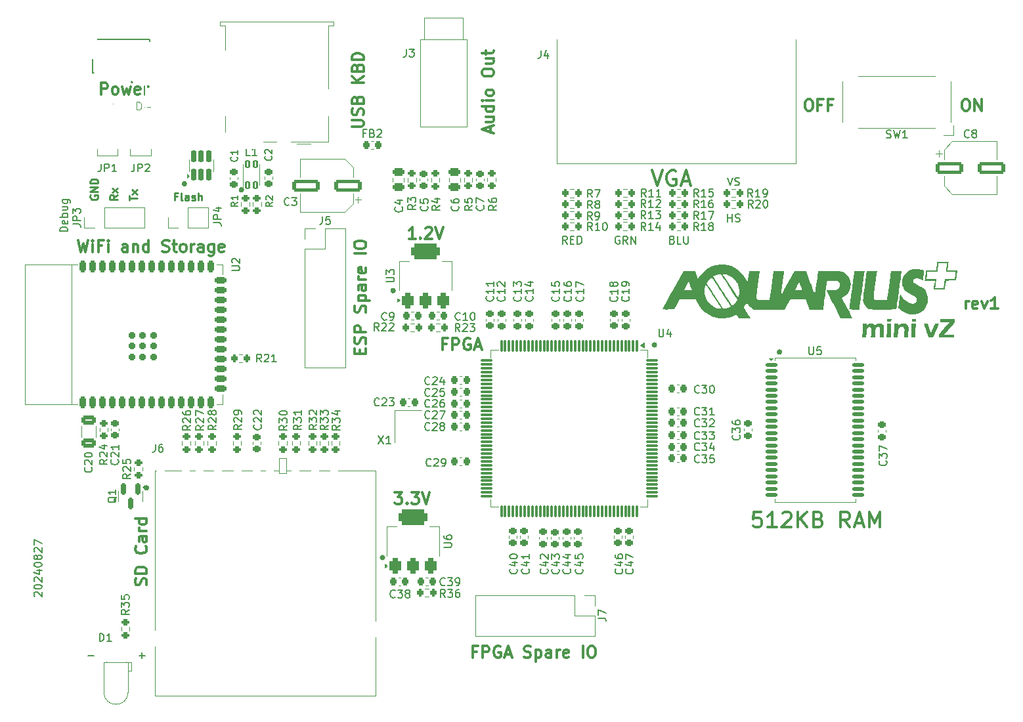
<source format=gto>
%TF.GenerationSoftware,KiCad,Pcbnew,8.0.4*%
%TF.CreationDate,2024-08-27T13:10:03-07:00*%
%TF.ProjectId,aquarius-plus,61717561-7269-4757-932d-706c75732e6b,1*%
%TF.SameCoordinates,Original*%
%TF.FileFunction,Legend,Top*%
%TF.FilePolarity,Positive*%
%FSLAX46Y46*%
G04 Gerber Fmt 4.6, Leading zero omitted, Abs format (unit mm)*
G04 Created by KiCad (PCBNEW 8.0.4) date 2024-08-27 13:10:03*
%MOMM*%
%LPD*%
G01*
G04 APERTURE LIST*
G04 Aperture macros list*
%AMRoundRect*
0 Rectangle with rounded corners*
0 $1 Rounding radius*
0 $2 $3 $4 $5 $6 $7 $8 $9 X,Y pos of 4 corners*
0 Add a 4 corners polygon primitive as box body*
4,1,4,$2,$3,$4,$5,$6,$7,$8,$9,$2,$3,0*
0 Add four circle primitives for the rounded corners*
1,1,$1+$1,$2,$3*
1,1,$1+$1,$4,$5*
1,1,$1+$1,$6,$7*
1,1,$1+$1,$8,$9*
0 Add four rect primitives between the rounded corners*
20,1,$1+$1,$2,$3,$4,$5,0*
20,1,$1+$1,$4,$5,$6,$7,0*
20,1,$1+$1,$6,$7,$8,$9,0*
20,1,$1+$1,$8,$9,$2,$3,0*%
%AMHorizOval*
0 Thick line with rounded ends*
0 $1 width*
0 $2 $3 position (X,Y) of the first rounded end (center of the circle)*
0 $4 $5 position (X,Y) of the second rounded end (center of the circle)*
0 Add line between two ends*
20,1,$1,$2,$3,$4,$5,0*
0 Add two circle primitives to create the rounded ends*
1,1,$1,$2,$3*
1,1,$1,$4,$5*%
%AMFreePoly0*
4,1,134,1.200354,0.780354,1.200500,0.780000,1.200500,-0.775000,1.200354,-0.775354,1.200000,-0.775500,0.002000,-0.775500,0.001646,-0.775354,0.001500,-0.775000,0.001500,-0.774762,0.000000,-0.775000,-0.001500,-0.774762,-0.001500,-0.775000,-0.001646,-0.775354,-0.002000,-0.775500,-0.002020,-0.775500,-0.027020,-0.774500,-0.027038,-0.774499,-0.053038,-0.772499,-0.053057,-0.772497,-0.079057,-0.769497,
-0.079094,-0.769491,-0.105094,-0.764491,-0.105117,-0.764486,-0.130117,-0.758486,-0.130135,-0.758481,-0.155135,-0.751481,-0.155169,-0.751470,-0.180169,-0.742470,-0.180192,-0.742462,-0.204192,-0.732462,-0.204208,-0.732455,-0.228208,-0.721455,-0.228246,-0.721435,-0.251246,-0.708435,-0.251254,-0.708430,-0.273254,-0.695430,-0.273291,-0.695407,-0.294291,-0.680407,-0.294303,-0.680398,-0.315303,-0.664398,
-0.315324,-0.664381,-0.335324,-0.647381,-0.335344,-0.647363,-0.354344,-0.629363,-0.354363,-0.629344,-0.372363,-0.610344,-0.372381,-0.610324,-0.389381,-0.590324,-0.389398,-0.590303,-0.405398,-0.569303,-0.405407,-0.569291,-0.420407,-0.548291,-0.420430,-0.548254,-0.433430,-0.526254,-0.433435,-0.526246,-0.446435,-0.503246,-0.446455,-0.503208,-0.457455,-0.479208,-0.457462,-0.479192,-0.467462,-0.455192,
-0.467470,-0.455169,-0.476470,-0.430169,-0.476481,-0.430135,-0.483481,-0.405135,-0.483486,-0.405117,-0.489486,-0.380117,-0.489491,-0.380094,-0.494491,-0.354094,-0.494497,-0.354057,-0.497497,-0.328057,-0.497499,-0.328038,-0.499499,-0.302038,-0.499500,-0.302019,-0.500500,-0.275019,-0.500500,0.275019,-0.499500,0.301019,-0.499499,0.301038,-0.497499,0.327038,-0.497497,0.327057,-0.494497,0.353057,
-0.494491,0.353094,-0.489491,0.379094,-0.489486,0.379117,-0.483486,0.404117,-0.483483,0.404130,-0.476483,0.430130,-0.476468,0.430176,-0.467462,0.454192,-0.457462,0.478192,-0.457455,0.478208,-0.446455,0.502208,-0.446435,0.502246,-0.433435,0.525246,-0.433422,0.525268,-0.405422,0.569268,-0.405398,0.569303,-0.389398,0.590303,-0.389381,0.590324,-0.372381,0.610324,-0.372363,0.610344,
-0.354363,0.629344,-0.354344,0.629363,-0.335344,0.647363,-0.335324,0.647381,-0.315324,0.664381,-0.315303,0.664398,-0.294303,0.680398,-0.294268,0.680422,-0.250268,0.708422,-0.250246,0.708435,-0.227246,0.721435,-0.227208,0.721455,-0.203208,0.732455,-0.203192,0.732462,-0.179192,0.742462,-0.155176,0.751468,-0.155130,0.751483,-0.129130,0.758483,-0.129117,0.758486,-0.104117,0.764486,
-0.104094,0.764491,-0.078094,0.769491,-0.078057,0.769497,-0.052057,0.772497,-0.052038,0.772499,-0.026038,0.774499,-0.026019,0.774500,-0.000019,0.775500,1.194500,0.775500,1.194500,0.780000,1.194646,0.780354,1.195000,0.780500,1.200000,0.780500,1.200354,0.780354,1.200354,0.780354,$1*%
%AMFreePoly1*
4,1,134,-0.001646,0.775354,-0.001500,0.775000,-0.001500,0.774762,0.000000,0.775000,0.001500,0.774762,0.001500,0.775000,0.001646,0.775354,0.002000,0.775500,0.002020,0.775500,0.027020,0.774500,0.027038,0.774499,0.053038,0.772499,0.053057,0.772497,0.079057,0.769497,0.079094,0.769491,0.105094,0.764491,0.105117,0.764486,0.130117,0.758486,0.130135,0.758481,0.155135,0.751481,
0.155169,0.751470,0.180169,0.742470,0.180192,0.742462,0.204192,0.732462,0.204208,0.732455,0.228208,0.721455,0.228246,0.721435,0.251246,0.708435,0.251254,0.708430,0.273254,0.695430,0.273291,0.695407,0.294291,0.680407,0.294303,0.680398,0.315303,0.664398,0.315324,0.664381,0.335324,0.647381,0.335344,0.647363,0.354344,0.629363,0.354363,0.629344,0.372363,0.610344,
0.372381,0.610324,0.389381,0.590324,0.389398,0.590303,0.405398,0.569303,0.405407,0.569291,0.420407,0.548291,0.420430,0.548254,0.433430,0.526254,0.433435,0.526246,0.446435,0.503246,0.446455,0.503208,0.457455,0.479208,0.457462,0.479192,0.467462,0.455192,0.467470,0.455169,0.476470,0.430169,0.476481,0.430135,0.483481,0.405135,0.483486,0.405117,0.489486,0.380117,
0.489491,0.380094,0.494491,0.354094,0.494497,0.354057,0.497497,0.328057,0.497499,0.328038,0.499499,0.302038,0.499500,0.302019,0.500500,0.275019,0.500500,-0.275019,0.499500,-0.301019,0.499499,-0.301038,0.497499,-0.327038,0.497497,-0.327057,0.494497,-0.353057,0.494491,-0.353094,0.489491,-0.379094,0.489486,-0.379117,0.483486,-0.404117,0.483483,-0.404130,0.476483,-0.430130,
0.476468,-0.430176,0.467462,-0.454192,0.457462,-0.478192,0.457455,-0.478208,0.446455,-0.502208,0.446435,-0.502246,0.433435,-0.525246,0.433422,-0.525268,0.405422,-0.569268,0.405398,-0.569303,0.389398,-0.590303,0.389381,-0.590324,0.372381,-0.610324,0.372363,-0.610344,0.354363,-0.629344,0.354344,-0.629363,0.335344,-0.647363,0.335324,-0.647381,0.315324,-0.664381,0.315303,-0.664398,
0.294303,-0.680398,0.294268,-0.680422,0.250268,-0.708422,0.250246,-0.708435,0.227246,-0.721435,0.227208,-0.721455,0.203208,-0.732455,0.203192,-0.732462,0.179192,-0.742462,0.155176,-0.751468,0.155130,-0.751483,0.129130,-0.758483,0.129117,-0.758486,0.104117,-0.764486,0.104094,-0.764491,0.078094,-0.769491,0.078057,-0.769497,0.052057,-0.772497,0.052038,-0.772499,0.026038,-0.774499,
0.026019,-0.774500,0.000019,-0.775500,-1.194500,-0.775500,-1.194500,-0.780000,-1.194646,-0.780354,-1.195000,-0.780500,-1.200000,-0.780500,-1.200354,-0.780354,-1.200500,-0.780000,-1.200500,0.775000,-1.200354,0.775354,-1.200000,0.775500,-0.002000,0.775500,-0.001646,0.775354,-0.001646,0.775354,$1*%
G04 Aperture macros list end*
%ADD10C,0.375000*%
%ADD11C,0.150000*%
%ADD12C,0.300000*%
%ADD13C,0.250000*%
%ADD14C,0.125000*%
%ADD15C,0.120000*%
%ADD16C,0.000000*%
%ADD17C,0.127000*%
%ADD18C,0.200000*%
%ADD19C,0.100000*%
%ADD20C,0.000100*%
%ADD21RoundRect,0.225000X0.250000X-0.225000X0.250000X0.225000X-0.250000X0.225000X-0.250000X-0.225000X0*%
%ADD22RoundRect,0.200000X-0.275000X0.200000X-0.275000X-0.200000X0.275000X-0.200000X0.275000X0.200000X0*%
%ADD23RoundRect,0.200000X0.275000X-0.200000X0.275000X0.200000X-0.275000X0.200000X-0.275000X-0.200000X0*%
%ADD24RoundRect,0.225000X-0.250000X0.225000X-0.250000X-0.225000X0.250000X-0.225000X0.250000X0.225000X0*%
%ADD25R,1.700000X1.700000*%
%ADD26O,1.700000X1.700000*%
%ADD27RoundRect,0.200000X-0.200000X-0.275000X0.200000X-0.275000X0.200000X0.275000X-0.200000X0.275000X0*%
%ADD28RoundRect,0.150000X0.150000X-0.650000X0.150000X0.650000X-0.150000X0.650000X-0.150000X-0.650000X0*%
%ADD29RoundRect,0.375000X0.375000X-0.625000X0.375000X0.625000X-0.375000X0.625000X-0.375000X-0.625000X0*%
%ADD30RoundRect,0.500000X1.400000X-0.500000X1.400000X0.500000X-1.400000X0.500000X-1.400000X-0.500000X0*%
%ADD31RoundRect,0.075000X-0.075000X0.662500X-0.075000X-0.662500X0.075000X-0.662500X0.075000X0.662500X0*%
%ADD32RoundRect,0.075000X-0.662500X0.075000X-0.662500X-0.075000X0.662500X-0.075000X0.662500X0.075000X0*%
%ADD33C,3.700000*%
%ADD34RoundRect,0.225000X0.225000X0.250000X-0.225000X0.250000X-0.225000X-0.250000X0.225000X-0.250000X0*%
%ADD35RoundRect,0.250000X0.475000X-0.250000X0.475000X0.250000X-0.475000X0.250000X-0.475000X-0.250000X0*%
%ADD36HorizOval,1.700000X0.000000X0.000000X0.000000X0.000000X0*%
%ADD37C,2.000000*%
%ADD38RoundRect,0.218750X-0.218750X-0.256250X0.218750X-0.256250X0.218750X0.256250X-0.218750X0.256250X0*%
%ADD39C,1.700000*%
%ADD40RoundRect,0.137500X-0.625000X-0.137500X0.625000X-0.137500X0.625000X0.137500X-0.625000X0.137500X0*%
%ADD41RoundRect,0.225000X-0.225000X-0.250000X0.225000X-0.250000X0.225000X0.250000X-0.225000X0.250000X0*%
%ADD42R,0.400000X1.350000*%
%ADD43FreePoly0,180.000000*%
%ADD44O,1.300000X0.650000*%
%ADD45R,1.500000X1.550000*%
%ADD46FreePoly1,180.000000*%
%ADD47C,1.500000*%
%ADD48R,1.000000X2.000000*%
%ADD49RoundRect,0.000000X-0.500000X-1.000000X0.500000X-1.000000X0.500000X1.000000X-0.500000X1.000000X0*%
%ADD50R,2.000000X2.000000*%
%ADD51C,4.000000*%
%ADD52R,1.600000X1.600000*%
%ADD53C,1.600000*%
%ADD54R,1.600000X1.500000*%
%ADD55C,3.000000*%
%ADD56R,1.800000X1.800000*%
%ADD57C,1.800000*%
%ADD58RoundRect,0.250000X1.500000X0.550000X-1.500000X0.550000X-1.500000X-0.550000X1.500000X-0.550000X0*%
%ADD59R,1.200000X1.400000*%
%ADD60RoundRect,0.250000X-0.650000X0.325000X-0.650000X-0.325000X0.650000X-0.325000X0.650000X0.325000X0*%
%ADD61C,1.200000*%
%ADD62O,1.000000X1.600000*%
%ADD63RoundRect,0.225000X0.225000X0.525000X-0.225000X0.525000X-0.225000X-0.525000X0.225000X-0.525000X0*%
%ADD64RoundRect,0.225000X-0.525000X0.225000X-0.525000X-0.225000X0.525000X-0.225000X0.525000X0.225000X0*%
%ADD65RoundRect,0.225000X-0.225000X-0.525000X0.225000X-0.525000X0.225000X0.525000X-0.225000X0.525000X0*%
%ADD66RoundRect,0.225000X-0.225000X-0.225000X0.225000X-0.225000X0.225000X0.225000X-0.225000X0.225000X0*%
%ADD67RoundRect,0.120000X0.180000X-0.430000X0.180000X0.430000X-0.180000X0.430000X-0.180000X-0.430000X0*%
%ADD68RoundRect,0.150000X-0.150000X0.587500X-0.150000X-0.587500X0.150000X-0.587500X0.150000X0.587500X0*%
%ADD69RoundRect,0.250000X-1.500000X-0.550000X1.500000X-0.550000X1.500000X0.550000X-1.500000X0.550000X0*%
G04 APERTURE END LIST*
D10*
X123872670Y-97750384D02*
G75*
G02*
X123497670Y-97750384I-187500J0D01*
G01*
X123497670Y-97750384D02*
G75*
G02*
X123872670Y-97750384I187500J0D01*
G01*
X93448575Y-88761315D02*
G75*
G02*
X93073575Y-88761315I-187500J0D01*
G01*
X93073575Y-88761315D02*
G75*
G02*
X93448575Y-88761315I187500J0D01*
G01*
X98335621Y-49522243D02*
G75*
G02*
X97960621Y-49522243I-187500J0D01*
G01*
X97960621Y-49522243D02*
G75*
G02*
X98335621Y-49522243I187500J0D01*
G01*
X105678290Y-50304658D02*
G75*
G02*
X105303290Y-50304658I-187500J0D01*
G01*
X105303290Y-50304658D02*
G75*
G02*
X105678290Y-50304658I187500J0D01*
G01*
X175066430Y-71234031D02*
G75*
G02*
X174691430Y-71234031I-187500J0D01*
G01*
X174691430Y-71234031D02*
G75*
G02*
X175066430Y-71234031I187500J0D01*
G01*
X125244037Y-63303992D02*
G75*
G02*
X124869037Y-63303992I-187500J0D01*
G01*
X124869037Y-63303992D02*
G75*
G02*
X125244037Y-63303992I187500J0D01*
G01*
X158934899Y-70318892D02*
G75*
G02*
X158559899Y-70318892I-187500J0D01*
G01*
X158559899Y-70318892D02*
G75*
G02*
X158934899Y-70318892I187500J0D01*
G01*
D11*
X168160882Y-48731008D02*
X168494215Y-49731008D01*
X168494215Y-49731008D02*
X168827548Y-48731008D01*
X169113263Y-49683389D02*
X169256120Y-49731008D01*
X169256120Y-49731008D02*
X169494215Y-49731008D01*
X169494215Y-49731008D02*
X169589453Y-49683389D01*
X169589453Y-49683389D02*
X169637072Y-49635769D01*
X169637072Y-49635769D02*
X169684691Y-49540531D01*
X169684691Y-49540531D02*
X169684691Y-49445293D01*
X169684691Y-49445293D02*
X169637072Y-49350055D01*
X169637072Y-49350055D02*
X169589453Y-49302436D01*
X169589453Y-49302436D02*
X169494215Y-49254817D01*
X169494215Y-49254817D02*
X169303739Y-49207198D01*
X169303739Y-49207198D02*
X169208501Y-49159579D01*
X169208501Y-49159579D02*
X169160882Y-49111960D01*
X169160882Y-49111960D02*
X169113263Y-49016722D01*
X169113263Y-49016722D02*
X169113263Y-48921484D01*
X169113263Y-48921484D02*
X169160882Y-48826246D01*
X169160882Y-48826246D02*
X169208501Y-48778627D01*
X169208501Y-48778627D02*
X169303739Y-48731008D01*
X169303739Y-48731008D02*
X169541834Y-48731008D01*
X169541834Y-48731008D02*
X169684691Y-48778627D01*
X147496119Y-57274262D02*
X147162786Y-56798071D01*
X146924691Y-57274262D02*
X146924691Y-56274262D01*
X146924691Y-56274262D02*
X147305643Y-56274262D01*
X147305643Y-56274262D02*
X147400881Y-56321881D01*
X147400881Y-56321881D02*
X147448500Y-56369500D01*
X147448500Y-56369500D02*
X147496119Y-56464738D01*
X147496119Y-56464738D02*
X147496119Y-56607595D01*
X147496119Y-56607595D02*
X147448500Y-56702833D01*
X147448500Y-56702833D02*
X147400881Y-56750452D01*
X147400881Y-56750452D02*
X147305643Y-56798071D01*
X147305643Y-56798071D02*
X146924691Y-56798071D01*
X147924691Y-56750452D02*
X148258024Y-56750452D01*
X148400881Y-57274262D02*
X147924691Y-57274262D01*
X147924691Y-57274262D02*
X147924691Y-56274262D01*
X147924691Y-56274262D02*
X148400881Y-56274262D01*
X148829453Y-57274262D02*
X148829453Y-56274262D01*
X148829453Y-56274262D02*
X149067548Y-56274262D01*
X149067548Y-56274262D02*
X149210405Y-56321881D01*
X149210405Y-56321881D02*
X149305643Y-56417119D01*
X149305643Y-56417119D02*
X149353262Y-56512357D01*
X149353262Y-56512357D02*
X149400881Y-56702833D01*
X149400881Y-56702833D02*
X149400881Y-56845690D01*
X149400881Y-56845690D02*
X149353262Y-57036166D01*
X149353262Y-57036166D02*
X149305643Y-57131404D01*
X149305643Y-57131404D02*
X149210405Y-57226643D01*
X149210405Y-57226643D02*
X149067548Y-57274262D01*
X149067548Y-57274262D02*
X148829453Y-57274262D01*
D12*
X93211777Y-101291081D02*
X93283205Y-101076796D01*
X93283205Y-101076796D02*
X93283205Y-100719653D01*
X93283205Y-100719653D02*
X93211777Y-100576796D01*
X93211777Y-100576796D02*
X93140348Y-100505367D01*
X93140348Y-100505367D02*
X92997491Y-100433938D01*
X92997491Y-100433938D02*
X92854634Y-100433938D01*
X92854634Y-100433938D02*
X92711777Y-100505367D01*
X92711777Y-100505367D02*
X92640348Y-100576796D01*
X92640348Y-100576796D02*
X92568919Y-100719653D01*
X92568919Y-100719653D02*
X92497491Y-101005367D01*
X92497491Y-101005367D02*
X92426062Y-101148224D01*
X92426062Y-101148224D02*
X92354634Y-101219653D01*
X92354634Y-101219653D02*
X92211777Y-101291081D01*
X92211777Y-101291081D02*
X92068919Y-101291081D01*
X92068919Y-101291081D02*
X91926062Y-101219653D01*
X91926062Y-101219653D02*
X91854634Y-101148224D01*
X91854634Y-101148224D02*
X91783205Y-101005367D01*
X91783205Y-101005367D02*
X91783205Y-100648224D01*
X91783205Y-100648224D02*
X91854634Y-100433938D01*
X93283205Y-99791082D02*
X91783205Y-99791082D01*
X91783205Y-99791082D02*
X91783205Y-99433939D01*
X91783205Y-99433939D02*
X91854634Y-99219653D01*
X91854634Y-99219653D02*
X91997491Y-99076796D01*
X91997491Y-99076796D02*
X92140348Y-99005367D01*
X92140348Y-99005367D02*
X92426062Y-98933939D01*
X92426062Y-98933939D02*
X92640348Y-98933939D01*
X92640348Y-98933939D02*
X92926062Y-99005367D01*
X92926062Y-99005367D02*
X93068919Y-99076796D01*
X93068919Y-99076796D02*
X93211777Y-99219653D01*
X93211777Y-99219653D02*
X93283205Y-99433939D01*
X93283205Y-99433939D02*
X93283205Y-99791082D01*
X93140348Y-96291082D02*
X93211777Y-96362510D01*
X93211777Y-96362510D02*
X93283205Y-96576796D01*
X93283205Y-96576796D02*
X93283205Y-96719653D01*
X93283205Y-96719653D02*
X93211777Y-96933939D01*
X93211777Y-96933939D02*
X93068919Y-97076796D01*
X93068919Y-97076796D02*
X92926062Y-97148225D01*
X92926062Y-97148225D02*
X92640348Y-97219653D01*
X92640348Y-97219653D02*
X92426062Y-97219653D01*
X92426062Y-97219653D02*
X92140348Y-97148225D01*
X92140348Y-97148225D02*
X91997491Y-97076796D01*
X91997491Y-97076796D02*
X91854634Y-96933939D01*
X91854634Y-96933939D02*
X91783205Y-96719653D01*
X91783205Y-96719653D02*
X91783205Y-96576796D01*
X91783205Y-96576796D02*
X91854634Y-96362510D01*
X91854634Y-96362510D02*
X91926062Y-96291082D01*
X93283205Y-95005368D02*
X92497491Y-95005368D01*
X92497491Y-95005368D02*
X92354634Y-95076796D01*
X92354634Y-95076796D02*
X92283205Y-95219653D01*
X92283205Y-95219653D02*
X92283205Y-95505368D01*
X92283205Y-95505368D02*
X92354634Y-95648225D01*
X93211777Y-95005368D02*
X93283205Y-95148225D01*
X93283205Y-95148225D02*
X93283205Y-95505368D01*
X93283205Y-95505368D02*
X93211777Y-95648225D01*
X93211777Y-95648225D02*
X93068919Y-95719653D01*
X93068919Y-95719653D02*
X92926062Y-95719653D01*
X92926062Y-95719653D02*
X92783205Y-95648225D01*
X92783205Y-95648225D02*
X92711777Y-95505368D01*
X92711777Y-95505368D02*
X92711777Y-95148225D01*
X92711777Y-95148225D02*
X92640348Y-95005368D01*
X93283205Y-94291082D02*
X92283205Y-94291082D01*
X92568919Y-94291082D02*
X92426062Y-94219653D01*
X92426062Y-94219653D02*
X92354634Y-94148225D01*
X92354634Y-94148225D02*
X92283205Y-94005367D01*
X92283205Y-94005367D02*
X92283205Y-93862510D01*
X93283205Y-92719654D02*
X91783205Y-92719654D01*
X93211777Y-92719654D02*
X93283205Y-92862511D01*
X93283205Y-92862511D02*
X93283205Y-93148225D01*
X93283205Y-93148225D02*
X93211777Y-93291082D01*
X93211777Y-93291082D02*
X93140348Y-93362511D01*
X93140348Y-93362511D02*
X92997491Y-93433939D01*
X92997491Y-93433939D02*
X92568919Y-93433939D01*
X92568919Y-93433939D02*
X92426062Y-93362511D01*
X92426062Y-93362511D02*
X92354634Y-93291082D01*
X92354634Y-93291082D02*
X92283205Y-93148225D01*
X92283205Y-93148225D02*
X92283205Y-92862511D01*
X92283205Y-92862511D02*
X92354634Y-92719654D01*
D11*
X83100570Y-55660072D02*
X82100570Y-55660072D01*
X82100570Y-55660072D02*
X82100570Y-55421977D01*
X82100570Y-55421977D02*
X82148189Y-55279120D01*
X82148189Y-55279120D02*
X82243427Y-55183882D01*
X82243427Y-55183882D02*
X82338665Y-55136263D01*
X82338665Y-55136263D02*
X82529141Y-55088644D01*
X82529141Y-55088644D02*
X82671998Y-55088644D01*
X82671998Y-55088644D02*
X82862474Y-55136263D01*
X82862474Y-55136263D02*
X82957712Y-55183882D01*
X82957712Y-55183882D02*
X83052951Y-55279120D01*
X83052951Y-55279120D02*
X83100570Y-55421977D01*
X83100570Y-55421977D02*
X83100570Y-55660072D01*
X83052951Y-54279120D02*
X83100570Y-54374358D01*
X83100570Y-54374358D02*
X83100570Y-54564834D01*
X83100570Y-54564834D02*
X83052951Y-54660072D01*
X83052951Y-54660072D02*
X82957712Y-54707691D01*
X82957712Y-54707691D02*
X82576760Y-54707691D01*
X82576760Y-54707691D02*
X82481522Y-54660072D01*
X82481522Y-54660072D02*
X82433903Y-54564834D01*
X82433903Y-54564834D02*
X82433903Y-54374358D01*
X82433903Y-54374358D02*
X82481522Y-54279120D01*
X82481522Y-54279120D02*
X82576760Y-54231501D01*
X82576760Y-54231501D02*
X82671998Y-54231501D01*
X82671998Y-54231501D02*
X82767236Y-54707691D01*
X83100570Y-53802929D02*
X82100570Y-53802929D01*
X82481522Y-53802929D02*
X82433903Y-53707691D01*
X82433903Y-53707691D02*
X82433903Y-53517215D01*
X82433903Y-53517215D02*
X82481522Y-53421977D01*
X82481522Y-53421977D02*
X82529141Y-53374358D01*
X82529141Y-53374358D02*
X82624379Y-53326739D01*
X82624379Y-53326739D02*
X82910093Y-53326739D01*
X82910093Y-53326739D02*
X83005331Y-53374358D01*
X83005331Y-53374358D02*
X83052951Y-53421977D01*
X83052951Y-53421977D02*
X83100570Y-53517215D01*
X83100570Y-53517215D02*
X83100570Y-53707691D01*
X83100570Y-53707691D02*
X83052951Y-53802929D01*
X82433903Y-52469596D02*
X83100570Y-52469596D01*
X82433903Y-52898167D02*
X82957712Y-52898167D01*
X82957712Y-52898167D02*
X83052951Y-52850548D01*
X83052951Y-52850548D02*
X83100570Y-52755310D01*
X83100570Y-52755310D02*
X83100570Y-52612453D01*
X83100570Y-52612453D02*
X83052951Y-52517215D01*
X83052951Y-52517215D02*
X83005331Y-52469596D01*
X82433903Y-51564834D02*
X83243427Y-51564834D01*
X83243427Y-51564834D02*
X83338665Y-51612453D01*
X83338665Y-51612453D02*
X83386284Y-51660072D01*
X83386284Y-51660072D02*
X83433903Y-51755310D01*
X83433903Y-51755310D02*
X83433903Y-51898167D01*
X83433903Y-51898167D02*
X83386284Y-51993405D01*
X83052951Y-51564834D02*
X83100570Y-51660072D01*
X83100570Y-51660072D02*
X83100570Y-51850548D01*
X83100570Y-51850548D02*
X83052951Y-51945786D01*
X83052951Y-51945786D02*
X83005331Y-51993405D01*
X83005331Y-51993405D02*
X82910093Y-52041024D01*
X82910093Y-52041024D02*
X82624379Y-52041024D01*
X82624379Y-52041024D02*
X82529141Y-51993405D01*
X82529141Y-51993405D02*
X82481522Y-51945786D01*
X82481522Y-51945786D02*
X82433903Y-51850548D01*
X82433903Y-51850548D02*
X82433903Y-51660072D01*
X82433903Y-51660072D02*
X82481522Y-51564834D01*
D12*
X135800090Y-109863123D02*
X135300090Y-109863123D01*
X135300090Y-110648837D02*
X135300090Y-109148837D01*
X135300090Y-109148837D02*
X136014376Y-109148837D01*
X136585804Y-110648837D02*
X136585804Y-109148837D01*
X136585804Y-109148837D02*
X137157233Y-109148837D01*
X137157233Y-109148837D02*
X137300090Y-109220266D01*
X137300090Y-109220266D02*
X137371519Y-109291694D01*
X137371519Y-109291694D02*
X137442947Y-109434551D01*
X137442947Y-109434551D02*
X137442947Y-109648837D01*
X137442947Y-109648837D02*
X137371519Y-109791694D01*
X137371519Y-109791694D02*
X137300090Y-109863123D01*
X137300090Y-109863123D02*
X137157233Y-109934551D01*
X137157233Y-109934551D02*
X136585804Y-109934551D01*
X138871519Y-109220266D02*
X138728662Y-109148837D01*
X138728662Y-109148837D02*
X138514376Y-109148837D01*
X138514376Y-109148837D02*
X138300090Y-109220266D01*
X138300090Y-109220266D02*
X138157233Y-109363123D01*
X138157233Y-109363123D02*
X138085804Y-109505980D01*
X138085804Y-109505980D02*
X138014376Y-109791694D01*
X138014376Y-109791694D02*
X138014376Y-110005980D01*
X138014376Y-110005980D02*
X138085804Y-110291694D01*
X138085804Y-110291694D02*
X138157233Y-110434551D01*
X138157233Y-110434551D02*
X138300090Y-110577409D01*
X138300090Y-110577409D02*
X138514376Y-110648837D01*
X138514376Y-110648837D02*
X138657233Y-110648837D01*
X138657233Y-110648837D02*
X138871519Y-110577409D01*
X138871519Y-110577409D02*
X138942947Y-110505980D01*
X138942947Y-110505980D02*
X138942947Y-110005980D01*
X138942947Y-110005980D02*
X138657233Y-110005980D01*
X139514376Y-110220266D02*
X140228662Y-110220266D01*
X139371519Y-110648837D02*
X139871519Y-109148837D01*
X139871519Y-109148837D02*
X140371519Y-110648837D01*
X141942947Y-110577409D02*
X142157233Y-110648837D01*
X142157233Y-110648837D02*
X142514375Y-110648837D01*
X142514375Y-110648837D02*
X142657233Y-110577409D01*
X142657233Y-110577409D02*
X142728661Y-110505980D01*
X142728661Y-110505980D02*
X142800090Y-110363123D01*
X142800090Y-110363123D02*
X142800090Y-110220266D01*
X142800090Y-110220266D02*
X142728661Y-110077409D01*
X142728661Y-110077409D02*
X142657233Y-110005980D01*
X142657233Y-110005980D02*
X142514375Y-109934551D01*
X142514375Y-109934551D02*
X142228661Y-109863123D01*
X142228661Y-109863123D02*
X142085804Y-109791694D01*
X142085804Y-109791694D02*
X142014375Y-109720266D01*
X142014375Y-109720266D02*
X141942947Y-109577409D01*
X141942947Y-109577409D02*
X141942947Y-109434551D01*
X141942947Y-109434551D02*
X142014375Y-109291694D01*
X142014375Y-109291694D02*
X142085804Y-109220266D01*
X142085804Y-109220266D02*
X142228661Y-109148837D01*
X142228661Y-109148837D02*
X142585804Y-109148837D01*
X142585804Y-109148837D02*
X142800090Y-109220266D01*
X143442946Y-109648837D02*
X143442946Y-111148837D01*
X143442946Y-109720266D02*
X143585804Y-109648837D01*
X143585804Y-109648837D02*
X143871518Y-109648837D01*
X143871518Y-109648837D02*
X144014375Y-109720266D01*
X144014375Y-109720266D02*
X144085804Y-109791694D01*
X144085804Y-109791694D02*
X144157232Y-109934551D01*
X144157232Y-109934551D02*
X144157232Y-110363123D01*
X144157232Y-110363123D02*
X144085804Y-110505980D01*
X144085804Y-110505980D02*
X144014375Y-110577409D01*
X144014375Y-110577409D02*
X143871518Y-110648837D01*
X143871518Y-110648837D02*
X143585804Y-110648837D01*
X143585804Y-110648837D02*
X143442946Y-110577409D01*
X145442947Y-110648837D02*
X145442947Y-109863123D01*
X145442947Y-109863123D02*
X145371518Y-109720266D01*
X145371518Y-109720266D02*
X145228661Y-109648837D01*
X145228661Y-109648837D02*
X144942947Y-109648837D01*
X144942947Y-109648837D02*
X144800089Y-109720266D01*
X145442947Y-110577409D02*
X145300089Y-110648837D01*
X145300089Y-110648837D02*
X144942947Y-110648837D01*
X144942947Y-110648837D02*
X144800089Y-110577409D01*
X144800089Y-110577409D02*
X144728661Y-110434551D01*
X144728661Y-110434551D02*
X144728661Y-110291694D01*
X144728661Y-110291694D02*
X144800089Y-110148837D01*
X144800089Y-110148837D02*
X144942947Y-110077409D01*
X144942947Y-110077409D02*
X145300089Y-110077409D01*
X145300089Y-110077409D02*
X145442947Y-110005980D01*
X146157232Y-110648837D02*
X146157232Y-109648837D01*
X146157232Y-109934551D02*
X146228661Y-109791694D01*
X146228661Y-109791694D02*
X146300090Y-109720266D01*
X146300090Y-109720266D02*
X146442947Y-109648837D01*
X146442947Y-109648837D02*
X146585804Y-109648837D01*
X147657232Y-110577409D02*
X147514375Y-110648837D01*
X147514375Y-110648837D02*
X147228661Y-110648837D01*
X147228661Y-110648837D02*
X147085803Y-110577409D01*
X147085803Y-110577409D02*
X147014375Y-110434551D01*
X147014375Y-110434551D02*
X147014375Y-109863123D01*
X147014375Y-109863123D02*
X147085803Y-109720266D01*
X147085803Y-109720266D02*
X147228661Y-109648837D01*
X147228661Y-109648837D02*
X147514375Y-109648837D01*
X147514375Y-109648837D02*
X147657232Y-109720266D01*
X147657232Y-109720266D02*
X147728661Y-109863123D01*
X147728661Y-109863123D02*
X147728661Y-110005980D01*
X147728661Y-110005980D02*
X147014375Y-110148837D01*
X149514374Y-110648837D02*
X149514374Y-109148837D01*
X150514375Y-109148837D02*
X150800089Y-109148837D01*
X150800089Y-109148837D02*
X150942946Y-109220266D01*
X150942946Y-109220266D02*
X151085803Y-109363123D01*
X151085803Y-109363123D02*
X151157232Y-109648837D01*
X151157232Y-109648837D02*
X151157232Y-110148837D01*
X151157232Y-110148837D02*
X151085803Y-110434551D01*
X151085803Y-110434551D02*
X150942946Y-110577409D01*
X150942946Y-110577409D02*
X150800089Y-110648837D01*
X150800089Y-110648837D02*
X150514375Y-110648837D01*
X150514375Y-110648837D02*
X150371518Y-110577409D01*
X150371518Y-110577409D02*
X150228660Y-110434551D01*
X150228660Y-110434551D02*
X150157232Y-110148837D01*
X150157232Y-110148837D02*
X150157232Y-109648837D01*
X150157232Y-109648837D02*
X150228660Y-109363123D01*
X150228660Y-109363123D02*
X150371518Y-109220266D01*
X150371518Y-109220266D02*
X150514375Y-109148837D01*
D13*
X91056298Y-51661130D02*
X91056298Y-51089702D01*
X92056298Y-51375416D02*
X91056298Y-51375416D01*
X92056298Y-50851606D02*
X91389631Y-50327797D01*
X91389631Y-50851606D02*
X92056298Y-50327797D01*
D11*
X85747855Y-110371787D02*
X86509760Y-110371787D01*
D12*
X84454600Y-56798837D02*
X84811743Y-58298837D01*
X84811743Y-58298837D02*
X85097457Y-57227409D01*
X85097457Y-57227409D02*
X85383172Y-58298837D01*
X85383172Y-58298837D02*
X85740315Y-56798837D01*
X86311743Y-58298837D02*
X86311743Y-57298837D01*
X86311743Y-56798837D02*
X86240315Y-56870266D01*
X86240315Y-56870266D02*
X86311743Y-56941694D01*
X86311743Y-56941694D02*
X86383172Y-56870266D01*
X86383172Y-56870266D02*
X86311743Y-56798837D01*
X86311743Y-56798837D02*
X86311743Y-56941694D01*
X87526029Y-57513123D02*
X87026029Y-57513123D01*
X87026029Y-58298837D02*
X87026029Y-56798837D01*
X87026029Y-56798837D02*
X87740315Y-56798837D01*
X88311743Y-58298837D02*
X88311743Y-57298837D01*
X88311743Y-56798837D02*
X88240315Y-56870266D01*
X88240315Y-56870266D02*
X88311743Y-56941694D01*
X88311743Y-56941694D02*
X88383172Y-56870266D01*
X88383172Y-56870266D02*
X88311743Y-56798837D01*
X88311743Y-56798837D02*
X88311743Y-56941694D01*
X90811744Y-58298837D02*
X90811744Y-57513123D01*
X90811744Y-57513123D02*
X90740315Y-57370266D01*
X90740315Y-57370266D02*
X90597458Y-57298837D01*
X90597458Y-57298837D02*
X90311744Y-57298837D01*
X90311744Y-57298837D02*
X90168886Y-57370266D01*
X90811744Y-58227409D02*
X90668886Y-58298837D01*
X90668886Y-58298837D02*
X90311744Y-58298837D01*
X90311744Y-58298837D02*
X90168886Y-58227409D01*
X90168886Y-58227409D02*
X90097458Y-58084551D01*
X90097458Y-58084551D02*
X90097458Y-57941694D01*
X90097458Y-57941694D02*
X90168886Y-57798837D01*
X90168886Y-57798837D02*
X90311744Y-57727409D01*
X90311744Y-57727409D02*
X90668886Y-57727409D01*
X90668886Y-57727409D02*
X90811744Y-57655980D01*
X91526029Y-57298837D02*
X91526029Y-58298837D01*
X91526029Y-57441694D02*
X91597458Y-57370266D01*
X91597458Y-57370266D02*
X91740315Y-57298837D01*
X91740315Y-57298837D02*
X91954601Y-57298837D01*
X91954601Y-57298837D02*
X92097458Y-57370266D01*
X92097458Y-57370266D02*
X92168887Y-57513123D01*
X92168887Y-57513123D02*
X92168887Y-58298837D01*
X93526030Y-58298837D02*
X93526030Y-56798837D01*
X93526030Y-58227409D02*
X93383172Y-58298837D01*
X93383172Y-58298837D02*
X93097458Y-58298837D01*
X93097458Y-58298837D02*
X92954601Y-58227409D01*
X92954601Y-58227409D02*
X92883172Y-58155980D01*
X92883172Y-58155980D02*
X92811744Y-58013123D01*
X92811744Y-58013123D02*
X92811744Y-57584551D01*
X92811744Y-57584551D02*
X92883172Y-57441694D01*
X92883172Y-57441694D02*
X92954601Y-57370266D01*
X92954601Y-57370266D02*
X93097458Y-57298837D01*
X93097458Y-57298837D02*
X93383172Y-57298837D01*
X93383172Y-57298837D02*
X93526030Y-57370266D01*
X95311744Y-58227409D02*
X95526030Y-58298837D01*
X95526030Y-58298837D02*
X95883172Y-58298837D01*
X95883172Y-58298837D02*
X96026030Y-58227409D01*
X96026030Y-58227409D02*
X96097458Y-58155980D01*
X96097458Y-58155980D02*
X96168887Y-58013123D01*
X96168887Y-58013123D02*
X96168887Y-57870266D01*
X96168887Y-57870266D02*
X96097458Y-57727409D01*
X96097458Y-57727409D02*
X96026030Y-57655980D01*
X96026030Y-57655980D02*
X95883172Y-57584551D01*
X95883172Y-57584551D02*
X95597458Y-57513123D01*
X95597458Y-57513123D02*
X95454601Y-57441694D01*
X95454601Y-57441694D02*
X95383172Y-57370266D01*
X95383172Y-57370266D02*
X95311744Y-57227409D01*
X95311744Y-57227409D02*
X95311744Y-57084551D01*
X95311744Y-57084551D02*
X95383172Y-56941694D01*
X95383172Y-56941694D02*
X95454601Y-56870266D01*
X95454601Y-56870266D02*
X95597458Y-56798837D01*
X95597458Y-56798837D02*
X95954601Y-56798837D01*
X95954601Y-56798837D02*
X96168887Y-56870266D01*
X96597458Y-57298837D02*
X97168886Y-57298837D01*
X96811743Y-56798837D02*
X96811743Y-58084551D01*
X96811743Y-58084551D02*
X96883172Y-58227409D01*
X96883172Y-58227409D02*
X97026029Y-58298837D01*
X97026029Y-58298837D02*
X97168886Y-58298837D01*
X97883172Y-58298837D02*
X97740315Y-58227409D01*
X97740315Y-58227409D02*
X97668886Y-58155980D01*
X97668886Y-58155980D02*
X97597458Y-58013123D01*
X97597458Y-58013123D02*
X97597458Y-57584551D01*
X97597458Y-57584551D02*
X97668886Y-57441694D01*
X97668886Y-57441694D02*
X97740315Y-57370266D01*
X97740315Y-57370266D02*
X97883172Y-57298837D01*
X97883172Y-57298837D02*
X98097458Y-57298837D01*
X98097458Y-57298837D02*
X98240315Y-57370266D01*
X98240315Y-57370266D02*
X98311744Y-57441694D01*
X98311744Y-57441694D02*
X98383172Y-57584551D01*
X98383172Y-57584551D02*
X98383172Y-58013123D01*
X98383172Y-58013123D02*
X98311744Y-58155980D01*
X98311744Y-58155980D02*
X98240315Y-58227409D01*
X98240315Y-58227409D02*
X98097458Y-58298837D01*
X98097458Y-58298837D02*
X97883172Y-58298837D01*
X99026029Y-58298837D02*
X99026029Y-57298837D01*
X99026029Y-57584551D02*
X99097458Y-57441694D01*
X99097458Y-57441694D02*
X99168887Y-57370266D01*
X99168887Y-57370266D02*
X99311744Y-57298837D01*
X99311744Y-57298837D02*
X99454601Y-57298837D01*
X100597458Y-58298837D02*
X100597458Y-57513123D01*
X100597458Y-57513123D02*
X100526029Y-57370266D01*
X100526029Y-57370266D02*
X100383172Y-57298837D01*
X100383172Y-57298837D02*
X100097458Y-57298837D01*
X100097458Y-57298837D02*
X99954600Y-57370266D01*
X100597458Y-58227409D02*
X100454600Y-58298837D01*
X100454600Y-58298837D02*
X100097458Y-58298837D01*
X100097458Y-58298837D02*
X99954600Y-58227409D01*
X99954600Y-58227409D02*
X99883172Y-58084551D01*
X99883172Y-58084551D02*
X99883172Y-57941694D01*
X99883172Y-57941694D02*
X99954600Y-57798837D01*
X99954600Y-57798837D02*
X100097458Y-57727409D01*
X100097458Y-57727409D02*
X100454600Y-57727409D01*
X100454600Y-57727409D02*
X100597458Y-57655980D01*
X101954601Y-57298837D02*
X101954601Y-58513123D01*
X101954601Y-58513123D02*
X101883172Y-58655980D01*
X101883172Y-58655980D02*
X101811743Y-58727409D01*
X101811743Y-58727409D02*
X101668886Y-58798837D01*
X101668886Y-58798837D02*
X101454601Y-58798837D01*
X101454601Y-58798837D02*
X101311743Y-58727409D01*
X101954601Y-58227409D02*
X101811743Y-58298837D01*
X101811743Y-58298837D02*
X101526029Y-58298837D01*
X101526029Y-58298837D02*
X101383172Y-58227409D01*
X101383172Y-58227409D02*
X101311743Y-58155980D01*
X101311743Y-58155980D02*
X101240315Y-58013123D01*
X101240315Y-58013123D02*
X101240315Y-57584551D01*
X101240315Y-57584551D02*
X101311743Y-57441694D01*
X101311743Y-57441694D02*
X101383172Y-57370266D01*
X101383172Y-57370266D02*
X101526029Y-57298837D01*
X101526029Y-57298837D02*
X101811743Y-57298837D01*
X101811743Y-57298837D02*
X101954601Y-57370266D01*
X103240315Y-58227409D02*
X103097458Y-58298837D01*
X103097458Y-58298837D02*
X102811744Y-58298837D01*
X102811744Y-58298837D02*
X102668886Y-58227409D01*
X102668886Y-58227409D02*
X102597458Y-58084551D01*
X102597458Y-58084551D02*
X102597458Y-57513123D01*
X102597458Y-57513123D02*
X102668886Y-57370266D01*
X102668886Y-57370266D02*
X102811744Y-57298837D01*
X102811744Y-57298837D02*
X103097458Y-57298837D01*
X103097458Y-57298837D02*
X103240315Y-57370266D01*
X103240315Y-57370266D02*
X103311744Y-57513123D01*
X103311744Y-57513123D02*
X103311744Y-57655980D01*
X103311744Y-57655980D02*
X102597458Y-57798837D01*
X198766459Y-38630187D02*
X199052173Y-38630187D01*
X199052173Y-38630187D02*
X199195030Y-38701616D01*
X199195030Y-38701616D02*
X199337887Y-38844473D01*
X199337887Y-38844473D02*
X199409316Y-39130187D01*
X199409316Y-39130187D02*
X199409316Y-39630187D01*
X199409316Y-39630187D02*
X199337887Y-39915901D01*
X199337887Y-39915901D02*
X199195030Y-40058759D01*
X199195030Y-40058759D02*
X199052173Y-40130187D01*
X199052173Y-40130187D02*
X198766459Y-40130187D01*
X198766459Y-40130187D02*
X198623602Y-40058759D01*
X198623602Y-40058759D02*
X198480744Y-39915901D01*
X198480744Y-39915901D02*
X198409316Y-39630187D01*
X198409316Y-39630187D02*
X198409316Y-39130187D01*
X198409316Y-39130187D02*
X198480744Y-38844473D01*
X198480744Y-38844473D02*
X198623602Y-38701616D01*
X198623602Y-38701616D02*
X198766459Y-38630187D01*
X200052173Y-40130187D02*
X200052173Y-38630187D01*
X200052173Y-38630187D02*
X200909316Y-40130187D01*
X200909316Y-40130187D02*
X200909316Y-38630187D01*
X127950528Y-56599550D02*
X127093385Y-56599550D01*
X127521956Y-56599550D02*
X127521956Y-55099550D01*
X127521956Y-55099550D02*
X127379099Y-55313836D01*
X127379099Y-55313836D02*
X127236242Y-55456693D01*
X127236242Y-55456693D02*
X127093385Y-55528122D01*
X128593384Y-56456693D02*
X128664813Y-56528122D01*
X128664813Y-56528122D02*
X128593384Y-56599550D01*
X128593384Y-56599550D02*
X128521956Y-56528122D01*
X128521956Y-56528122D02*
X128593384Y-56456693D01*
X128593384Y-56456693D02*
X128593384Y-56599550D01*
X129236242Y-55242407D02*
X129307670Y-55170979D01*
X129307670Y-55170979D02*
X129450528Y-55099550D01*
X129450528Y-55099550D02*
X129807670Y-55099550D01*
X129807670Y-55099550D02*
X129950528Y-55170979D01*
X129950528Y-55170979D02*
X130021956Y-55242407D01*
X130021956Y-55242407D02*
X130093385Y-55385264D01*
X130093385Y-55385264D02*
X130093385Y-55528122D01*
X130093385Y-55528122D02*
X130021956Y-55742407D01*
X130021956Y-55742407D02*
X129164813Y-56599550D01*
X129164813Y-56599550D02*
X130093385Y-56599550D01*
X130521956Y-55099550D02*
X131021956Y-56599550D01*
X131021956Y-56599550D02*
X131521956Y-55099550D01*
X198883845Y-65651199D02*
X198883845Y-64651199D01*
X198883845Y-64936913D02*
X198955274Y-64794056D01*
X198955274Y-64794056D02*
X199026703Y-64722628D01*
X199026703Y-64722628D02*
X199169560Y-64651199D01*
X199169560Y-64651199D02*
X199312417Y-64651199D01*
X200383845Y-65579771D02*
X200240988Y-65651199D01*
X200240988Y-65651199D02*
X199955274Y-65651199D01*
X199955274Y-65651199D02*
X199812416Y-65579771D01*
X199812416Y-65579771D02*
X199740988Y-65436913D01*
X199740988Y-65436913D02*
X199740988Y-64865485D01*
X199740988Y-64865485D02*
X199812416Y-64722628D01*
X199812416Y-64722628D02*
X199955274Y-64651199D01*
X199955274Y-64651199D02*
X200240988Y-64651199D01*
X200240988Y-64651199D02*
X200383845Y-64722628D01*
X200383845Y-64722628D02*
X200455274Y-64865485D01*
X200455274Y-64865485D02*
X200455274Y-65008342D01*
X200455274Y-65008342D02*
X199740988Y-65151199D01*
X200955273Y-64651199D02*
X201312416Y-65651199D01*
X201312416Y-65651199D02*
X201669559Y-64651199D01*
X203026702Y-65651199D02*
X202169559Y-65651199D01*
X202598130Y-65651199D02*
X202598130Y-64151199D01*
X202598130Y-64151199D02*
X202455273Y-64365485D01*
X202455273Y-64365485D02*
X202312416Y-64508342D01*
X202312416Y-64508342D02*
X202169559Y-64579771D01*
D14*
X87556351Y-39996979D02*
X87556351Y-38996979D01*
X87556351Y-38996979D02*
X87794446Y-38996979D01*
X87794446Y-38996979D02*
X87937303Y-39044598D01*
X87937303Y-39044598D02*
X88032541Y-39139836D01*
X88032541Y-39139836D02*
X88080160Y-39235074D01*
X88080160Y-39235074D02*
X88127779Y-39425550D01*
X88127779Y-39425550D02*
X88127779Y-39568407D01*
X88127779Y-39568407D02*
X88080160Y-39758883D01*
X88080160Y-39758883D02*
X88032541Y-39854121D01*
X88032541Y-39854121D02*
X87937303Y-39949360D01*
X87937303Y-39949360D02*
X87794446Y-39996979D01*
X87794446Y-39996979D02*
X87556351Y-39996979D01*
X88556351Y-39616026D02*
X89318256Y-39616026D01*
X88937303Y-39996979D02*
X88937303Y-39235074D01*
D12*
X125278661Y-89348837D02*
X126207233Y-89348837D01*
X126207233Y-89348837D02*
X125707233Y-89920266D01*
X125707233Y-89920266D02*
X125921518Y-89920266D01*
X125921518Y-89920266D02*
X126064376Y-89991694D01*
X126064376Y-89991694D02*
X126135804Y-90063123D01*
X126135804Y-90063123D02*
X126207233Y-90205980D01*
X126207233Y-90205980D02*
X126207233Y-90563123D01*
X126207233Y-90563123D02*
X126135804Y-90705980D01*
X126135804Y-90705980D02*
X126064376Y-90777409D01*
X126064376Y-90777409D02*
X125921518Y-90848837D01*
X125921518Y-90848837D02*
X125492947Y-90848837D01*
X125492947Y-90848837D02*
X125350090Y-90777409D01*
X125350090Y-90777409D02*
X125278661Y-90705980D01*
X126850089Y-90705980D02*
X126921518Y-90777409D01*
X126921518Y-90777409D02*
X126850089Y-90848837D01*
X126850089Y-90848837D02*
X126778661Y-90777409D01*
X126778661Y-90777409D02*
X126850089Y-90705980D01*
X126850089Y-90705980D02*
X126850089Y-90848837D01*
X127421518Y-89348837D02*
X128350090Y-89348837D01*
X128350090Y-89348837D02*
X127850090Y-89920266D01*
X127850090Y-89920266D02*
X128064375Y-89920266D01*
X128064375Y-89920266D02*
X128207233Y-89991694D01*
X128207233Y-89991694D02*
X128278661Y-90063123D01*
X128278661Y-90063123D02*
X128350090Y-90205980D01*
X128350090Y-90205980D02*
X128350090Y-90563123D01*
X128350090Y-90563123D02*
X128278661Y-90705980D01*
X128278661Y-90705980D02*
X128207233Y-90777409D01*
X128207233Y-90777409D02*
X128064375Y-90848837D01*
X128064375Y-90848837D02*
X127635804Y-90848837D01*
X127635804Y-90848837D02*
X127492947Y-90777409D01*
X127492947Y-90777409D02*
X127421518Y-90705980D01*
X128778661Y-89348837D02*
X129278661Y-90848837D01*
X129278661Y-90848837D02*
X129778661Y-89348837D01*
X137602704Y-42887426D02*
X137602704Y-42173141D01*
X138031275Y-43030283D02*
X136531275Y-42530283D01*
X136531275Y-42530283D02*
X138031275Y-42030283D01*
X137031275Y-40887427D02*
X138031275Y-40887427D01*
X137031275Y-41530284D02*
X137816989Y-41530284D01*
X137816989Y-41530284D02*
X137959847Y-41458855D01*
X137959847Y-41458855D02*
X138031275Y-41315998D01*
X138031275Y-41315998D02*
X138031275Y-41101712D01*
X138031275Y-41101712D02*
X137959847Y-40958855D01*
X137959847Y-40958855D02*
X137888418Y-40887427D01*
X138031275Y-39530284D02*
X136531275Y-39530284D01*
X137959847Y-39530284D02*
X138031275Y-39673141D01*
X138031275Y-39673141D02*
X138031275Y-39958855D01*
X138031275Y-39958855D02*
X137959847Y-40101712D01*
X137959847Y-40101712D02*
X137888418Y-40173141D01*
X137888418Y-40173141D02*
X137745561Y-40244569D01*
X137745561Y-40244569D02*
X137316989Y-40244569D01*
X137316989Y-40244569D02*
X137174132Y-40173141D01*
X137174132Y-40173141D02*
X137102704Y-40101712D01*
X137102704Y-40101712D02*
X137031275Y-39958855D01*
X137031275Y-39958855D02*
X137031275Y-39673141D01*
X137031275Y-39673141D02*
X137102704Y-39530284D01*
X138031275Y-38815998D02*
X137031275Y-38815998D01*
X136531275Y-38815998D02*
X136602704Y-38887426D01*
X136602704Y-38887426D02*
X136674132Y-38815998D01*
X136674132Y-38815998D02*
X136602704Y-38744569D01*
X136602704Y-38744569D02*
X136531275Y-38815998D01*
X136531275Y-38815998D02*
X136674132Y-38815998D01*
X138031275Y-37887426D02*
X137959847Y-38030283D01*
X137959847Y-38030283D02*
X137888418Y-38101712D01*
X137888418Y-38101712D02*
X137745561Y-38173140D01*
X137745561Y-38173140D02*
X137316989Y-38173140D01*
X137316989Y-38173140D02*
X137174132Y-38101712D01*
X137174132Y-38101712D02*
X137102704Y-38030283D01*
X137102704Y-38030283D02*
X137031275Y-37887426D01*
X137031275Y-37887426D02*
X137031275Y-37673140D01*
X137031275Y-37673140D02*
X137102704Y-37530283D01*
X137102704Y-37530283D02*
X137174132Y-37458855D01*
X137174132Y-37458855D02*
X137316989Y-37387426D01*
X137316989Y-37387426D02*
X137745561Y-37387426D01*
X137745561Y-37387426D02*
X137888418Y-37458855D01*
X137888418Y-37458855D02*
X137959847Y-37530283D01*
X137959847Y-37530283D02*
X138031275Y-37673140D01*
X138031275Y-37673140D02*
X138031275Y-37887426D01*
X136531275Y-35315997D02*
X136531275Y-35030283D01*
X136531275Y-35030283D02*
X136602704Y-34887426D01*
X136602704Y-34887426D02*
X136745561Y-34744569D01*
X136745561Y-34744569D02*
X137031275Y-34673140D01*
X137031275Y-34673140D02*
X137531275Y-34673140D01*
X137531275Y-34673140D02*
X137816989Y-34744569D01*
X137816989Y-34744569D02*
X137959847Y-34887426D01*
X137959847Y-34887426D02*
X138031275Y-35030283D01*
X138031275Y-35030283D02*
X138031275Y-35315997D01*
X138031275Y-35315997D02*
X137959847Y-35458855D01*
X137959847Y-35458855D02*
X137816989Y-35601712D01*
X137816989Y-35601712D02*
X137531275Y-35673140D01*
X137531275Y-35673140D02*
X137031275Y-35673140D01*
X137031275Y-35673140D02*
X136745561Y-35601712D01*
X136745561Y-35601712D02*
X136602704Y-35458855D01*
X136602704Y-35458855D02*
X136531275Y-35315997D01*
X137031275Y-33387426D02*
X138031275Y-33387426D01*
X137031275Y-34030283D02*
X137816989Y-34030283D01*
X137816989Y-34030283D02*
X137959847Y-33958854D01*
X137959847Y-33958854D02*
X138031275Y-33815997D01*
X138031275Y-33815997D02*
X138031275Y-33601711D01*
X138031275Y-33601711D02*
X137959847Y-33458854D01*
X137959847Y-33458854D02*
X137888418Y-33387426D01*
X137031275Y-32887425D02*
X137031275Y-32315997D01*
X136531275Y-32673140D02*
X137816989Y-32673140D01*
X137816989Y-32673140D02*
X137959847Y-32601711D01*
X137959847Y-32601711D02*
X138031275Y-32458854D01*
X138031275Y-32458854D02*
X138031275Y-32315997D01*
D11*
X168208501Y-54438934D02*
X168208501Y-53438934D01*
X168208501Y-53915124D02*
X168779929Y-53915124D01*
X168779929Y-54438934D02*
X168779929Y-53438934D01*
X169208501Y-54391315D02*
X169351358Y-54438934D01*
X169351358Y-54438934D02*
X169589453Y-54438934D01*
X169589453Y-54438934D02*
X169684691Y-54391315D01*
X169684691Y-54391315D02*
X169732310Y-54343695D01*
X169732310Y-54343695D02*
X169779929Y-54248457D01*
X169779929Y-54248457D02*
X169779929Y-54153219D01*
X169779929Y-54153219D02*
X169732310Y-54057981D01*
X169732310Y-54057981D02*
X169684691Y-54010362D01*
X169684691Y-54010362D02*
X169589453Y-53962743D01*
X169589453Y-53962743D02*
X169398977Y-53915124D01*
X169398977Y-53915124D02*
X169303739Y-53867505D01*
X169303739Y-53867505D02*
X169256120Y-53819886D01*
X169256120Y-53819886D02*
X169208501Y-53724648D01*
X169208501Y-53724648D02*
X169208501Y-53629410D01*
X169208501Y-53629410D02*
X169256120Y-53534172D01*
X169256120Y-53534172D02*
X169303739Y-53486553D01*
X169303739Y-53486553D02*
X169398977Y-53438934D01*
X169398977Y-53438934D02*
X169637072Y-53438934D01*
X169637072Y-53438934D02*
X169779929Y-53486553D01*
D12*
X131908523Y-70164514D02*
X131408523Y-70164514D01*
X131408523Y-70950228D02*
X131408523Y-69450228D01*
X131408523Y-69450228D02*
X132122809Y-69450228D01*
X132694237Y-70950228D02*
X132694237Y-69450228D01*
X132694237Y-69450228D02*
X133265666Y-69450228D01*
X133265666Y-69450228D02*
X133408523Y-69521657D01*
X133408523Y-69521657D02*
X133479952Y-69593085D01*
X133479952Y-69593085D02*
X133551380Y-69735942D01*
X133551380Y-69735942D02*
X133551380Y-69950228D01*
X133551380Y-69950228D02*
X133479952Y-70093085D01*
X133479952Y-70093085D02*
X133408523Y-70164514D01*
X133408523Y-70164514D02*
X133265666Y-70235942D01*
X133265666Y-70235942D02*
X132694237Y-70235942D01*
X134979952Y-69521657D02*
X134837095Y-69450228D01*
X134837095Y-69450228D02*
X134622809Y-69450228D01*
X134622809Y-69450228D02*
X134408523Y-69521657D01*
X134408523Y-69521657D02*
X134265666Y-69664514D01*
X134265666Y-69664514D02*
X134194237Y-69807371D01*
X134194237Y-69807371D02*
X134122809Y-70093085D01*
X134122809Y-70093085D02*
X134122809Y-70307371D01*
X134122809Y-70307371D02*
X134194237Y-70593085D01*
X134194237Y-70593085D02*
X134265666Y-70735942D01*
X134265666Y-70735942D02*
X134408523Y-70878800D01*
X134408523Y-70878800D02*
X134622809Y-70950228D01*
X134622809Y-70950228D02*
X134765666Y-70950228D01*
X134765666Y-70950228D02*
X134979952Y-70878800D01*
X134979952Y-70878800D02*
X135051380Y-70807371D01*
X135051380Y-70807371D02*
X135051380Y-70307371D01*
X135051380Y-70307371D02*
X134765666Y-70307371D01*
X135622809Y-70521657D02*
X136337095Y-70521657D01*
X135479952Y-70950228D02*
X135979952Y-69450228D01*
X135979952Y-69450228D02*
X136479952Y-70950228D01*
D11*
X154256860Y-56321881D02*
X154161622Y-56274262D01*
X154161622Y-56274262D02*
X154018765Y-56274262D01*
X154018765Y-56274262D02*
X153875908Y-56321881D01*
X153875908Y-56321881D02*
X153780670Y-56417119D01*
X153780670Y-56417119D02*
X153733051Y-56512357D01*
X153733051Y-56512357D02*
X153685432Y-56702833D01*
X153685432Y-56702833D02*
X153685432Y-56845690D01*
X153685432Y-56845690D02*
X153733051Y-57036166D01*
X153733051Y-57036166D02*
X153780670Y-57131404D01*
X153780670Y-57131404D02*
X153875908Y-57226643D01*
X153875908Y-57226643D02*
X154018765Y-57274262D01*
X154018765Y-57274262D02*
X154114003Y-57274262D01*
X154114003Y-57274262D02*
X154256860Y-57226643D01*
X154256860Y-57226643D02*
X154304479Y-57179023D01*
X154304479Y-57179023D02*
X154304479Y-56845690D01*
X154304479Y-56845690D02*
X154114003Y-56845690D01*
X155304479Y-57274262D02*
X154971146Y-56798071D01*
X154733051Y-57274262D02*
X154733051Y-56274262D01*
X154733051Y-56274262D02*
X155114003Y-56274262D01*
X155114003Y-56274262D02*
X155209241Y-56321881D01*
X155209241Y-56321881D02*
X155256860Y-56369500D01*
X155256860Y-56369500D02*
X155304479Y-56464738D01*
X155304479Y-56464738D02*
X155304479Y-56607595D01*
X155304479Y-56607595D02*
X155256860Y-56702833D01*
X155256860Y-56702833D02*
X155209241Y-56750452D01*
X155209241Y-56750452D02*
X155114003Y-56798071D01*
X155114003Y-56798071D02*
X154733051Y-56798071D01*
X155733051Y-57274262D02*
X155733051Y-56274262D01*
X155733051Y-56274262D02*
X156304479Y-57274262D01*
X156304479Y-57274262D02*
X156304479Y-56274262D01*
D13*
X86048308Y-50994464D02*
X86000689Y-51089702D01*
X86000689Y-51089702D02*
X86000689Y-51232559D01*
X86000689Y-51232559D02*
X86048308Y-51375416D01*
X86048308Y-51375416D02*
X86143546Y-51470654D01*
X86143546Y-51470654D02*
X86238784Y-51518273D01*
X86238784Y-51518273D02*
X86429260Y-51565892D01*
X86429260Y-51565892D02*
X86572117Y-51565892D01*
X86572117Y-51565892D02*
X86762593Y-51518273D01*
X86762593Y-51518273D02*
X86857831Y-51470654D01*
X86857831Y-51470654D02*
X86953070Y-51375416D01*
X86953070Y-51375416D02*
X87000689Y-51232559D01*
X87000689Y-51232559D02*
X87000689Y-51137321D01*
X87000689Y-51137321D02*
X86953070Y-50994464D01*
X86953070Y-50994464D02*
X86905450Y-50946845D01*
X86905450Y-50946845D02*
X86572117Y-50946845D01*
X86572117Y-50946845D02*
X86572117Y-51137321D01*
X87000689Y-50518273D02*
X86000689Y-50518273D01*
X86000689Y-50518273D02*
X87000689Y-49946845D01*
X87000689Y-49946845D02*
X86000689Y-49946845D01*
X87000689Y-49470654D02*
X86000689Y-49470654D01*
X86000689Y-49470654D02*
X86000689Y-49232559D01*
X86000689Y-49232559D02*
X86048308Y-49089702D01*
X86048308Y-49089702D02*
X86143546Y-48994464D01*
X86143546Y-48994464D02*
X86238784Y-48946845D01*
X86238784Y-48946845D02*
X86429260Y-48899226D01*
X86429260Y-48899226D02*
X86572117Y-48899226D01*
X86572117Y-48899226D02*
X86762593Y-48946845D01*
X86762593Y-48946845D02*
X86857831Y-48994464D01*
X86857831Y-48994464D02*
X86953070Y-49089702D01*
X86953070Y-49089702D02*
X87000689Y-49232559D01*
X87000689Y-49232559D02*
X87000689Y-49470654D01*
D14*
X92013278Y-39976628D02*
X92013278Y-38976628D01*
X92013278Y-38976628D02*
X92251373Y-38976628D01*
X92251373Y-38976628D02*
X92394230Y-39024247D01*
X92394230Y-39024247D02*
X92489468Y-39119485D01*
X92489468Y-39119485D02*
X92537087Y-39214723D01*
X92537087Y-39214723D02*
X92584706Y-39405199D01*
X92584706Y-39405199D02*
X92584706Y-39548056D01*
X92584706Y-39548056D02*
X92537087Y-39738532D01*
X92537087Y-39738532D02*
X92489468Y-39833770D01*
X92489468Y-39833770D02*
X92394230Y-39929009D01*
X92394230Y-39929009D02*
X92251373Y-39976628D01*
X92251373Y-39976628D02*
X92013278Y-39976628D01*
X93013278Y-39595675D02*
X93775183Y-39595675D01*
D11*
X161062397Y-56750452D02*
X161205254Y-56798071D01*
X161205254Y-56798071D02*
X161252873Y-56845690D01*
X161252873Y-56845690D02*
X161300492Y-56940928D01*
X161300492Y-56940928D02*
X161300492Y-57083785D01*
X161300492Y-57083785D02*
X161252873Y-57179023D01*
X161252873Y-57179023D02*
X161205254Y-57226643D01*
X161205254Y-57226643D02*
X161110016Y-57274262D01*
X161110016Y-57274262D02*
X160729064Y-57274262D01*
X160729064Y-57274262D02*
X160729064Y-56274262D01*
X160729064Y-56274262D02*
X161062397Y-56274262D01*
X161062397Y-56274262D02*
X161157635Y-56321881D01*
X161157635Y-56321881D02*
X161205254Y-56369500D01*
X161205254Y-56369500D02*
X161252873Y-56464738D01*
X161252873Y-56464738D02*
X161252873Y-56559976D01*
X161252873Y-56559976D02*
X161205254Y-56655214D01*
X161205254Y-56655214D02*
X161157635Y-56702833D01*
X161157635Y-56702833D02*
X161062397Y-56750452D01*
X161062397Y-56750452D02*
X160729064Y-56750452D01*
X162205254Y-57274262D02*
X161729064Y-57274262D01*
X161729064Y-57274262D02*
X161729064Y-56274262D01*
X162538588Y-56274262D02*
X162538588Y-57083785D01*
X162538588Y-57083785D02*
X162586207Y-57179023D01*
X162586207Y-57179023D02*
X162633826Y-57226643D01*
X162633826Y-57226643D02*
X162729064Y-57274262D01*
X162729064Y-57274262D02*
X162919540Y-57274262D01*
X162919540Y-57274262D02*
X163014778Y-57226643D01*
X163014778Y-57226643D02*
X163062397Y-57179023D01*
X163062397Y-57179023D02*
X163110016Y-57083785D01*
X163110016Y-57083785D02*
X163110016Y-56274262D01*
D13*
X97200497Y-51155411D02*
X96867164Y-51155411D01*
X96867164Y-51679221D02*
X96867164Y-50679221D01*
X96867164Y-50679221D02*
X97343354Y-50679221D01*
X97867164Y-51679221D02*
X97771926Y-51631602D01*
X97771926Y-51631602D02*
X97724307Y-51536363D01*
X97724307Y-51536363D02*
X97724307Y-50679221D01*
X98676688Y-51679221D02*
X98676688Y-51155411D01*
X98676688Y-51155411D02*
X98629069Y-51060173D01*
X98629069Y-51060173D02*
X98533831Y-51012554D01*
X98533831Y-51012554D02*
X98343355Y-51012554D01*
X98343355Y-51012554D02*
X98248117Y-51060173D01*
X98676688Y-51631602D02*
X98581450Y-51679221D01*
X98581450Y-51679221D02*
X98343355Y-51679221D01*
X98343355Y-51679221D02*
X98248117Y-51631602D01*
X98248117Y-51631602D02*
X98200498Y-51536363D01*
X98200498Y-51536363D02*
X98200498Y-51441125D01*
X98200498Y-51441125D02*
X98248117Y-51345887D01*
X98248117Y-51345887D02*
X98343355Y-51298268D01*
X98343355Y-51298268D02*
X98581450Y-51298268D01*
X98581450Y-51298268D02*
X98676688Y-51250649D01*
X99105260Y-51631602D02*
X99200498Y-51679221D01*
X99200498Y-51679221D02*
X99390974Y-51679221D01*
X99390974Y-51679221D02*
X99486212Y-51631602D01*
X99486212Y-51631602D02*
X99533831Y-51536363D01*
X99533831Y-51536363D02*
X99533831Y-51488744D01*
X99533831Y-51488744D02*
X99486212Y-51393506D01*
X99486212Y-51393506D02*
X99390974Y-51345887D01*
X99390974Y-51345887D02*
X99248117Y-51345887D01*
X99248117Y-51345887D02*
X99152879Y-51298268D01*
X99152879Y-51298268D02*
X99105260Y-51203030D01*
X99105260Y-51203030D02*
X99105260Y-51155411D01*
X99105260Y-51155411D02*
X99152879Y-51060173D01*
X99152879Y-51060173D02*
X99248117Y-51012554D01*
X99248117Y-51012554D02*
X99390974Y-51012554D01*
X99390974Y-51012554D02*
X99486212Y-51060173D01*
X99962403Y-51679221D02*
X99962403Y-50679221D01*
X100390974Y-51679221D02*
X100390974Y-51155411D01*
X100390974Y-51155411D02*
X100343355Y-51060173D01*
X100343355Y-51060173D02*
X100248117Y-51012554D01*
X100248117Y-51012554D02*
X100105260Y-51012554D01*
X100105260Y-51012554D02*
X100010022Y-51060173D01*
X100010022Y-51060173D02*
X99962403Y-51107792D01*
D12*
X178530820Y-38630187D02*
X178816534Y-38630187D01*
X178816534Y-38630187D02*
X178959391Y-38701616D01*
X178959391Y-38701616D02*
X179102248Y-38844473D01*
X179102248Y-38844473D02*
X179173677Y-39130187D01*
X179173677Y-39130187D02*
X179173677Y-39630187D01*
X179173677Y-39630187D02*
X179102248Y-39915901D01*
X179102248Y-39915901D02*
X178959391Y-40058759D01*
X178959391Y-40058759D02*
X178816534Y-40130187D01*
X178816534Y-40130187D02*
X178530820Y-40130187D01*
X178530820Y-40130187D02*
X178387963Y-40058759D01*
X178387963Y-40058759D02*
X178245105Y-39915901D01*
X178245105Y-39915901D02*
X178173677Y-39630187D01*
X178173677Y-39630187D02*
X178173677Y-39130187D01*
X178173677Y-39130187D02*
X178245105Y-38844473D01*
X178245105Y-38844473D02*
X178387963Y-38701616D01*
X178387963Y-38701616D02*
X178530820Y-38630187D01*
X180316534Y-39344473D02*
X179816534Y-39344473D01*
X179816534Y-40130187D02*
X179816534Y-38630187D01*
X179816534Y-38630187D02*
X180530820Y-38630187D01*
X181602248Y-39344473D02*
X181102248Y-39344473D01*
X181102248Y-40130187D02*
X181102248Y-38630187D01*
X181102248Y-38630187D02*
X181816534Y-38630187D01*
G36*
X185542432Y-69373341D02*
G01*
X185552070Y-69245722D01*
X185561752Y-69099169D01*
X185569853Y-68962578D01*
X185577983Y-68812840D01*
X185584509Y-68683582D01*
X185591054Y-68545909D01*
X185594334Y-68473917D01*
X185600630Y-68332037D01*
X185606088Y-68198571D01*
X185610705Y-68073521D01*
X185615297Y-67929041D01*
X185618577Y-67797710D01*
X185620780Y-67657468D01*
X185621200Y-67574493D01*
X185743354Y-67576865D01*
X185865992Y-67578142D01*
X185877655Y-67578156D01*
X185999928Y-67577122D01*
X186125562Y-67574493D01*
X186113960Y-67805913D01*
X186176853Y-67728976D01*
X186271394Y-67648884D01*
X186298364Y-67631890D01*
X186413177Y-67579547D01*
X186472997Y-67561670D01*
X186593340Y-67540257D01*
X186678161Y-67536024D01*
X186803524Y-67546102D01*
X186831424Y-67551289D01*
X186951503Y-67587220D01*
X186966978Y-67594032D01*
X187072613Y-67658146D01*
X187147718Y-67738746D01*
X187199009Y-67832169D01*
X187249689Y-67761338D01*
X187337617Y-67675243D01*
X187443137Y-67607990D01*
X187459738Y-67600138D01*
X187580357Y-67559797D01*
X187611169Y-67553121D01*
X187734575Y-67537377D01*
X187784581Y-67536024D01*
X187915113Y-67545725D01*
X188039567Y-67574826D01*
X188074009Y-67586705D01*
X188182585Y-67642737D01*
X188274274Y-67728711D01*
X188289553Y-67749126D01*
X188346529Y-67864715D01*
X188368235Y-67993176D01*
X188368932Y-68023289D01*
X188364627Y-68149965D01*
X188356720Y-68268142D01*
X188347747Y-68402502D01*
X188340496Y-68530310D01*
X188333651Y-68662928D01*
X188327411Y-68792043D01*
X188321536Y-68923176D01*
X188316039Y-69063249D01*
X188312003Y-69189415D01*
X188309179Y-69316574D01*
X188308482Y-69373341D01*
X188183546Y-69370273D01*
X188067903Y-69369067D01*
X187939370Y-69370135D01*
X187812907Y-69372577D01*
X187780918Y-69373341D01*
X187788970Y-69251258D01*
X187796641Y-69129251D01*
X187803930Y-69007320D01*
X187810837Y-68885466D01*
X187831598Y-68490403D01*
X187837442Y-68368387D01*
X187840138Y-68244107D01*
X187840147Y-68237612D01*
X187824631Y-68114068D01*
X187804121Y-68069084D01*
X187713751Y-67989705D01*
X187590408Y-67965892D01*
X187469637Y-67987957D01*
X187458517Y-67992758D01*
X187357788Y-68068932D01*
X187347997Y-68080075D01*
X187282017Y-68187572D01*
X187268618Y-68222347D01*
X187240215Y-68345987D01*
X187226486Y-68461094D01*
X187217098Y-68592413D01*
X187210324Y-68723359D01*
X187205044Y-68857934D01*
X187204504Y-68873864D01*
X187191682Y-69373341D01*
X187063371Y-69370419D01*
X186935837Y-69369067D01*
X186811801Y-69370273D01*
X186684391Y-69372824D01*
X186662285Y-69373341D01*
X186672879Y-69238030D01*
X186681761Y-69102008D01*
X186689074Y-68979204D01*
X186696945Y-68838583D01*
X186698311Y-68813414D01*
X186705782Y-68670024D01*
X186711706Y-68545310D01*
X186717202Y-68408076D01*
X186720207Y-68283224D01*
X186720293Y-68264479D01*
X186708692Y-68142968D01*
X186663507Y-68050155D01*
X186584128Y-67986652D01*
X186477271Y-67965892D01*
X186352600Y-67991723D01*
X186278213Y-68039165D01*
X186195653Y-68137525D01*
X186151207Y-68237001D01*
X186123701Y-68367118D01*
X186108894Y-68494124D01*
X186098254Y-68631676D01*
X186091978Y-68745026D01*
X186085961Y-68883765D01*
X186081188Y-69012844D01*
X186077193Y-69151227D01*
X186074893Y-69276462D01*
X186074271Y-69373341D01*
X185945923Y-69370574D01*
X185821116Y-69369071D01*
X185815984Y-69369067D01*
X185693468Y-69370273D01*
X185564896Y-69372824D01*
X185542432Y-69373341D01*
G37*
G36*
X188759110Y-67302162D02*
G01*
X188763575Y-67173448D01*
X188766323Y-67045907D01*
X188766438Y-67021893D01*
X188766438Y-66949231D01*
X188896521Y-66951603D01*
X189021486Y-66952862D01*
X189040600Y-66952894D01*
X189166636Y-66952089D01*
X189294014Y-66949674D01*
X189311099Y-66949231D01*
X189301940Y-67064025D01*
X189292781Y-67302162D01*
X189169479Y-67299657D01*
X189047167Y-67298512D01*
X189033273Y-67298498D01*
X188909778Y-67299414D01*
X188779430Y-67301718D01*
X188759110Y-67302162D01*
G37*
G36*
X188665077Y-69373341D02*
G01*
X188677747Y-69239313D01*
X188689446Y-69104588D01*
X188699273Y-68974834D01*
X188702934Y-68917828D01*
X188710210Y-68792781D01*
X188717076Y-68659670D01*
X188723533Y-68518495D01*
X188728743Y-68391069D01*
X188732854Y-68280354D01*
X188737591Y-68145401D01*
X188741727Y-68011649D01*
X188745262Y-67879100D01*
X188748196Y-67747752D01*
X188750528Y-67617607D01*
X188751172Y-67574493D01*
X188877539Y-67576725D01*
X189000348Y-67578099D01*
X189022892Y-67578156D01*
X189147227Y-67576997D01*
X189271333Y-67574936D01*
X189295223Y-67574493D01*
X189284529Y-67713176D01*
X189274887Y-67847126D01*
X189266297Y-67976343D01*
X189258759Y-68100826D01*
X189254923Y-68169834D01*
X189248862Y-68293045D01*
X189243503Y-68423852D01*
X189238845Y-68562256D01*
X189235410Y-68686934D01*
X189232941Y-68795096D01*
X189230659Y-68922773D01*
X189228593Y-69060496D01*
X189227169Y-69186123D01*
X189226330Y-69314885D01*
X189226225Y-69373341D01*
X189096746Y-69370574D01*
X188974185Y-69369104D01*
X188955726Y-69369067D01*
X188829297Y-69370273D01*
X188701871Y-69372577D01*
X188665077Y-69373341D01*
G37*
G36*
X189586483Y-69373341D02*
G01*
X189598910Y-69242135D01*
X189610621Y-69107262D01*
X189621617Y-68968721D01*
X189631897Y-68826514D01*
X189641461Y-68680639D01*
X189650310Y-68531097D01*
X189653650Y-68470253D01*
X189661479Y-68319423D01*
X189668175Y-68172618D01*
X189673739Y-68029838D01*
X189678169Y-67891083D01*
X189681467Y-67756353D01*
X189683631Y-67625648D01*
X189684180Y-67574493D01*
X189814845Y-67576865D01*
X189938035Y-67578124D01*
X189956511Y-67578156D01*
X190084886Y-67577122D01*
X190214187Y-67574493D01*
X190198311Y-67822399D01*
X190253876Y-67756453D01*
X190348190Y-67673847D01*
X190360122Y-67665473D01*
X190470943Y-67605133D01*
X190498119Y-67594643D01*
X190617302Y-67560525D01*
X190661151Y-67551900D01*
X190782917Y-67537900D01*
X190849218Y-67536024D01*
X190973713Y-67542575D01*
X191103276Y-67564280D01*
X191148416Y-67575714D01*
X191263988Y-67619792D01*
X191370310Y-67693065D01*
X191381668Y-67703941D01*
X191459632Y-67802493D01*
X191499515Y-67896893D01*
X191522720Y-68017149D01*
X191528213Y-68115490D01*
X191524474Y-68240312D01*
X191523329Y-68265089D01*
X191486692Y-69019189D01*
X191482342Y-69142551D01*
X191479561Y-69265589D01*
X191478144Y-69373341D01*
X191353656Y-69370419D01*
X191226574Y-69369067D01*
X191099410Y-69370006D01*
X190971283Y-69372577D01*
X190942641Y-69373341D01*
X190952981Y-69246366D01*
X190961854Y-69116364D01*
X190970056Y-68981888D01*
X190977412Y-68851227D01*
X190978667Y-68828069D01*
X190985722Y-68696843D01*
X190992109Y-68566266D01*
X190997400Y-68434015D01*
X190999428Y-68334088D01*
X190988054Y-68209767D01*
X190959128Y-68125260D01*
X190877854Y-68032466D01*
X190833343Y-68006802D01*
X190715371Y-67970726D01*
X190648329Y-67965892D01*
X190524284Y-67982196D01*
X190463925Y-68003749D01*
X190357613Y-68072254D01*
X190316158Y-68114269D01*
X190247886Y-68215726D01*
X190213576Y-68299283D01*
X190185546Y-68421429D01*
X190168372Y-68550634D01*
X190157381Y-68676067D01*
X190156179Y-68693125D01*
X190148012Y-68828145D01*
X190141493Y-68965447D01*
X190136369Y-69097367D01*
X190131675Y-69242424D01*
X190128091Y-69373341D01*
X190004539Y-69370419D01*
X189877137Y-69369071D01*
X189870415Y-69369067D01*
X189745393Y-69370135D01*
X189618860Y-69372577D01*
X189586483Y-69373341D01*
G37*
G36*
X191931825Y-67302162D02*
G01*
X191936290Y-67173448D01*
X191939038Y-67045907D01*
X191939152Y-67021893D01*
X191939152Y-66949231D01*
X192069236Y-66951603D01*
X192194200Y-66952862D01*
X192213315Y-66952894D01*
X192339351Y-66952089D01*
X192466729Y-66949674D01*
X192483814Y-66949231D01*
X192474655Y-67064025D01*
X192465495Y-67302162D01*
X192342193Y-67299657D01*
X192219881Y-67298512D01*
X192205987Y-67298498D01*
X192082492Y-67299414D01*
X191952144Y-67301718D01*
X191931825Y-67302162D01*
G37*
G36*
X191837791Y-69373341D02*
G01*
X191850461Y-69239313D01*
X191862161Y-69104588D01*
X191871988Y-68974834D01*
X191875649Y-68917828D01*
X191882924Y-68792781D01*
X191889791Y-68659670D01*
X191896248Y-68518495D01*
X191901457Y-68391069D01*
X191905569Y-68280354D01*
X191910306Y-68145401D01*
X191914442Y-68011649D01*
X191917976Y-67879100D01*
X191920910Y-67747752D01*
X191923243Y-67617607D01*
X191923887Y-67574493D01*
X192050254Y-67576725D01*
X192173062Y-67578099D01*
X192195607Y-67578156D01*
X192319942Y-67576997D01*
X192444048Y-67574936D01*
X192467938Y-67574493D01*
X192457244Y-67713176D01*
X192447602Y-67847126D01*
X192439012Y-67976343D01*
X192431473Y-68100826D01*
X192427638Y-68169834D01*
X192421577Y-68293045D01*
X192416218Y-68423852D01*
X192411559Y-68562256D01*
X192408125Y-68686934D01*
X192405656Y-68795096D01*
X192403373Y-68922773D01*
X192401307Y-69060496D01*
X192399884Y-69186123D01*
X192399044Y-69314885D01*
X192398939Y-69373341D01*
X192269460Y-69370574D01*
X192146900Y-69369104D01*
X192128440Y-69369067D01*
X192002011Y-69370273D01*
X191874585Y-69372577D01*
X191837791Y-69373341D01*
G37*
G36*
X194121462Y-69373341D02*
G01*
X194075168Y-69229443D01*
X194024502Y-69077745D01*
X193978551Y-68942634D01*
X193925784Y-68789233D01*
X193866202Y-68617543D01*
X193822694Y-68492922D01*
X193776156Y-68360172D01*
X193726590Y-68219294D01*
X193673994Y-68070286D01*
X193618369Y-67913151D01*
X193559715Y-67747886D01*
X193498032Y-67574493D01*
X193622510Y-67576725D01*
X193750818Y-67578067D01*
X193786849Y-67578156D01*
X193916451Y-67577122D01*
X194040251Y-67574493D01*
X194429208Y-68859821D01*
X194464013Y-68763345D01*
X194850527Y-67769887D01*
X194894743Y-67654870D01*
X194924410Y-67575103D01*
X195050634Y-67577190D01*
X195174282Y-67578144D01*
X195188193Y-67578156D01*
X195315199Y-67577240D01*
X195440872Y-67575147D01*
X195472735Y-67574493D01*
X195180255Y-68213188D01*
X194774812Y-69137647D01*
X194678946Y-69373341D01*
X194553289Y-69370574D01*
X194426855Y-69369104D01*
X194406615Y-69369067D01*
X194280372Y-69370135D01*
X194153746Y-69372577D01*
X194121462Y-69373341D01*
G37*
G36*
X195437320Y-69372731D02*
G01*
X195445435Y-69240136D01*
X195451732Y-69109691D01*
X195455352Y-68986724D01*
X195455638Y-68966677D01*
X195541734Y-68870811D01*
X195624967Y-68770176D01*
X195686448Y-68695567D01*
X196527865Y-67680128D01*
X196769054Y-67379098D01*
X196695782Y-67377877D01*
X196653039Y-67377877D01*
X196503440Y-67376656D01*
X196242711Y-67376656D01*
X196101131Y-67376802D01*
X195959024Y-67377240D01*
X195836800Y-67377848D01*
X195714190Y-67378671D01*
X195591193Y-67379709D01*
X195599541Y-67250647D01*
X195603215Y-67122052D01*
X195603405Y-67085396D01*
X195600963Y-66988920D01*
X195748168Y-66989800D01*
X195897072Y-66990530D01*
X196047675Y-66991112D01*
X196199978Y-66991544D01*
X196323044Y-66991783D01*
X196447198Y-66991926D01*
X196572439Y-66991973D01*
X197145799Y-66990752D01*
X197479190Y-66988920D01*
X197471105Y-67117494D01*
X197465166Y-67245232D01*
X197461373Y-67372136D01*
X197460872Y-67397416D01*
X197339361Y-67531750D01*
X197272805Y-67611129D01*
X196659756Y-68367061D01*
X196148067Y-68982553D01*
X196244543Y-68983774D01*
X196383103Y-68983764D01*
X196508745Y-68983736D01*
X196647631Y-68983673D01*
X196787651Y-68983559D01*
X196914272Y-68983371D01*
X196991315Y-68983163D01*
X197123550Y-68982419D01*
X197257438Y-68982039D01*
X197375998Y-68981942D01*
X197368576Y-69111601D01*
X197362255Y-69237538D01*
X197357346Y-69363476D01*
X197357069Y-69372731D01*
X197230731Y-69372015D01*
X197107560Y-69371395D01*
X196958050Y-69370754D01*
X196813490Y-69370262D01*
X196673880Y-69369919D01*
X196539218Y-69369725D01*
X196435052Y-69369677D01*
X195801242Y-69370899D01*
X195437320Y-69372731D01*
G37*
D13*
X89528493Y-50946845D02*
X89052302Y-51280178D01*
X89528493Y-51518273D02*
X88528493Y-51518273D01*
X88528493Y-51518273D02*
X88528493Y-51137321D01*
X88528493Y-51137321D02*
X88576112Y-51042083D01*
X88576112Y-51042083D02*
X88623731Y-50994464D01*
X88623731Y-50994464D02*
X88718969Y-50946845D01*
X88718969Y-50946845D02*
X88861826Y-50946845D01*
X88861826Y-50946845D02*
X88957064Y-50994464D01*
X88957064Y-50994464D02*
X89004683Y-51042083D01*
X89004683Y-51042083D02*
X89052302Y-51137321D01*
X89052302Y-51137321D02*
X89052302Y-51518273D01*
X89528493Y-50613511D02*
X88861826Y-50089702D01*
X88861826Y-50613511D02*
X89528493Y-50089702D01*
D12*
X172494228Y-91841164D02*
X171541847Y-91841164D01*
X171541847Y-91841164D02*
X171446609Y-92793545D01*
X171446609Y-92793545D02*
X171541847Y-92698306D01*
X171541847Y-92698306D02*
X171732323Y-92603068D01*
X171732323Y-92603068D02*
X172208514Y-92603068D01*
X172208514Y-92603068D02*
X172398990Y-92698306D01*
X172398990Y-92698306D02*
X172494228Y-92793545D01*
X172494228Y-92793545D02*
X172589466Y-92984021D01*
X172589466Y-92984021D02*
X172589466Y-93460211D01*
X172589466Y-93460211D02*
X172494228Y-93650687D01*
X172494228Y-93650687D02*
X172398990Y-93745926D01*
X172398990Y-93745926D02*
X172208514Y-93841164D01*
X172208514Y-93841164D02*
X171732323Y-93841164D01*
X171732323Y-93841164D02*
X171541847Y-93745926D01*
X171541847Y-93745926D02*
X171446609Y-93650687D01*
X174494228Y-93841164D02*
X173351371Y-93841164D01*
X173922799Y-93841164D02*
X173922799Y-91841164D01*
X173922799Y-91841164D02*
X173732323Y-92126878D01*
X173732323Y-92126878D02*
X173541847Y-92317354D01*
X173541847Y-92317354D02*
X173351371Y-92412592D01*
X175256133Y-92031640D02*
X175351371Y-91936402D01*
X175351371Y-91936402D02*
X175541847Y-91841164D01*
X175541847Y-91841164D02*
X176018038Y-91841164D01*
X176018038Y-91841164D02*
X176208514Y-91936402D01*
X176208514Y-91936402D02*
X176303752Y-92031640D01*
X176303752Y-92031640D02*
X176398990Y-92222116D01*
X176398990Y-92222116D02*
X176398990Y-92412592D01*
X176398990Y-92412592D02*
X176303752Y-92698306D01*
X176303752Y-92698306D02*
X175160895Y-93841164D01*
X175160895Y-93841164D02*
X176398990Y-93841164D01*
X177256133Y-93841164D02*
X177256133Y-91841164D01*
X178398990Y-93841164D02*
X177541847Y-92698306D01*
X178398990Y-91841164D02*
X177256133Y-92984021D01*
X179922800Y-92793545D02*
X180208514Y-92888783D01*
X180208514Y-92888783D02*
X180303752Y-92984021D01*
X180303752Y-92984021D02*
X180398990Y-93174497D01*
X180398990Y-93174497D02*
X180398990Y-93460211D01*
X180398990Y-93460211D02*
X180303752Y-93650687D01*
X180303752Y-93650687D02*
X180208514Y-93745926D01*
X180208514Y-93745926D02*
X180018038Y-93841164D01*
X180018038Y-93841164D02*
X179256133Y-93841164D01*
X179256133Y-93841164D02*
X179256133Y-91841164D01*
X179256133Y-91841164D02*
X179922800Y-91841164D01*
X179922800Y-91841164D02*
X180113276Y-91936402D01*
X180113276Y-91936402D02*
X180208514Y-92031640D01*
X180208514Y-92031640D02*
X180303752Y-92222116D01*
X180303752Y-92222116D02*
X180303752Y-92412592D01*
X180303752Y-92412592D02*
X180208514Y-92603068D01*
X180208514Y-92603068D02*
X180113276Y-92698306D01*
X180113276Y-92698306D02*
X179922800Y-92793545D01*
X179922800Y-92793545D02*
X179256133Y-92793545D01*
X183922800Y-93841164D02*
X183256133Y-92888783D01*
X182779943Y-93841164D02*
X182779943Y-91841164D01*
X182779943Y-91841164D02*
X183541848Y-91841164D01*
X183541848Y-91841164D02*
X183732324Y-91936402D01*
X183732324Y-91936402D02*
X183827562Y-92031640D01*
X183827562Y-92031640D02*
X183922800Y-92222116D01*
X183922800Y-92222116D02*
X183922800Y-92507830D01*
X183922800Y-92507830D02*
X183827562Y-92698306D01*
X183827562Y-92698306D02*
X183732324Y-92793545D01*
X183732324Y-92793545D02*
X183541848Y-92888783D01*
X183541848Y-92888783D02*
X182779943Y-92888783D01*
X184684705Y-93269735D02*
X185637086Y-93269735D01*
X184494229Y-93841164D02*
X185160895Y-91841164D01*
X185160895Y-91841164D02*
X185827562Y-93841164D01*
X186494229Y-93841164D02*
X186494229Y-91841164D01*
X186494229Y-91841164D02*
X187160896Y-93269735D01*
X187160896Y-93269735D02*
X187827562Y-91841164D01*
X187827562Y-91841164D02*
X187827562Y-93841164D01*
D11*
X92275265Y-110363998D02*
X93037170Y-110363998D01*
X92656217Y-110744951D02*
X92656217Y-109983046D01*
D12*
X87397457Y-37998837D02*
X87397457Y-36498837D01*
X87397457Y-36498837D02*
X87968886Y-36498837D01*
X87968886Y-36498837D02*
X88111743Y-36570266D01*
X88111743Y-36570266D02*
X88183172Y-36641694D01*
X88183172Y-36641694D02*
X88254600Y-36784551D01*
X88254600Y-36784551D02*
X88254600Y-36998837D01*
X88254600Y-36998837D02*
X88183172Y-37141694D01*
X88183172Y-37141694D02*
X88111743Y-37213123D01*
X88111743Y-37213123D02*
X87968886Y-37284551D01*
X87968886Y-37284551D02*
X87397457Y-37284551D01*
X89111743Y-37998837D02*
X88968886Y-37927409D01*
X88968886Y-37927409D02*
X88897457Y-37855980D01*
X88897457Y-37855980D02*
X88826029Y-37713123D01*
X88826029Y-37713123D02*
X88826029Y-37284551D01*
X88826029Y-37284551D02*
X88897457Y-37141694D01*
X88897457Y-37141694D02*
X88968886Y-37070266D01*
X88968886Y-37070266D02*
X89111743Y-36998837D01*
X89111743Y-36998837D02*
X89326029Y-36998837D01*
X89326029Y-36998837D02*
X89468886Y-37070266D01*
X89468886Y-37070266D02*
X89540315Y-37141694D01*
X89540315Y-37141694D02*
X89611743Y-37284551D01*
X89611743Y-37284551D02*
X89611743Y-37713123D01*
X89611743Y-37713123D02*
X89540315Y-37855980D01*
X89540315Y-37855980D02*
X89468886Y-37927409D01*
X89468886Y-37927409D02*
X89326029Y-37998837D01*
X89326029Y-37998837D02*
X89111743Y-37998837D01*
X90111743Y-36998837D02*
X90397458Y-37998837D01*
X90397458Y-37998837D02*
X90683172Y-37284551D01*
X90683172Y-37284551D02*
X90968886Y-37998837D01*
X90968886Y-37998837D02*
X91254600Y-36998837D01*
X92397458Y-37927409D02*
X92254601Y-37998837D01*
X92254601Y-37998837D02*
X91968887Y-37998837D01*
X91968887Y-37998837D02*
X91826029Y-37927409D01*
X91826029Y-37927409D02*
X91754601Y-37784551D01*
X91754601Y-37784551D02*
X91754601Y-37213123D01*
X91754601Y-37213123D02*
X91826029Y-37070266D01*
X91826029Y-37070266D02*
X91968887Y-36998837D01*
X91968887Y-36998837D02*
X92254601Y-36998837D01*
X92254601Y-36998837D02*
X92397458Y-37070266D01*
X92397458Y-37070266D02*
X92468887Y-37213123D01*
X92468887Y-37213123D02*
X92468887Y-37355980D01*
X92468887Y-37355980D02*
X91754601Y-37498837D01*
X93111743Y-37998837D02*
X93111743Y-36998837D01*
X93111743Y-37284551D02*
X93183172Y-37141694D01*
X93183172Y-37141694D02*
X93254601Y-37070266D01*
X93254601Y-37070266D02*
X93397458Y-36998837D01*
X93397458Y-36998837D02*
X93540315Y-36998837D01*
X120770561Y-71455508D02*
X120770561Y-70955508D01*
X121556275Y-70741222D02*
X121556275Y-71455508D01*
X121556275Y-71455508D02*
X120056275Y-71455508D01*
X120056275Y-71455508D02*
X120056275Y-70741222D01*
X121484847Y-70169793D02*
X121556275Y-69955508D01*
X121556275Y-69955508D02*
X121556275Y-69598365D01*
X121556275Y-69598365D02*
X121484847Y-69455508D01*
X121484847Y-69455508D02*
X121413418Y-69384079D01*
X121413418Y-69384079D02*
X121270561Y-69312650D01*
X121270561Y-69312650D02*
X121127704Y-69312650D01*
X121127704Y-69312650D02*
X120984847Y-69384079D01*
X120984847Y-69384079D02*
X120913418Y-69455508D01*
X120913418Y-69455508D02*
X120841989Y-69598365D01*
X120841989Y-69598365D02*
X120770561Y-69884079D01*
X120770561Y-69884079D02*
X120699132Y-70026936D01*
X120699132Y-70026936D02*
X120627704Y-70098365D01*
X120627704Y-70098365D02*
X120484847Y-70169793D01*
X120484847Y-70169793D02*
X120341989Y-70169793D01*
X120341989Y-70169793D02*
X120199132Y-70098365D01*
X120199132Y-70098365D02*
X120127704Y-70026936D01*
X120127704Y-70026936D02*
X120056275Y-69884079D01*
X120056275Y-69884079D02*
X120056275Y-69526936D01*
X120056275Y-69526936D02*
X120127704Y-69312650D01*
X121556275Y-68669794D02*
X120056275Y-68669794D01*
X120056275Y-68669794D02*
X120056275Y-68098365D01*
X120056275Y-68098365D02*
X120127704Y-67955508D01*
X120127704Y-67955508D02*
X120199132Y-67884079D01*
X120199132Y-67884079D02*
X120341989Y-67812651D01*
X120341989Y-67812651D02*
X120556275Y-67812651D01*
X120556275Y-67812651D02*
X120699132Y-67884079D01*
X120699132Y-67884079D02*
X120770561Y-67955508D01*
X120770561Y-67955508D02*
X120841989Y-68098365D01*
X120841989Y-68098365D02*
X120841989Y-68669794D01*
X121484847Y-66098365D02*
X121556275Y-65884080D01*
X121556275Y-65884080D02*
X121556275Y-65526937D01*
X121556275Y-65526937D02*
X121484847Y-65384080D01*
X121484847Y-65384080D02*
X121413418Y-65312651D01*
X121413418Y-65312651D02*
X121270561Y-65241222D01*
X121270561Y-65241222D02*
X121127704Y-65241222D01*
X121127704Y-65241222D02*
X120984847Y-65312651D01*
X120984847Y-65312651D02*
X120913418Y-65384080D01*
X120913418Y-65384080D02*
X120841989Y-65526937D01*
X120841989Y-65526937D02*
X120770561Y-65812651D01*
X120770561Y-65812651D02*
X120699132Y-65955508D01*
X120699132Y-65955508D02*
X120627704Y-66026937D01*
X120627704Y-66026937D02*
X120484847Y-66098365D01*
X120484847Y-66098365D02*
X120341989Y-66098365D01*
X120341989Y-66098365D02*
X120199132Y-66026937D01*
X120199132Y-66026937D02*
X120127704Y-65955508D01*
X120127704Y-65955508D02*
X120056275Y-65812651D01*
X120056275Y-65812651D02*
X120056275Y-65455508D01*
X120056275Y-65455508D02*
X120127704Y-65241222D01*
X120556275Y-64598366D02*
X122056275Y-64598366D01*
X120627704Y-64598366D02*
X120556275Y-64455509D01*
X120556275Y-64455509D02*
X120556275Y-64169794D01*
X120556275Y-64169794D02*
X120627704Y-64026937D01*
X120627704Y-64026937D02*
X120699132Y-63955509D01*
X120699132Y-63955509D02*
X120841989Y-63884080D01*
X120841989Y-63884080D02*
X121270561Y-63884080D01*
X121270561Y-63884080D02*
X121413418Y-63955509D01*
X121413418Y-63955509D02*
X121484847Y-64026937D01*
X121484847Y-64026937D02*
X121556275Y-64169794D01*
X121556275Y-64169794D02*
X121556275Y-64455509D01*
X121556275Y-64455509D02*
X121484847Y-64598366D01*
X121556275Y-62598366D02*
X120770561Y-62598366D01*
X120770561Y-62598366D02*
X120627704Y-62669794D01*
X120627704Y-62669794D02*
X120556275Y-62812651D01*
X120556275Y-62812651D02*
X120556275Y-63098366D01*
X120556275Y-63098366D02*
X120627704Y-63241223D01*
X121484847Y-62598366D02*
X121556275Y-62741223D01*
X121556275Y-62741223D02*
X121556275Y-63098366D01*
X121556275Y-63098366D02*
X121484847Y-63241223D01*
X121484847Y-63241223D02*
X121341989Y-63312651D01*
X121341989Y-63312651D02*
X121199132Y-63312651D01*
X121199132Y-63312651D02*
X121056275Y-63241223D01*
X121056275Y-63241223D02*
X120984847Y-63098366D01*
X120984847Y-63098366D02*
X120984847Y-62741223D01*
X120984847Y-62741223D02*
X120913418Y-62598366D01*
X121556275Y-61884080D02*
X120556275Y-61884080D01*
X120841989Y-61884080D02*
X120699132Y-61812651D01*
X120699132Y-61812651D02*
X120627704Y-61741223D01*
X120627704Y-61741223D02*
X120556275Y-61598365D01*
X120556275Y-61598365D02*
X120556275Y-61455508D01*
X121484847Y-60384080D02*
X121556275Y-60526937D01*
X121556275Y-60526937D02*
X121556275Y-60812652D01*
X121556275Y-60812652D02*
X121484847Y-60955509D01*
X121484847Y-60955509D02*
X121341989Y-61026937D01*
X121341989Y-61026937D02*
X120770561Y-61026937D01*
X120770561Y-61026937D02*
X120627704Y-60955509D01*
X120627704Y-60955509D02*
X120556275Y-60812652D01*
X120556275Y-60812652D02*
X120556275Y-60526937D01*
X120556275Y-60526937D02*
X120627704Y-60384080D01*
X120627704Y-60384080D02*
X120770561Y-60312652D01*
X120770561Y-60312652D02*
X120913418Y-60312652D01*
X120913418Y-60312652D02*
X121056275Y-61026937D01*
X121556275Y-58526938D02*
X120056275Y-58526938D01*
X120056275Y-57526937D02*
X120056275Y-57241223D01*
X120056275Y-57241223D02*
X120127704Y-57098366D01*
X120127704Y-57098366D02*
X120270561Y-56955509D01*
X120270561Y-56955509D02*
X120556275Y-56884080D01*
X120556275Y-56884080D02*
X121056275Y-56884080D01*
X121056275Y-56884080D02*
X121341989Y-56955509D01*
X121341989Y-56955509D02*
X121484847Y-57098366D01*
X121484847Y-57098366D02*
X121556275Y-57241223D01*
X121556275Y-57241223D02*
X121556275Y-57526937D01*
X121556275Y-57526937D02*
X121484847Y-57669795D01*
X121484847Y-57669795D02*
X121341989Y-57812652D01*
X121341989Y-57812652D02*
X121056275Y-57884080D01*
X121056275Y-57884080D02*
X120556275Y-57884080D01*
X120556275Y-57884080D02*
X120270561Y-57812652D01*
X120270561Y-57812652D02*
X120127704Y-57669795D01*
X120127704Y-57669795D02*
X120056275Y-57526937D01*
D11*
X78843004Y-102739556D02*
X78795385Y-102691937D01*
X78795385Y-102691937D02*
X78747766Y-102596699D01*
X78747766Y-102596699D02*
X78747766Y-102358604D01*
X78747766Y-102358604D02*
X78795385Y-102263366D01*
X78795385Y-102263366D02*
X78843004Y-102215747D01*
X78843004Y-102215747D02*
X78938242Y-102168128D01*
X78938242Y-102168128D02*
X79033480Y-102168128D01*
X79033480Y-102168128D02*
X79176337Y-102215747D01*
X79176337Y-102215747D02*
X79747766Y-102787175D01*
X79747766Y-102787175D02*
X79747766Y-102168128D01*
X78747766Y-101549080D02*
X78747766Y-101453842D01*
X78747766Y-101453842D02*
X78795385Y-101358604D01*
X78795385Y-101358604D02*
X78843004Y-101310985D01*
X78843004Y-101310985D02*
X78938242Y-101263366D01*
X78938242Y-101263366D02*
X79128718Y-101215747D01*
X79128718Y-101215747D02*
X79366813Y-101215747D01*
X79366813Y-101215747D02*
X79557289Y-101263366D01*
X79557289Y-101263366D02*
X79652527Y-101310985D01*
X79652527Y-101310985D02*
X79700147Y-101358604D01*
X79700147Y-101358604D02*
X79747766Y-101453842D01*
X79747766Y-101453842D02*
X79747766Y-101549080D01*
X79747766Y-101549080D02*
X79700147Y-101644318D01*
X79700147Y-101644318D02*
X79652527Y-101691937D01*
X79652527Y-101691937D02*
X79557289Y-101739556D01*
X79557289Y-101739556D02*
X79366813Y-101787175D01*
X79366813Y-101787175D02*
X79128718Y-101787175D01*
X79128718Y-101787175D02*
X78938242Y-101739556D01*
X78938242Y-101739556D02*
X78843004Y-101691937D01*
X78843004Y-101691937D02*
X78795385Y-101644318D01*
X78795385Y-101644318D02*
X78747766Y-101549080D01*
X78843004Y-100834794D02*
X78795385Y-100787175D01*
X78795385Y-100787175D02*
X78747766Y-100691937D01*
X78747766Y-100691937D02*
X78747766Y-100453842D01*
X78747766Y-100453842D02*
X78795385Y-100358604D01*
X78795385Y-100358604D02*
X78843004Y-100310985D01*
X78843004Y-100310985D02*
X78938242Y-100263366D01*
X78938242Y-100263366D02*
X79033480Y-100263366D01*
X79033480Y-100263366D02*
X79176337Y-100310985D01*
X79176337Y-100310985D02*
X79747766Y-100882413D01*
X79747766Y-100882413D02*
X79747766Y-100263366D01*
X79081099Y-99406223D02*
X79747766Y-99406223D01*
X78700147Y-99644318D02*
X79414432Y-99882413D01*
X79414432Y-99882413D02*
X79414432Y-99263366D01*
X78747766Y-98691937D02*
X78747766Y-98596699D01*
X78747766Y-98596699D02*
X78795385Y-98501461D01*
X78795385Y-98501461D02*
X78843004Y-98453842D01*
X78843004Y-98453842D02*
X78938242Y-98406223D01*
X78938242Y-98406223D02*
X79128718Y-98358604D01*
X79128718Y-98358604D02*
X79366813Y-98358604D01*
X79366813Y-98358604D02*
X79557289Y-98406223D01*
X79557289Y-98406223D02*
X79652527Y-98453842D01*
X79652527Y-98453842D02*
X79700147Y-98501461D01*
X79700147Y-98501461D02*
X79747766Y-98596699D01*
X79747766Y-98596699D02*
X79747766Y-98691937D01*
X79747766Y-98691937D02*
X79700147Y-98787175D01*
X79700147Y-98787175D02*
X79652527Y-98834794D01*
X79652527Y-98834794D02*
X79557289Y-98882413D01*
X79557289Y-98882413D02*
X79366813Y-98930032D01*
X79366813Y-98930032D02*
X79128718Y-98930032D01*
X79128718Y-98930032D02*
X78938242Y-98882413D01*
X78938242Y-98882413D02*
X78843004Y-98834794D01*
X78843004Y-98834794D02*
X78795385Y-98787175D01*
X78795385Y-98787175D02*
X78747766Y-98691937D01*
X79176337Y-97787175D02*
X79128718Y-97882413D01*
X79128718Y-97882413D02*
X79081099Y-97930032D01*
X79081099Y-97930032D02*
X78985861Y-97977651D01*
X78985861Y-97977651D02*
X78938242Y-97977651D01*
X78938242Y-97977651D02*
X78843004Y-97930032D01*
X78843004Y-97930032D02*
X78795385Y-97882413D01*
X78795385Y-97882413D02*
X78747766Y-97787175D01*
X78747766Y-97787175D02*
X78747766Y-97596699D01*
X78747766Y-97596699D02*
X78795385Y-97501461D01*
X78795385Y-97501461D02*
X78843004Y-97453842D01*
X78843004Y-97453842D02*
X78938242Y-97406223D01*
X78938242Y-97406223D02*
X78985861Y-97406223D01*
X78985861Y-97406223D02*
X79081099Y-97453842D01*
X79081099Y-97453842D02*
X79128718Y-97501461D01*
X79128718Y-97501461D02*
X79176337Y-97596699D01*
X79176337Y-97596699D02*
X79176337Y-97787175D01*
X79176337Y-97787175D02*
X79223956Y-97882413D01*
X79223956Y-97882413D02*
X79271575Y-97930032D01*
X79271575Y-97930032D02*
X79366813Y-97977651D01*
X79366813Y-97977651D02*
X79557289Y-97977651D01*
X79557289Y-97977651D02*
X79652527Y-97930032D01*
X79652527Y-97930032D02*
X79700147Y-97882413D01*
X79700147Y-97882413D02*
X79747766Y-97787175D01*
X79747766Y-97787175D02*
X79747766Y-97596699D01*
X79747766Y-97596699D02*
X79700147Y-97501461D01*
X79700147Y-97501461D02*
X79652527Y-97453842D01*
X79652527Y-97453842D02*
X79557289Y-97406223D01*
X79557289Y-97406223D02*
X79366813Y-97406223D01*
X79366813Y-97406223D02*
X79271575Y-97453842D01*
X79271575Y-97453842D02*
X79223956Y-97501461D01*
X79223956Y-97501461D02*
X79176337Y-97596699D01*
X78843004Y-97025270D02*
X78795385Y-96977651D01*
X78795385Y-96977651D02*
X78747766Y-96882413D01*
X78747766Y-96882413D02*
X78747766Y-96644318D01*
X78747766Y-96644318D02*
X78795385Y-96549080D01*
X78795385Y-96549080D02*
X78843004Y-96501461D01*
X78843004Y-96501461D02*
X78938242Y-96453842D01*
X78938242Y-96453842D02*
X79033480Y-96453842D01*
X79033480Y-96453842D02*
X79176337Y-96501461D01*
X79176337Y-96501461D02*
X79747766Y-97072889D01*
X79747766Y-97072889D02*
X79747766Y-96453842D01*
X78747766Y-96120508D02*
X78747766Y-95453842D01*
X78747766Y-95453842D02*
X79747766Y-95882413D01*
D12*
X158419137Y-47780147D02*
X159085803Y-49780147D01*
X159085803Y-49780147D02*
X159752470Y-47780147D01*
X161466756Y-47875385D02*
X161276280Y-47780147D01*
X161276280Y-47780147D02*
X160990566Y-47780147D01*
X160990566Y-47780147D02*
X160704851Y-47875385D01*
X160704851Y-47875385D02*
X160514375Y-48065861D01*
X160514375Y-48065861D02*
X160419137Y-48256337D01*
X160419137Y-48256337D02*
X160323899Y-48637289D01*
X160323899Y-48637289D02*
X160323899Y-48923004D01*
X160323899Y-48923004D02*
X160419137Y-49303956D01*
X160419137Y-49303956D02*
X160514375Y-49494432D01*
X160514375Y-49494432D02*
X160704851Y-49684909D01*
X160704851Y-49684909D02*
X160990566Y-49780147D01*
X160990566Y-49780147D02*
X161181042Y-49780147D01*
X161181042Y-49780147D02*
X161466756Y-49684909D01*
X161466756Y-49684909D02*
X161561994Y-49589670D01*
X161561994Y-49589670D02*
X161561994Y-48923004D01*
X161561994Y-48923004D02*
X161181042Y-48923004D01*
X162323899Y-49208718D02*
X163276280Y-49208718D01*
X162133423Y-49780147D02*
X162800089Y-47780147D01*
X162800089Y-47780147D02*
X163466756Y-49780147D01*
X119737131Y-42165899D02*
X120951417Y-42165899D01*
X120951417Y-42165899D02*
X121094274Y-42094470D01*
X121094274Y-42094470D02*
X121165703Y-42023042D01*
X121165703Y-42023042D02*
X121237131Y-41880184D01*
X121237131Y-41880184D02*
X121237131Y-41594470D01*
X121237131Y-41594470D02*
X121165703Y-41451613D01*
X121165703Y-41451613D02*
X121094274Y-41380184D01*
X121094274Y-41380184D02*
X120951417Y-41308756D01*
X120951417Y-41308756D02*
X119737131Y-41308756D01*
X121165703Y-40665898D02*
X121237131Y-40451613D01*
X121237131Y-40451613D02*
X121237131Y-40094470D01*
X121237131Y-40094470D02*
X121165703Y-39951613D01*
X121165703Y-39951613D02*
X121094274Y-39880184D01*
X121094274Y-39880184D02*
X120951417Y-39808755D01*
X120951417Y-39808755D02*
X120808560Y-39808755D01*
X120808560Y-39808755D02*
X120665703Y-39880184D01*
X120665703Y-39880184D02*
X120594274Y-39951613D01*
X120594274Y-39951613D02*
X120522845Y-40094470D01*
X120522845Y-40094470D02*
X120451417Y-40380184D01*
X120451417Y-40380184D02*
X120379988Y-40523041D01*
X120379988Y-40523041D02*
X120308560Y-40594470D01*
X120308560Y-40594470D02*
X120165703Y-40665898D01*
X120165703Y-40665898D02*
X120022845Y-40665898D01*
X120022845Y-40665898D02*
X119879988Y-40594470D01*
X119879988Y-40594470D02*
X119808560Y-40523041D01*
X119808560Y-40523041D02*
X119737131Y-40380184D01*
X119737131Y-40380184D02*
X119737131Y-40023041D01*
X119737131Y-40023041D02*
X119808560Y-39808755D01*
X120451417Y-38665899D02*
X120522845Y-38451613D01*
X120522845Y-38451613D02*
X120594274Y-38380184D01*
X120594274Y-38380184D02*
X120737131Y-38308756D01*
X120737131Y-38308756D02*
X120951417Y-38308756D01*
X120951417Y-38308756D02*
X121094274Y-38380184D01*
X121094274Y-38380184D02*
X121165703Y-38451613D01*
X121165703Y-38451613D02*
X121237131Y-38594470D01*
X121237131Y-38594470D02*
X121237131Y-39165899D01*
X121237131Y-39165899D02*
X119737131Y-39165899D01*
X119737131Y-39165899D02*
X119737131Y-38665899D01*
X119737131Y-38665899D02*
X119808560Y-38523042D01*
X119808560Y-38523042D02*
X119879988Y-38451613D01*
X119879988Y-38451613D02*
X120022845Y-38380184D01*
X120022845Y-38380184D02*
X120165703Y-38380184D01*
X120165703Y-38380184D02*
X120308560Y-38451613D01*
X120308560Y-38451613D02*
X120379988Y-38523042D01*
X120379988Y-38523042D02*
X120451417Y-38665899D01*
X120451417Y-38665899D02*
X120451417Y-39165899D01*
X121237131Y-36523042D02*
X119737131Y-36523042D01*
X121237131Y-35665899D02*
X120379988Y-36308756D01*
X119737131Y-35665899D02*
X120594274Y-36523042D01*
X120451417Y-34523042D02*
X120522845Y-34308756D01*
X120522845Y-34308756D02*
X120594274Y-34237327D01*
X120594274Y-34237327D02*
X120737131Y-34165899D01*
X120737131Y-34165899D02*
X120951417Y-34165899D01*
X120951417Y-34165899D02*
X121094274Y-34237327D01*
X121094274Y-34237327D02*
X121165703Y-34308756D01*
X121165703Y-34308756D02*
X121237131Y-34451613D01*
X121237131Y-34451613D02*
X121237131Y-35023042D01*
X121237131Y-35023042D02*
X119737131Y-35023042D01*
X119737131Y-35023042D02*
X119737131Y-34523042D01*
X119737131Y-34523042D02*
X119808560Y-34380185D01*
X119808560Y-34380185D02*
X119879988Y-34308756D01*
X119879988Y-34308756D02*
X120022845Y-34237327D01*
X120022845Y-34237327D02*
X120165703Y-34237327D01*
X120165703Y-34237327D02*
X120308560Y-34308756D01*
X120308560Y-34308756D02*
X120379988Y-34380185D01*
X120379988Y-34380185D02*
X120451417Y-34523042D01*
X120451417Y-34523042D02*
X120451417Y-35023042D01*
X121237131Y-33523042D02*
X119737131Y-33523042D01*
X119737131Y-33523042D02*
X119737131Y-33165899D01*
X119737131Y-33165899D02*
X119808560Y-32951613D01*
X119808560Y-32951613D02*
X119951417Y-32808756D01*
X119951417Y-32808756D02*
X120094274Y-32737327D01*
X120094274Y-32737327D02*
X120379988Y-32665899D01*
X120379988Y-32665899D02*
X120594274Y-32665899D01*
X120594274Y-32665899D02*
X120879988Y-32737327D01*
X120879988Y-32737327D02*
X121022845Y-32808756D01*
X121022845Y-32808756D02*
X121165703Y-32951613D01*
X121165703Y-32951613D02*
X121237131Y-33165899D01*
X121237131Y-33165899D02*
X121237131Y-33523042D01*
D11*
X153900822Y-64091792D02*
X153948442Y-64139411D01*
X153948442Y-64139411D02*
X153996061Y-64282268D01*
X153996061Y-64282268D02*
X153996061Y-64377506D01*
X153996061Y-64377506D02*
X153948442Y-64520363D01*
X153948442Y-64520363D02*
X153853203Y-64615601D01*
X153853203Y-64615601D02*
X153757965Y-64663220D01*
X153757965Y-64663220D02*
X153567489Y-64710839D01*
X153567489Y-64710839D02*
X153424632Y-64710839D01*
X153424632Y-64710839D02*
X153234156Y-64663220D01*
X153234156Y-64663220D02*
X153138918Y-64615601D01*
X153138918Y-64615601D02*
X153043680Y-64520363D01*
X153043680Y-64520363D02*
X152996061Y-64377506D01*
X152996061Y-64377506D02*
X152996061Y-64282268D01*
X152996061Y-64282268D02*
X153043680Y-64139411D01*
X153043680Y-64139411D02*
X153091299Y-64091792D01*
X153996061Y-63139411D02*
X153996061Y-63710839D01*
X153996061Y-63425125D02*
X152996061Y-63425125D01*
X152996061Y-63425125D02*
X153138918Y-63520363D01*
X153138918Y-63520363D02*
X153234156Y-63615601D01*
X153234156Y-63615601D02*
X153281775Y-63710839D01*
X153424632Y-62567982D02*
X153377013Y-62663220D01*
X153377013Y-62663220D02*
X153329394Y-62710839D01*
X153329394Y-62710839D02*
X153234156Y-62758458D01*
X153234156Y-62758458D02*
X153186537Y-62758458D01*
X153186537Y-62758458D02*
X153091299Y-62710839D01*
X153091299Y-62710839D02*
X153043680Y-62663220D01*
X153043680Y-62663220D02*
X152996061Y-62567982D01*
X152996061Y-62567982D02*
X152996061Y-62377506D01*
X152996061Y-62377506D02*
X153043680Y-62282268D01*
X153043680Y-62282268D02*
X153091299Y-62234649D01*
X153091299Y-62234649D02*
X153186537Y-62187030D01*
X153186537Y-62187030D02*
X153234156Y-62187030D01*
X153234156Y-62187030D02*
X153329394Y-62234649D01*
X153329394Y-62234649D02*
X153377013Y-62282268D01*
X153377013Y-62282268D02*
X153424632Y-62377506D01*
X153424632Y-62377506D02*
X153424632Y-62567982D01*
X153424632Y-62567982D02*
X153472251Y-62663220D01*
X153472251Y-62663220D02*
X153519870Y-62710839D01*
X153519870Y-62710839D02*
X153615108Y-62758458D01*
X153615108Y-62758458D02*
X153805584Y-62758458D01*
X153805584Y-62758458D02*
X153900822Y-62710839D01*
X153900822Y-62710839D02*
X153948442Y-62663220D01*
X153948442Y-62663220D02*
X153996061Y-62567982D01*
X153996061Y-62567982D02*
X153996061Y-62377506D01*
X153996061Y-62377506D02*
X153948442Y-62282268D01*
X153948442Y-62282268D02*
X153900822Y-62234649D01*
X153900822Y-62234649D02*
X153805584Y-62187030D01*
X153805584Y-62187030D02*
X153615108Y-62187030D01*
X153615108Y-62187030D02*
X153519870Y-62234649D01*
X153519870Y-62234649D02*
X153472251Y-62282268D01*
X153472251Y-62282268D02*
X153424632Y-62377506D01*
X105026939Y-51926225D02*
X104598367Y-52226225D01*
X105026939Y-52440511D02*
X104126939Y-52440511D01*
X104126939Y-52440511D02*
X104126939Y-52097654D01*
X104126939Y-52097654D02*
X104169796Y-52011939D01*
X104169796Y-52011939D02*
X104212653Y-51969082D01*
X104212653Y-51969082D02*
X104298367Y-51926225D01*
X104298367Y-51926225D02*
X104426939Y-51926225D01*
X104426939Y-51926225D02*
X104512653Y-51969082D01*
X104512653Y-51969082D02*
X104555510Y-52011939D01*
X104555510Y-52011939D02*
X104598367Y-52097654D01*
X104598367Y-52097654D02*
X104598367Y-52440511D01*
X105026939Y-51069082D02*
X105026939Y-51583368D01*
X105026939Y-51326225D02*
X104126939Y-51326225D01*
X104126939Y-51326225D02*
X104255510Y-51411939D01*
X104255510Y-51411939D02*
X104341224Y-51497654D01*
X104341224Y-51497654D02*
X104384082Y-51583368D01*
X88197766Y-85088366D02*
X87721575Y-85421699D01*
X88197766Y-85659794D02*
X87197766Y-85659794D01*
X87197766Y-85659794D02*
X87197766Y-85278842D01*
X87197766Y-85278842D02*
X87245385Y-85183604D01*
X87245385Y-85183604D02*
X87293004Y-85135985D01*
X87293004Y-85135985D02*
X87388242Y-85088366D01*
X87388242Y-85088366D02*
X87531099Y-85088366D01*
X87531099Y-85088366D02*
X87626337Y-85135985D01*
X87626337Y-85135985D02*
X87673956Y-85183604D01*
X87673956Y-85183604D02*
X87721575Y-85278842D01*
X87721575Y-85278842D02*
X87721575Y-85659794D01*
X87293004Y-84707413D02*
X87245385Y-84659794D01*
X87245385Y-84659794D02*
X87197766Y-84564556D01*
X87197766Y-84564556D02*
X87197766Y-84326461D01*
X87197766Y-84326461D02*
X87245385Y-84231223D01*
X87245385Y-84231223D02*
X87293004Y-84183604D01*
X87293004Y-84183604D02*
X87388242Y-84135985D01*
X87388242Y-84135985D02*
X87483480Y-84135985D01*
X87483480Y-84135985D02*
X87626337Y-84183604D01*
X87626337Y-84183604D02*
X88197766Y-84755032D01*
X88197766Y-84755032D02*
X88197766Y-84135985D01*
X87531099Y-83278842D02*
X88197766Y-83278842D01*
X87150147Y-83516937D02*
X87864432Y-83755032D01*
X87864432Y-83755032D02*
X87864432Y-83135985D01*
X169699582Y-81935209D02*
X169747202Y-81982828D01*
X169747202Y-81982828D02*
X169794821Y-82125685D01*
X169794821Y-82125685D02*
X169794821Y-82220923D01*
X169794821Y-82220923D02*
X169747202Y-82363780D01*
X169747202Y-82363780D02*
X169651963Y-82459018D01*
X169651963Y-82459018D02*
X169556725Y-82506637D01*
X169556725Y-82506637D02*
X169366249Y-82554256D01*
X169366249Y-82554256D02*
X169223392Y-82554256D01*
X169223392Y-82554256D02*
X169032916Y-82506637D01*
X169032916Y-82506637D02*
X168937678Y-82459018D01*
X168937678Y-82459018D02*
X168842440Y-82363780D01*
X168842440Y-82363780D02*
X168794821Y-82220923D01*
X168794821Y-82220923D02*
X168794821Y-82125685D01*
X168794821Y-82125685D02*
X168842440Y-81982828D01*
X168842440Y-81982828D02*
X168890059Y-81935209D01*
X168794821Y-81601875D02*
X168794821Y-80982828D01*
X168794821Y-80982828D02*
X169175773Y-81316161D01*
X169175773Y-81316161D02*
X169175773Y-81173304D01*
X169175773Y-81173304D02*
X169223392Y-81078066D01*
X169223392Y-81078066D02*
X169271011Y-81030447D01*
X169271011Y-81030447D02*
X169366249Y-80982828D01*
X169366249Y-80982828D02*
X169604344Y-80982828D01*
X169604344Y-80982828D02*
X169699582Y-81030447D01*
X169699582Y-81030447D02*
X169747202Y-81078066D01*
X169747202Y-81078066D02*
X169794821Y-81173304D01*
X169794821Y-81173304D02*
X169794821Y-81459018D01*
X169794821Y-81459018D02*
X169747202Y-81554256D01*
X169747202Y-81554256D02*
X169699582Y-81601875D01*
X168794821Y-80125685D02*
X168794821Y-80316161D01*
X168794821Y-80316161D02*
X168842440Y-80411399D01*
X168842440Y-80411399D02*
X168890059Y-80459018D01*
X168890059Y-80459018D02*
X169032916Y-80554256D01*
X169032916Y-80554256D02*
X169223392Y-80601875D01*
X169223392Y-80601875D02*
X169604344Y-80601875D01*
X169604344Y-80601875D02*
X169699582Y-80554256D01*
X169699582Y-80554256D02*
X169747202Y-80506637D01*
X169747202Y-80506637D02*
X169794821Y-80411399D01*
X169794821Y-80411399D02*
X169794821Y-80220923D01*
X169794821Y-80220923D02*
X169747202Y-80125685D01*
X169747202Y-80125685D02*
X169699582Y-80078066D01*
X169699582Y-80078066D02*
X169604344Y-80030447D01*
X169604344Y-80030447D02*
X169366249Y-80030447D01*
X169366249Y-80030447D02*
X169271011Y-80078066D01*
X169271011Y-80078066D02*
X169223392Y-80125685D01*
X169223392Y-80125685D02*
X169175773Y-80220923D01*
X169175773Y-80220923D02*
X169175773Y-80411399D01*
X169175773Y-80411399D02*
X169223392Y-80506637D01*
X169223392Y-80506637D02*
X169271011Y-80554256D01*
X169271011Y-80554256D02*
X169366249Y-80601875D01*
X101889665Y-54537506D02*
X102603950Y-54537506D01*
X102603950Y-54537506D02*
X102746807Y-54585125D01*
X102746807Y-54585125D02*
X102842046Y-54680363D01*
X102842046Y-54680363D02*
X102889665Y-54823220D01*
X102889665Y-54823220D02*
X102889665Y-54918458D01*
X102889665Y-54061315D02*
X101889665Y-54061315D01*
X101889665Y-54061315D02*
X101889665Y-53680363D01*
X101889665Y-53680363D02*
X101937284Y-53585125D01*
X101937284Y-53585125D02*
X101984903Y-53537506D01*
X101984903Y-53537506D02*
X102080141Y-53489887D01*
X102080141Y-53489887D02*
X102222998Y-53489887D01*
X102222998Y-53489887D02*
X102318236Y-53537506D01*
X102318236Y-53537506D02*
X102365855Y-53585125D01*
X102365855Y-53585125D02*
X102413474Y-53680363D01*
X102413474Y-53680363D02*
X102413474Y-54061315D01*
X102222998Y-52632744D02*
X102889665Y-52632744D01*
X101842046Y-52870839D02*
X102556331Y-53108934D01*
X102556331Y-53108934D02*
X102556331Y-52489887D01*
X116661098Y-80653493D02*
X116184907Y-80986826D01*
X116661098Y-81224921D02*
X115661098Y-81224921D01*
X115661098Y-81224921D02*
X115661098Y-80843969D01*
X115661098Y-80843969D02*
X115708717Y-80748731D01*
X115708717Y-80748731D02*
X115756336Y-80701112D01*
X115756336Y-80701112D02*
X115851574Y-80653493D01*
X115851574Y-80653493D02*
X115994431Y-80653493D01*
X115994431Y-80653493D02*
X116089669Y-80701112D01*
X116089669Y-80701112D02*
X116137288Y-80748731D01*
X116137288Y-80748731D02*
X116184907Y-80843969D01*
X116184907Y-80843969D02*
X116184907Y-81224921D01*
X115661098Y-80320159D02*
X115661098Y-79701112D01*
X115661098Y-79701112D02*
X116042050Y-80034445D01*
X116042050Y-80034445D02*
X116042050Y-79891588D01*
X116042050Y-79891588D02*
X116089669Y-79796350D01*
X116089669Y-79796350D02*
X116137288Y-79748731D01*
X116137288Y-79748731D02*
X116232526Y-79701112D01*
X116232526Y-79701112D02*
X116470621Y-79701112D01*
X116470621Y-79701112D02*
X116565859Y-79748731D01*
X116565859Y-79748731D02*
X116613479Y-79796350D01*
X116613479Y-79796350D02*
X116661098Y-79891588D01*
X116661098Y-79891588D02*
X116661098Y-80177302D01*
X116661098Y-80177302D02*
X116613479Y-80272540D01*
X116613479Y-80272540D02*
X116565859Y-80320159D01*
X115661098Y-79367778D02*
X115661098Y-78748731D01*
X115661098Y-78748731D02*
X116042050Y-79082064D01*
X116042050Y-79082064D02*
X116042050Y-78939207D01*
X116042050Y-78939207D02*
X116089669Y-78843969D01*
X116089669Y-78843969D02*
X116137288Y-78796350D01*
X116137288Y-78796350D02*
X116232526Y-78748731D01*
X116232526Y-78748731D02*
X116470621Y-78748731D01*
X116470621Y-78748731D02*
X116565859Y-78796350D01*
X116565859Y-78796350D02*
X116613479Y-78843969D01*
X116613479Y-78843969D02*
X116661098Y-78939207D01*
X116661098Y-78939207D02*
X116661098Y-79224921D01*
X116661098Y-79224921D02*
X116613479Y-79320159D01*
X116613479Y-79320159D02*
X116565859Y-79367778D01*
X157626280Y-55518741D02*
X157292947Y-55042550D01*
X157054852Y-55518741D02*
X157054852Y-54518741D01*
X157054852Y-54518741D02*
X157435804Y-54518741D01*
X157435804Y-54518741D02*
X157531042Y-54566360D01*
X157531042Y-54566360D02*
X157578661Y-54613979D01*
X157578661Y-54613979D02*
X157626280Y-54709217D01*
X157626280Y-54709217D02*
X157626280Y-54852074D01*
X157626280Y-54852074D02*
X157578661Y-54947312D01*
X157578661Y-54947312D02*
X157531042Y-54994931D01*
X157531042Y-54994931D02*
X157435804Y-55042550D01*
X157435804Y-55042550D02*
X157054852Y-55042550D01*
X158578661Y-55518741D02*
X158007233Y-55518741D01*
X158292947Y-55518741D02*
X158292947Y-54518741D01*
X158292947Y-54518741D02*
X158197709Y-54661598D01*
X158197709Y-54661598D02*
X158102471Y-54756836D01*
X158102471Y-54756836D02*
X158007233Y-54804455D01*
X159435804Y-54852074D02*
X159435804Y-55518741D01*
X159197709Y-54471122D02*
X158959614Y-55185407D01*
X158959614Y-55185407D02*
X159578661Y-55185407D01*
X164422851Y-52610100D02*
X164089518Y-52133909D01*
X163851423Y-52610100D02*
X163851423Y-51610100D01*
X163851423Y-51610100D02*
X164232375Y-51610100D01*
X164232375Y-51610100D02*
X164327613Y-51657719D01*
X164327613Y-51657719D02*
X164375232Y-51705338D01*
X164375232Y-51705338D02*
X164422851Y-51800576D01*
X164422851Y-51800576D02*
X164422851Y-51943433D01*
X164422851Y-51943433D02*
X164375232Y-52038671D01*
X164375232Y-52038671D02*
X164327613Y-52086290D01*
X164327613Y-52086290D02*
X164232375Y-52133909D01*
X164232375Y-52133909D02*
X163851423Y-52133909D01*
X165375232Y-52610100D02*
X164803804Y-52610100D01*
X165089518Y-52610100D02*
X165089518Y-51610100D01*
X165089518Y-51610100D02*
X164994280Y-51752957D01*
X164994280Y-51752957D02*
X164899042Y-51848195D01*
X164899042Y-51848195D02*
X164803804Y-51895814D01*
X166232375Y-51610100D02*
X166041899Y-51610100D01*
X166041899Y-51610100D02*
X165946661Y-51657719D01*
X165946661Y-51657719D02*
X165899042Y-51705338D01*
X165899042Y-51705338D02*
X165803804Y-51848195D01*
X165803804Y-51848195D02*
X165756185Y-52038671D01*
X165756185Y-52038671D02*
X165756185Y-52419623D01*
X165756185Y-52419623D02*
X165803804Y-52514861D01*
X165803804Y-52514861D02*
X165851423Y-52562481D01*
X165851423Y-52562481D02*
X165946661Y-52610100D01*
X165946661Y-52610100D02*
X166137137Y-52610100D01*
X166137137Y-52610100D02*
X166232375Y-52562481D01*
X166232375Y-52562481D02*
X166279994Y-52514861D01*
X166279994Y-52514861D02*
X166327613Y-52419623D01*
X166327613Y-52419623D02*
X166327613Y-52181528D01*
X166327613Y-52181528D02*
X166279994Y-52086290D01*
X166279994Y-52086290D02*
X166232375Y-52038671D01*
X166232375Y-52038671D02*
X166137137Y-51991052D01*
X166137137Y-51991052D02*
X165946661Y-51991052D01*
X165946661Y-51991052D02*
X165851423Y-52038671D01*
X165851423Y-52038671D02*
X165803804Y-52086290D01*
X165803804Y-52086290D02*
X165756185Y-52181528D01*
X149436675Y-99213366D02*
X149484295Y-99260985D01*
X149484295Y-99260985D02*
X149531914Y-99403842D01*
X149531914Y-99403842D02*
X149531914Y-99499080D01*
X149531914Y-99499080D02*
X149484295Y-99641937D01*
X149484295Y-99641937D02*
X149389056Y-99737175D01*
X149389056Y-99737175D02*
X149293818Y-99784794D01*
X149293818Y-99784794D02*
X149103342Y-99832413D01*
X149103342Y-99832413D02*
X148960485Y-99832413D01*
X148960485Y-99832413D02*
X148770009Y-99784794D01*
X148770009Y-99784794D02*
X148674771Y-99737175D01*
X148674771Y-99737175D02*
X148579533Y-99641937D01*
X148579533Y-99641937D02*
X148531914Y-99499080D01*
X148531914Y-99499080D02*
X148531914Y-99403842D01*
X148531914Y-99403842D02*
X148579533Y-99260985D01*
X148579533Y-99260985D02*
X148627152Y-99213366D01*
X148865247Y-98356223D02*
X149531914Y-98356223D01*
X148484295Y-98594318D02*
X149198580Y-98832413D01*
X149198580Y-98832413D02*
X149198580Y-98213366D01*
X148531914Y-97356223D02*
X148531914Y-97832413D01*
X148531914Y-97832413D02*
X149008104Y-97880032D01*
X149008104Y-97880032D02*
X148960485Y-97832413D01*
X148960485Y-97832413D02*
X148912866Y-97737175D01*
X148912866Y-97737175D02*
X148912866Y-97499080D01*
X148912866Y-97499080D02*
X148960485Y-97403842D01*
X148960485Y-97403842D02*
X149008104Y-97356223D01*
X149008104Y-97356223D02*
X149103342Y-97308604D01*
X149103342Y-97308604D02*
X149341437Y-97308604D01*
X149341437Y-97308604D02*
X149436675Y-97356223D01*
X149436675Y-97356223D02*
X149484295Y-97403842D01*
X149484295Y-97403842D02*
X149531914Y-97499080D01*
X149531914Y-97499080D02*
X149531914Y-97737175D01*
X149531914Y-97737175D02*
X149484295Y-97832413D01*
X149484295Y-97832413D02*
X149436675Y-97880032D01*
X99476313Y-43572770D02*
X99476313Y-44382293D01*
X99476313Y-44382293D02*
X99523932Y-44477531D01*
X99523932Y-44477531D02*
X99571551Y-44525151D01*
X99571551Y-44525151D02*
X99666789Y-44572770D01*
X99666789Y-44572770D02*
X99857265Y-44572770D01*
X99857265Y-44572770D02*
X99952503Y-44525151D01*
X99952503Y-44525151D02*
X100000122Y-44477531D01*
X100000122Y-44477531D02*
X100047741Y-44382293D01*
X100047741Y-44382293D02*
X100047741Y-43572770D01*
X101047741Y-44572770D02*
X100476313Y-44572770D01*
X100762027Y-44572770D02*
X100762027Y-43572770D01*
X100762027Y-43572770D02*
X100666789Y-43715627D01*
X100666789Y-43715627D02*
X100571551Y-43810865D01*
X100571551Y-43810865D02*
X100476313Y-43858484D01*
X136683001Y-52344301D02*
X136730621Y-52391920D01*
X136730621Y-52391920D02*
X136778240Y-52534777D01*
X136778240Y-52534777D02*
X136778240Y-52630015D01*
X136778240Y-52630015D02*
X136730621Y-52772872D01*
X136730621Y-52772872D02*
X136635382Y-52868110D01*
X136635382Y-52868110D02*
X136540144Y-52915729D01*
X136540144Y-52915729D02*
X136349668Y-52963348D01*
X136349668Y-52963348D02*
X136206811Y-52963348D01*
X136206811Y-52963348D02*
X136016335Y-52915729D01*
X136016335Y-52915729D02*
X135921097Y-52868110D01*
X135921097Y-52868110D02*
X135825859Y-52772872D01*
X135825859Y-52772872D02*
X135778240Y-52630015D01*
X135778240Y-52630015D02*
X135778240Y-52534777D01*
X135778240Y-52534777D02*
X135825859Y-52391920D01*
X135825859Y-52391920D02*
X135873478Y-52344301D01*
X135778240Y-52010967D02*
X135778240Y-51344301D01*
X135778240Y-51344301D02*
X136778240Y-51772872D01*
X124191093Y-62183113D02*
X125000616Y-62183113D01*
X125000616Y-62183113D02*
X125095854Y-62135494D01*
X125095854Y-62135494D02*
X125143474Y-62087875D01*
X125143474Y-62087875D02*
X125191093Y-61992637D01*
X125191093Y-61992637D02*
X125191093Y-61802161D01*
X125191093Y-61802161D02*
X125143474Y-61706923D01*
X125143474Y-61706923D02*
X125095854Y-61659304D01*
X125095854Y-61659304D02*
X125000616Y-61611685D01*
X125000616Y-61611685D02*
X124191093Y-61611685D01*
X124191093Y-61230732D02*
X124191093Y-60611685D01*
X124191093Y-60611685D02*
X124572045Y-60945018D01*
X124572045Y-60945018D02*
X124572045Y-60802161D01*
X124572045Y-60802161D02*
X124619664Y-60706923D01*
X124619664Y-60706923D02*
X124667283Y-60659304D01*
X124667283Y-60659304D02*
X124762521Y-60611685D01*
X124762521Y-60611685D02*
X125000616Y-60611685D01*
X125000616Y-60611685D02*
X125095854Y-60659304D01*
X125095854Y-60659304D02*
X125143474Y-60706923D01*
X125143474Y-60706923D02*
X125191093Y-60802161D01*
X125191093Y-60802161D02*
X125191093Y-61087875D01*
X125191093Y-61087875D02*
X125143474Y-61183113D01*
X125143474Y-61183113D02*
X125095854Y-61230732D01*
X147852527Y-99213366D02*
X147900147Y-99260985D01*
X147900147Y-99260985D02*
X147947766Y-99403842D01*
X147947766Y-99403842D02*
X147947766Y-99499080D01*
X147947766Y-99499080D02*
X147900147Y-99641937D01*
X147900147Y-99641937D02*
X147804908Y-99737175D01*
X147804908Y-99737175D02*
X147709670Y-99784794D01*
X147709670Y-99784794D02*
X147519194Y-99832413D01*
X147519194Y-99832413D02*
X147376337Y-99832413D01*
X147376337Y-99832413D02*
X147185861Y-99784794D01*
X147185861Y-99784794D02*
X147090623Y-99737175D01*
X147090623Y-99737175D02*
X146995385Y-99641937D01*
X146995385Y-99641937D02*
X146947766Y-99499080D01*
X146947766Y-99499080D02*
X146947766Y-99403842D01*
X146947766Y-99403842D02*
X146995385Y-99260985D01*
X146995385Y-99260985D02*
X147043004Y-99213366D01*
X147281099Y-98356223D02*
X147947766Y-98356223D01*
X146900147Y-98594318D02*
X147614432Y-98832413D01*
X147614432Y-98832413D02*
X147614432Y-98213366D01*
X147281099Y-97403842D02*
X147947766Y-97403842D01*
X146900147Y-97641937D02*
X147614432Y-97880032D01*
X147614432Y-97880032D02*
X147614432Y-97260985D01*
X115209119Y-80620004D02*
X114732928Y-80953337D01*
X115209119Y-81191432D02*
X114209119Y-81191432D01*
X114209119Y-81191432D02*
X114209119Y-80810480D01*
X114209119Y-80810480D02*
X114256738Y-80715242D01*
X114256738Y-80715242D02*
X114304357Y-80667623D01*
X114304357Y-80667623D02*
X114399595Y-80620004D01*
X114399595Y-80620004D02*
X114542452Y-80620004D01*
X114542452Y-80620004D02*
X114637690Y-80667623D01*
X114637690Y-80667623D02*
X114685309Y-80715242D01*
X114685309Y-80715242D02*
X114732928Y-80810480D01*
X114732928Y-80810480D02*
X114732928Y-81191432D01*
X114209119Y-80286670D02*
X114209119Y-79667623D01*
X114209119Y-79667623D02*
X114590071Y-80000956D01*
X114590071Y-80000956D02*
X114590071Y-79858099D01*
X114590071Y-79858099D02*
X114637690Y-79762861D01*
X114637690Y-79762861D02*
X114685309Y-79715242D01*
X114685309Y-79715242D02*
X114780547Y-79667623D01*
X114780547Y-79667623D02*
X115018642Y-79667623D01*
X115018642Y-79667623D02*
X115113880Y-79715242D01*
X115113880Y-79715242D02*
X115161500Y-79762861D01*
X115161500Y-79762861D02*
X115209119Y-79858099D01*
X115209119Y-79858099D02*
X115209119Y-80143813D01*
X115209119Y-80143813D02*
X115161500Y-80239051D01*
X115161500Y-80239051D02*
X115113880Y-80286670D01*
X114304357Y-79286670D02*
X114256738Y-79239051D01*
X114256738Y-79239051D02*
X114209119Y-79143813D01*
X114209119Y-79143813D02*
X114209119Y-78905718D01*
X114209119Y-78905718D02*
X114256738Y-78810480D01*
X114256738Y-78810480D02*
X114304357Y-78762861D01*
X114304357Y-78762861D02*
X114399595Y-78715242D01*
X114399595Y-78715242D02*
X114494833Y-78715242D01*
X114494833Y-78715242D02*
X114637690Y-78762861D01*
X114637690Y-78762861D02*
X115209119Y-79334289D01*
X115209119Y-79334289D02*
X115209119Y-78715242D01*
X159349028Y-68267717D02*
X159349028Y-69077240D01*
X159349028Y-69077240D02*
X159396647Y-69172478D01*
X159396647Y-69172478D02*
X159444266Y-69220098D01*
X159444266Y-69220098D02*
X159539504Y-69267717D01*
X159539504Y-69267717D02*
X159729980Y-69267717D01*
X159729980Y-69267717D02*
X159825218Y-69220098D01*
X159825218Y-69220098D02*
X159872837Y-69172478D01*
X159872837Y-69172478D02*
X159920456Y-69077240D01*
X159920456Y-69077240D02*
X159920456Y-68267717D01*
X160825218Y-68601050D02*
X160825218Y-69267717D01*
X160587123Y-68220098D02*
X160349028Y-68934383D01*
X160349028Y-68934383D02*
X160968075Y-68934383D01*
X150713844Y-54147710D02*
X150380511Y-53671519D01*
X150142416Y-54147710D02*
X150142416Y-53147710D01*
X150142416Y-53147710D02*
X150523368Y-53147710D01*
X150523368Y-53147710D02*
X150618606Y-53195329D01*
X150618606Y-53195329D02*
X150666225Y-53242948D01*
X150666225Y-53242948D02*
X150713844Y-53338186D01*
X150713844Y-53338186D02*
X150713844Y-53481043D01*
X150713844Y-53481043D02*
X150666225Y-53576281D01*
X150666225Y-53576281D02*
X150618606Y-53623900D01*
X150618606Y-53623900D02*
X150523368Y-53671519D01*
X150523368Y-53671519D02*
X150142416Y-53671519D01*
X151190035Y-54147710D02*
X151380511Y-54147710D01*
X151380511Y-54147710D02*
X151475749Y-54100091D01*
X151475749Y-54100091D02*
X151523368Y-54052471D01*
X151523368Y-54052471D02*
X151618606Y-53909614D01*
X151618606Y-53909614D02*
X151666225Y-53719138D01*
X151666225Y-53719138D02*
X151666225Y-53338186D01*
X151666225Y-53338186D02*
X151618606Y-53242948D01*
X151618606Y-53242948D02*
X151570987Y-53195329D01*
X151570987Y-53195329D02*
X151475749Y-53147710D01*
X151475749Y-53147710D02*
X151285273Y-53147710D01*
X151285273Y-53147710D02*
X151190035Y-53195329D01*
X151190035Y-53195329D02*
X151142416Y-53242948D01*
X151142416Y-53242948D02*
X151094797Y-53338186D01*
X151094797Y-53338186D02*
X151094797Y-53576281D01*
X151094797Y-53576281D02*
X151142416Y-53671519D01*
X151142416Y-53671519D02*
X151190035Y-53719138D01*
X151190035Y-53719138D02*
X151285273Y-53766757D01*
X151285273Y-53766757D02*
X151475749Y-53766757D01*
X151475749Y-53766757D02*
X151570987Y-53719138D01*
X151570987Y-53719138D02*
X151618606Y-53671519D01*
X151618606Y-53671519D02*
X151666225Y-53576281D01*
X87384213Y-46954819D02*
X87384213Y-47669104D01*
X87384213Y-47669104D02*
X87336594Y-47811961D01*
X87336594Y-47811961D02*
X87241356Y-47907200D01*
X87241356Y-47907200D02*
X87098499Y-47954819D01*
X87098499Y-47954819D02*
X87003261Y-47954819D01*
X87860404Y-47954819D02*
X87860404Y-46954819D01*
X87860404Y-46954819D02*
X88241356Y-46954819D01*
X88241356Y-46954819D02*
X88336594Y-47002438D01*
X88336594Y-47002438D02*
X88384213Y-47050057D01*
X88384213Y-47050057D02*
X88431832Y-47145295D01*
X88431832Y-47145295D02*
X88431832Y-47288152D01*
X88431832Y-47288152D02*
X88384213Y-47383390D01*
X88384213Y-47383390D02*
X88336594Y-47431009D01*
X88336594Y-47431009D02*
X88241356Y-47478628D01*
X88241356Y-47478628D02*
X87860404Y-47478628D01*
X89384213Y-47954819D02*
X88812785Y-47954819D01*
X89098499Y-47954819D02*
X89098499Y-46954819D01*
X89098499Y-46954819D02*
X89003261Y-47097676D01*
X89003261Y-47097676D02*
X88908023Y-47192914D01*
X88908023Y-47192914D02*
X88812785Y-47240533D01*
X125300089Y-102830089D02*
X125252470Y-102877709D01*
X125252470Y-102877709D02*
X125109613Y-102925328D01*
X125109613Y-102925328D02*
X125014375Y-102925328D01*
X125014375Y-102925328D02*
X124871518Y-102877709D01*
X124871518Y-102877709D02*
X124776280Y-102782470D01*
X124776280Y-102782470D02*
X124728661Y-102687232D01*
X124728661Y-102687232D02*
X124681042Y-102496756D01*
X124681042Y-102496756D02*
X124681042Y-102353899D01*
X124681042Y-102353899D02*
X124728661Y-102163423D01*
X124728661Y-102163423D02*
X124776280Y-102068185D01*
X124776280Y-102068185D02*
X124871518Y-101972947D01*
X124871518Y-101972947D02*
X125014375Y-101925328D01*
X125014375Y-101925328D02*
X125109613Y-101925328D01*
X125109613Y-101925328D02*
X125252470Y-101972947D01*
X125252470Y-101972947D02*
X125300089Y-102020566D01*
X125633423Y-101925328D02*
X126252470Y-101925328D01*
X126252470Y-101925328D02*
X125919137Y-102306280D01*
X125919137Y-102306280D02*
X126061994Y-102306280D01*
X126061994Y-102306280D02*
X126157232Y-102353899D01*
X126157232Y-102353899D02*
X126204851Y-102401518D01*
X126204851Y-102401518D02*
X126252470Y-102496756D01*
X126252470Y-102496756D02*
X126252470Y-102734851D01*
X126252470Y-102734851D02*
X126204851Y-102830089D01*
X126204851Y-102830089D02*
X126157232Y-102877709D01*
X126157232Y-102877709D02*
X126061994Y-102925328D01*
X126061994Y-102925328D02*
X125776280Y-102925328D01*
X125776280Y-102925328D02*
X125681042Y-102877709D01*
X125681042Y-102877709D02*
X125633423Y-102830089D01*
X126823899Y-102353899D02*
X126728661Y-102306280D01*
X126728661Y-102306280D02*
X126681042Y-102258661D01*
X126681042Y-102258661D02*
X126633423Y-102163423D01*
X126633423Y-102163423D02*
X126633423Y-102115804D01*
X126633423Y-102115804D02*
X126681042Y-102020566D01*
X126681042Y-102020566D02*
X126728661Y-101972947D01*
X126728661Y-101972947D02*
X126823899Y-101925328D01*
X126823899Y-101925328D02*
X127014375Y-101925328D01*
X127014375Y-101925328D02*
X127109613Y-101972947D01*
X127109613Y-101972947D02*
X127157232Y-102020566D01*
X127157232Y-102020566D02*
X127204851Y-102115804D01*
X127204851Y-102115804D02*
X127204851Y-102163423D01*
X127204851Y-102163423D02*
X127157232Y-102258661D01*
X127157232Y-102258661D02*
X127109613Y-102306280D01*
X127109613Y-102306280D02*
X127014375Y-102353899D01*
X127014375Y-102353899D02*
X126823899Y-102353899D01*
X126823899Y-102353899D02*
X126728661Y-102401518D01*
X126728661Y-102401518D02*
X126681042Y-102449137D01*
X126681042Y-102449137D02*
X126633423Y-102544375D01*
X126633423Y-102544375D02*
X126633423Y-102734851D01*
X126633423Y-102734851D02*
X126681042Y-102830089D01*
X126681042Y-102830089D02*
X126728661Y-102877709D01*
X126728661Y-102877709D02*
X126823899Y-102925328D01*
X126823899Y-102925328D02*
X127014375Y-102925328D01*
X127014375Y-102925328D02*
X127109613Y-102877709D01*
X127109613Y-102877709D02*
X127157232Y-102830089D01*
X127157232Y-102830089D02*
X127204851Y-102734851D01*
X127204851Y-102734851D02*
X127204851Y-102544375D01*
X127204851Y-102544375D02*
X127157232Y-102449137D01*
X127157232Y-102449137D02*
X127109613Y-102401518D01*
X127109613Y-102401518D02*
X127014375Y-102353899D01*
X146408607Y-99213366D02*
X146456227Y-99260985D01*
X146456227Y-99260985D02*
X146503846Y-99403842D01*
X146503846Y-99403842D02*
X146503846Y-99499080D01*
X146503846Y-99499080D02*
X146456227Y-99641937D01*
X146456227Y-99641937D02*
X146360988Y-99737175D01*
X146360988Y-99737175D02*
X146265750Y-99784794D01*
X146265750Y-99784794D02*
X146075274Y-99832413D01*
X146075274Y-99832413D02*
X145932417Y-99832413D01*
X145932417Y-99832413D02*
X145741941Y-99784794D01*
X145741941Y-99784794D02*
X145646703Y-99737175D01*
X145646703Y-99737175D02*
X145551465Y-99641937D01*
X145551465Y-99641937D02*
X145503846Y-99499080D01*
X145503846Y-99499080D02*
X145503846Y-99403842D01*
X145503846Y-99403842D02*
X145551465Y-99260985D01*
X145551465Y-99260985D02*
X145599084Y-99213366D01*
X145837179Y-98356223D02*
X146503846Y-98356223D01*
X145456227Y-98594318D02*
X146170512Y-98832413D01*
X146170512Y-98832413D02*
X146170512Y-98213366D01*
X145503846Y-97927651D02*
X145503846Y-97308604D01*
X145503846Y-97308604D02*
X145884798Y-97641937D01*
X145884798Y-97641937D02*
X145884798Y-97499080D01*
X145884798Y-97499080D02*
X145932417Y-97403842D01*
X145932417Y-97403842D02*
X145980036Y-97356223D01*
X145980036Y-97356223D02*
X146075274Y-97308604D01*
X146075274Y-97308604D02*
X146313369Y-97308604D01*
X146313369Y-97308604D02*
X146408607Y-97356223D01*
X146408607Y-97356223D02*
X146456227Y-97403842D01*
X146456227Y-97403842D02*
X146503846Y-97499080D01*
X146503846Y-97499080D02*
X146503846Y-97784794D01*
X146503846Y-97784794D02*
X146456227Y-97880032D01*
X146456227Y-97880032D02*
X146408607Y-97927651D01*
X188621450Y-85263414D02*
X188669070Y-85311033D01*
X188669070Y-85311033D02*
X188716689Y-85453890D01*
X188716689Y-85453890D02*
X188716689Y-85549128D01*
X188716689Y-85549128D02*
X188669070Y-85691985D01*
X188669070Y-85691985D02*
X188573831Y-85787223D01*
X188573831Y-85787223D02*
X188478593Y-85834842D01*
X188478593Y-85834842D02*
X188288117Y-85882461D01*
X188288117Y-85882461D02*
X188145260Y-85882461D01*
X188145260Y-85882461D02*
X187954784Y-85834842D01*
X187954784Y-85834842D02*
X187859546Y-85787223D01*
X187859546Y-85787223D02*
X187764308Y-85691985D01*
X187764308Y-85691985D02*
X187716689Y-85549128D01*
X187716689Y-85549128D02*
X187716689Y-85453890D01*
X187716689Y-85453890D02*
X187764308Y-85311033D01*
X187764308Y-85311033D02*
X187811927Y-85263414D01*
X187716689Y-84930080D02*
X187716689Y-84311033D01*
X187716689Y-84311033D02*
X188097641Y-84644366D01*
X188097641Y-84644366D02*
X188097641Y-84501509D01*
X188097641Y-84501509D02*
X188145260Y-84406271D01*
X188145260Y-84406271D02*
X188192879Y-84358652D01*
X188192879Y-84358652D02*
X188288117Y-84311033D01*
X188288117Y-84311033D02*
X188526212Y-84311033D01*
X188526212Y-84311033D02*
X188621450Y-84358652D01*
X188621450Y-84358652D02*
X188669070Y-84406271D01*
X188669070Y-84406271D02*
X188716689Y-84501509D01*
X188716689Y-84501509D02*
X188716689Y-84787223D01*
X188716689Y-84787223D02*
X188669070Y-84882461D01*
X188669070Y-84882461D02*
X188621450Y-84930080D01*
X187716689Y-83977699D02*
X187716689Y-83311033D01*
X187716689Y-83311033D02*
X188716689Y-83739604D01*
X137941459Y-64039224D02*
X137989079Y-64086843D01*
X137989079Y-64086843D02*
X138036698Y-64229700D01*
X138036698Y-64229700D02*
X138036698Y-64324938D01*
X138036698Y-64324938D02*
X137989079Y-64467795D01*
X137989079Y-64467795D02*
X137893840Y-64563033D01*
X137893840Y-64563033D02*
X137798602Y-64610652D01*
X137798602Y-64610652D02*
X137608126Y-64658271D01*
X137608126Y-64658271D02*
X137465269Y-64658271D01*
X137465269Y-64658271D02*
X137274793Y-64610652D01*
X137274793Y-64610652D02*
X137179555Y-64563033D01*
X137179555Y-64563033D02*
X137084317Y-64467795D01*
X137084317Y-64467795D02*
X137036698Y-64324938D01*
X137036698Y-64324938D02*
X137036698Y-64229700D01*
X137036698Y-64229700D02*
X137084317Y-64086843D01*
X137084317Y-64086843D02*
X137131936Y-64039224D01*
X138036698Y-63086843D02*
X138036698Y-63658271D01*
X138036698Y-63372557D02*
X137036698Y-63372557D01*
X137036698Y-63372557D02*
X137179555Y-63467795D01*
X137179555Y-63467795D02*
X137274793Y-63563033D01*
X137274793Y-63563033D02*
X137322412Y-63658271D01*
X138036698Y-62134462D02*
X138036698Y-62705890D01*
X138036698Y-62420176D02*
X137036698Y-62420176D01*
X137036698Y-62420176D02*
X137179555Y-62515414D01*
X137179555Y-62515414D02*
X137274793Y-62610652D01*
X137274793Y-62610652D02*
X137322412Y-62705890D01*
X133432792Y-52385003D02*
X133480412Y-52432622D01*
X133480412Y-52432622D02*
X133528031Y-52575479D01*
X133528031Y-52575479D02*
X133528031Y-52670717D01*
X133528031Y-52670717D02*
X133480412Y-52813574D01*
X133480412Y-52813574D02*
X133385173Y-52908812D01*
X133385173Y-52908812D02*
X133289935Y-52956431D01*
X133289935Y-52956431D02*
X133099459Y-53004050D01*
X133099459Y-53004050D02*
X132956602Y-53004050D01*
X132956602Y-53004050D02*
X132766126Y-52956431D01*
X132766126Y-52956431D02*
X132670888Y-52908812D01*
X132670888Y-52908812D02*
X132575650Y-52813574D01*
X132575650Y-52813574D02*
X132528031Y-52670717D01*
X132528031Y-52670717D02*
X132528031Y-52575479D01*
X132528031Y-52575479D02*
X132575650Y-52432622D01*
X132575650Y-52432622D02*
X132623269Y-52385003D01*
X132528031Y-51527860D02*
X132528031Y-51718336D01*
X132528031Y-51718336D02*
X132575650Y-51813574D01*
X132575650Y-51813574D02*
X132623269Y-51861193D01*
X132623269Y-51861193D02*
X132766126Y-51956431D01*
X132766126Y-51956431D02*
X132956602Y-52004050D01*
X132956602Y-52004050D02*
X133337554Y-52004050D01*
X133337554Y-52004050D02*
X133432792Y-51956431D01*
X133432792Y-51956431D02*
X133480412Y-51908812D01*
X133480412Y-51908812D02*
X133528031Y-51813574D01*
X133528031Y-51813574D02*
X133528031Y-51623098D01*
X133528031Y-51623098D02*
X133480412Y-51527860D01*
X133480412Y-51527860D02*
X133432792Y-51480241D01*
X133432792Y-51480241D02*
X133337554Y-51432622D01*
X133337554Y-51432622D02*
X133099459Y-51432622D01*
X133099459Y-51432622D02*
X133004221Y-51480241D01*
X133004221Y-51480241D02*
X132956602Y-51527860D01*
X132956602Y-51527860D02*
X132908983Y-51623098D01*
X132908983Y-51623098D02*
X132908983Y-51813574D01*
X132908983Y-51813574D02*
X132956602Y-51908812D01*
X132956602Y-51908812D02*
X133004221Y-51956431D01*
X133004221Y-51956431D02*
X133099459Y-52004050D01*
X149528586Y-64064371D02*
X149576206Y-64111990D01*
X149576206Y-64111990D02*
X149623825Y-64254847D01*
X149623825Y-64254847D02*
X149623825Y-64350085D01*
X149623825Y-64350085D02*
X149576206Y-64492942D01*
X149576206Y-64492942D02*
X149480967Y-64588180D01*
X149480967Y-64588180D02*
X149385729Y-64635799D01*
X149385729Y-64635799D02*
X149195253Y-64683418D01*
X149195253Y-64683418D02*
X149052396Y-64683418D01*
X149052396Y-64683418D02*
X148861920Y-64635799D01*
X148861920Y-64635799D02*
X148766682Y-64588180D01*
X148766682Y-64588180D02*
X148671444Y-64492942D01*
X148671444Y-64492942D02*
X148623825Y-64350085D01*
X148623825Y-64350085D02*
X148623825Y-64254847D01*
X148623825Y-64254847D02*
X148671444Y-64111990D01*
X148671444Y-64111990D02*
X148719063Y-64064371D01*
X149623825Y-63111990D02*
X149623825Y-63683418D01*
X149623825Y-63397704D02*
X148623825Y-63397704D01*
X148623825Y-63397704D02*
X148766682Y-63492942D01*
X148766682Y-63492942D02*
X148861920Y-63588180D01*
X148861920Y-63588180D02*
X148909539Y-63683418D01*
X148623825Y-62778656D02*
X148623825Y-62111990D01*
X148623825Y-62111990D02*
X149623825Y-62540561D01*
X131065574Y-52344272D02*
X130589383Y-52677605D01*
X131065574Y-52915700D02*
X130065574Y-52915700D01*
X130065574Y-52915700D02*
X130065574Y-52534748D01*
X130065574Y-52534748D02*
X130113193Y-52439510D01*
X130113193Y-52439510D02*
X130160812Y-52391891D01*
X130160812Y-52391891D02*
X130256050Y-52344272D01*
X130256050Y-52344272D02*
X130398907Y-52344272D01*
X130398907Y-52344272D02*
X130494145Y-52391891D01*
X130494145Y-52391891D02*
X130541764Y-52439510D01*
X130541764Y-52439510D02*
X130589383Y-52534748D01*
X130589383Y-52534748D02*
X130589383Y-52915700D01*
X130398907Y-51487129D02*
X131065574Y-51487129D01*
X130017955Y-51725224D02*
X130732240Y-51963319D01*
X130732240Y-51963319D02*
X130732240Y-51344272D01*
X151487766Y-105553842D02*
X152202051Y-105553842D01*
X152202051Y-105553842D02*
X152344908Y-105601461D01*
X152344908Y-105601461D02*
X152440147Y-105696699D01*
X152440147Y-105696699D02*
X152487766Y-105839556D01*
X152487766Y-105839556D02*
X152487766Y-105934794D01*
X151487766Y-105172889D02*
X151487766Y-104506223D01*
X151487766Y-104506223D02*
X152487766Y-104934794D01*
X107993102Y-80617522D02*
X108040722Y-80665141D01*
X108040722Y-80665141D02*
X108088341Y-80807998D01*
X108088341Y-80807998D02*
X108088341Y-80903236D01*
X108088341Y-80903236D02*
X108040722Y-81046093D01*
X108040722Y-81046093D02*
X107945483Y-81141331D01*
X107945483Y-81141331D02*
X107850245Y-81188950D01*
X107850245Y-81188950D02*
X107659769Y-81236569D01*
X107659769Y-81236569D02*
X107516912Y-81236569D01*
X107516912Y-81236569D02*
X107326436Y-81188950D01*
X107326436Y-81188950D02*
X107231198Y-81141331D01*
X107231198Y-81141331D02*
X107135960Y-81046093D01*
X107135960Y-81046093D02*
X107088341Y-80903236D01*
X107088341Y-80903236D02*
X107088341Y-80807998D01*
X107088341Y-80807998D02*
X107135960Y-80665141D01*
X107135960Y-80665141D02*
X107183579Y-80617522D01*
X107183579Y-80236569D02*
X107135960Y-80188950D01*
X107135960Y-80188950D02*
X107088341Y-80093712D01*
X107088341Y-80093712D02*
X107088341Y-79855617D01*
X107088341Y-79855617D02*
X107135960Y-79760379D01*
X107135960Y-79760379D02*
X107183579Y-79712760D01*
X107183579Y-79712760D02*
X107278817Y-79665141D01*
X107278817Y-79665141D02*
X107374055Y-79665141D01*
X107374055Y-79665141D02*
X107516912Y-79712760D01*
X107516912Y-79712760D02*
X108088341Y-80284188D01*
X108088341Y-80284188D02*
X108088341Y-79665141D01*
X107183579Y-79284188D02*
X107135960Y-79236569D01*
X107135960Y-79236569D02*
X107088341Y-79141331D01*
X107088341Y-79141331D02*
X107088341Y-78903236D01*
X107088341Y-78903236D02*
X107135960Y-78807998D01*
X107135960Y-78807998D02*
X107183579Y-78760379D01*
X107183579Y-78760379D02*
X107278817Y-78712760D01*
X107278817Y-78712760D02*
X107374055Y-78712760D01*
X107374055Y-78712760D02*
X107516912Y-78760379D01*
X107516912Y-78760379D02*
X108088341Y-79331807D01*
X108088341Y-79331807D02*
X108088341Y-78712760D01*
X131741049Y-101260879D02*
X131693430Y-101308499D01*
X131693430Y-101308499D02*
X131550573Y-101356118D01*
X131550573Y-101356118D02*
X131455335Y-101356118D01*
X131455335Y-101356118D02*
X131312478Y-101308499D01*
X131312478Y-101308499D02*
X131217240Y-101213260D01*
X131217240Y-101213260D02*
X131169621Y-101118022D01*
X131169621Y-101118022D02*
X131122002Y-100927546D01*
X131122002Y-100927546D02*
X131122002Y-100784689D01*
X131122002Y-100784689D02*
X131169621Y-100594213D01*
X131169621Y-100594213D02*
X131217240Y-100498975D01*
X131217240Y-100498975D02*
X131312478Y-100403737D01*
X131312478Y-100403737D02*
X131455335Y-100356118D01*
X131455335Y-100356118D02*
X131550573Y-100356118D01*
X131550573Y-100356118D02*
X131693430Y-100403737D01*
X131693430Y-100403737D02*
X131741049Y-100451356D01*
X132074383Y-100356118D02*
X132693430Y-100356118D01*
X132693430Y-100356118D02*
X132360097Y-100737070D01*
X132360097Y-100737070D02*
X132502954Y-100737070D01*
X132502954Y-100737070D02*
X132598192Y-100784689D01*
X132598192Y-100784689D02*
X132645811Y-100832308D01*
X132645811Y-100832308D02*
X132693430Y-100927546D01*
X132693430Y-100927546D02*
X132693430Y-101165641D01*
X132693430Y-101165641D02*
X132645811Y-101260879D01*
X132645811Y-101260879D02*
X132598192Y-101308499D01*
X132598192Y-101308499D02*
X132502954Y-101356118D01*
X132502954Y-101356118D02*
X132217240Y-101356118D01*
X132217240Y-101356118D02*
X132122002Y-101308499D01*
X132122002Y-101308499D02*
X132074383Y-101260879D01*
X133169621Y-101356118D02*
X133360097Y-101356118D01*
X133360097Y-101356118D02*
X133455335Y-101308499D01*
X133455335Y-101308499D02*
X133502954Y-101260879D01*
X133502954Y-101260879D02*
X133598192Y-101118022D01*
X133598192Y-101118022D02*
X133645811Y-100927546D01*
X133645811Y-100927546D02*
X133645811Y-100546594D01*
X133645811Y-100546594D02*
X133598192Y-100451356D01*
X133598192Y-100451356D02*
X133550573Y-100403737D01*
X133550573Y-100403737D02*
X133455335Y-100356118D01*
X133455335Y-100356118D02*
X133264859Y-100356118D01*
X133264859Y-100356118D02*
X133169621Y-100403737D01*
X133169621Y-100403737D02*
X133122002Y-100451356D01*
X133122002Y-100451356D02*
X133074383Y-100546594D01*
X133074383Y-100546594D02*
X133074383Y-100784689D01*
X133074383Y-100784689D02*
X133122002Y-100879927D01*
X133122002Y-100879927D02*
X133169621Y-100927546D01*
X133169621Y-100927546D02*
X133264859Y-100975165D01*
X133264859Y-100975165D02*
X133455335Y-100975165D01*
X133455335Y-100975165D02*
X133550573Y-100927546D01*
X133550573Y-100927546D02*
X133598192Y-100879927D01*
X133598192Y-100879927D02*
X133645811Y-100784689D01*
X97778802Y-35364437D02*
X97445469Y-35364437D01*
X97445469Y-35888247D02*
X97445469Y-34888247D01*
X97445469Y-34888247D02*
X97921659Y-34888247D01*
X98635945Y-35364437D02*
X98778802Y-35412056D01*
X98778802Y-35412056D02*
X98826421Y-35459675D01*
X98826421Y-35459675D02*
X98874040Y-35554913D01*
X98874040Y-35554913D02*
X98874040Y-35697770D01*
X98874040Y-35697770D02*
X98826421Y-35793008D01*
X98826421Y-35793008D02*
X98778802Y-35840628D01*
X98778802Y-35840628D02*
X98683564Y-35888247D01*
X98683564Y-35888247D02*
X98302612Y-35888247D01*
X98302612Y-35888247D02*
X98302612Y-34888247D01*
X98302612Y-34888247D02*
X98635945Y-34888247D01*
X98635945Y-34888247D02*
X98731183Y-34935866D01*
X98731183Y-34935866D02*
X98778802Y-34983485D01*
X98778802Y-34983485D02*
X98826421Y-35078723D01*
X98826421Y-35078723D02*
X98826421Y-35173961D01*
X98826421Y-35173961D02*
X98778802Y-35269199D01*
X98778802Y-35269199D02*
X98731183Y-35316818D01*
X98731183Y-35316818D02*
X98635945Y-35364437D01*
X98635945Y-35364437D02*
X98302612Y-35364437D01*
X99826421Y-35888247D02*
X99254993Y-35888247D01*
X99540707Y-35888247D02*
X99540707Y-34888247D01*
X99540707Y-34888247D02*
X99445469Y-35031104D01*
X99445469Y-35031104D02*
X99350231Y-35126342D01*
X99350231Y-35126342D02*
X99254993Y-35173961D01*
X188667114Y-43560209D02*
X188809971Y-43607828D01*
X188809971Y-43607828D02*
X189048066Y-43607828D01*
X189048066Y-43607828D02*
X189143304Y-43560209D01*
X189143304Y-43560209D02*
X189190923Y-43512589D01*
X189190923Y-43512589D02*
X189238542Y-43417351D01*
X189238542Y-43417351D02*
X189238542Y-43322113D01*
X189238542Y-43322113D02*
X189190923Y-43226875D01*
X189190923Y-43226875D02*
X189143304Y-43179256D01*
X189143304Y-43179256D02*
X189048066Y-43131637D01*
X189048066Y-43131637D02*
X188857590Y-43084018D01*
X188857590Y-43084018D02*
X188762352Y-43036399D01*
X188762352Y-43036399D02*
X188714733Y-42988780D01*
X188714733Y-42988780D02*
X188667114Y-42893542D01*
X188667114Y-42893542D02*
X188667114Y-42798304D01*
X188667114Y-42798304D02*
X188714733Y-42703066D01*
X188714733Y-42703066D02*
X188762352Y-42655447D01*
X188762352Y-42655447D02*
X188857590Y-42607828D01*
X188857590Y-42607828D02*
X189095685Y-42607828D01*
X189095685Y-42607828D02*
X189238542Y-42655447D01*
X189571876Y-42607828D02*
X189809971Y-43607828D01*
X189809971Y-43607828D02*
X190000447Y-42893542D01*
X190000447Y-42893542D02*
X190190923Y-43607828D01*
X190190923Y-43607828D02*
X190429019Y-42607828D01*
X191333780Y-43607828D02*
X190762352Y-43607828D01*
X191048066Y-43607828D02*
X191048066Y-42607828D01*
X191048066Y-42607828D02*
X190952828Y-42750685D01*
X190952828Y-42750685D02*
X190857590Y-42845923D01*
X190857590Y-42845923D02*
X190762352Y-42893542D01*
X171450089Y-52625328D02*
X171116756Y-52149137D01*
X170878661Y-52625328D02*
X170878661Y-51625328D01*
X170878661Y-51625328D02*
X171259613Y-51625328D01*
X171259613Y-51625328D02*
X171354851Y-51672947D01*
X171354851Y-51672947D02*
X171402470Y-51720566D01*
X171402470Y-51720566D02*
X171450089Y-51815804D01*
X171450089Y-51815804D02*
X171450089Y-51958661D01*
X171450089Y-51958661D02*
X171402470Y-52053899D01*
X171402470Y-52053899D02*
X171354851Y-52101518D01*
X171354851Y-52101518D02*
X171259613Y-52149137D01*
X171259613Y-52149137D02*
X170878661Y-52149137D01*
X171831042Y-51720566D02*
X171878661Y-51672947D01*
X171878661Y-51672947D02*
X171973899Y-51625328D01*
X171973899Y-51625328D02*
X172211994Y-51625328D01*
X172211994Y-51625328D02*
X172307232Y-51672947D01*
X172307232Y-51672947D02*
X172354851Y-51720566D01*
X172354851Y-51720566D02*
X172402470Y-51815804D01*
X172402470Y-51815804D02*
X172402470Y-51911042D01*
X172402470Y-51911042D02*
X172354851Y-52053899D01*
X172354851Y-52053899D02*
X171783423Y-52625328D01*
X171783423Y-52625328D02*
X172402470Y-52625328D01*
X173021518Y-51625328D02*
X173116756Y-51625328D01*
X173116756Y-51625328D02*
X173211994Y-51672947D01*
X173211994Y-51672947D02*
X173259613Y-51720566D01*
X173259613Y-51720566D02*
X173307232Y-51815804D01*
X173307232Y-51815804D02*
X173354851Y-52006280D01*
X173354851Y-52006280D02*
X173354851Y-52244375D01*
X173354851Y-52244375D02*
X173307232Y-52434851D01*
X173307232Y-52434851D02*
X173259613Y-52530089D01*
X173259613Y-52530089D02*
X173211994Y-52577709D01*
X173211994Y-52577709D02*
X173116756Y-52625328D01*
X173116756Y-52625328D02*
X173021518Y-52625328D01*
X173021518Y-52625328D02*
X172926280Y-52577709D01*
X172926280Y-52577709D02*
X172878661Y-52530089D01*
X172878661Y-52530089D02*
X172831042Y-52434851D01*
X172831042Y-52434851D02*
X172783423Y-52244375D01*
X172783423Y-52244375D02*
X172783423Y-52006280D01*
X172783423Y-52006280D02*
X172831042Y-51815804D01*
X172831042Y-51815804D02*
X172878661Y-51720566D01*
X172878661Y-51720566D02*
X172926280Y-51672947D01*
X172926280Y-51672947D02*
X173021518Y-51625328D01*
X131768184Y-102862112D02*
X131434851Y-102385921D01*
X131196756Y-102862112D02*
X131196756Y-101862112D01*
X131196756Y-101862112D02*
X131577708Y-101862112D01*
X131577708Y-101862112D02*
X131672946Y-101909731D01*
X131672946Y-101909731D02*
X131720565Y-101957350D01*
X131720565Y-101957350D02*
X131768184Y-102052588D01*
X131768184Y-102052588D02*
X131768184Y-102195445D01*
X131768184Y-102195445D02*
X131720565Y-102290683D01*
X131720565Y-102290683D02*
X131672946Y-102338302D01*
X131672946Y-102338302D02*
X131577708Y-102385921D01*
X131577708Y-102385921D02*
X131196756Y-102385921D01*
X132101518Y-101862112D02*
X132720565Y-101862112D01*
X132720565Y-101862112D02*
X132387232Y-102243064D01*
X132387232Y-102243064D02*
X132530089Y-102243064D01*
X132530089Y-102243064D02*
X132625327Y-102290683D01*
X132625327Y-102290683D02*
X132672946Y-102338302D01*
X132672946Y-102338302D02*
X132720565Y-102433540D01*
X132720565Y-102433540D02*
X132720565Y-102671635D01*
X132720565Y-102671635D02*
X132672946Y-102766873D01*
X132672946Y-102766873D02*
X132625327Y-102814493D01*
X132625327Y-102814493D02*
X132530089Y-102862112D01*
X132530089Y-102862112D02*
X132244375Y-102862112D01*
X132244375Y-102862112D02*
X132149137Y-102814493D01*
X132149137Y-102814493D02*
X132101518Y-102766873D01*
X133577708Y-101862112D02*
X133387232Y-101862112D01*
X133387232Y-101862112D02*
X133291994Y-101909731D01*
X133291994Y-101909731D02*
X133244375Y-101957350D01*
X133244375Y-101957350D02*
X133149137Y-102100207D01*
X133149137Y-102100207D02*
X133101518Y-102290683D01*
X133101518Y-102290683D02*
X133101518Y-102671635D01*
X133101518Y-102671635D02*
X133149137Y-102766873D01*
X133149137Y-102766873D02*
X133196756Y-102814493D01*
X133196756Y-102814493D02*
X133291994Y-102862112D01*
X133291994Y-102862112D02*
X133482470Y-102862112D01*
X133482470Y-102862112D02*
X133577708Y-102814493D01*
X133577708Y-102814493D02*
X133625327Y-102766873D01*
X133625327Y-102766873D02*
X133672946Y-102671635D01*
X133672946Y-102671635D02*
X133672946Y-102433540D01*
X133672946Y-102433540D02*
X133625327Y-102338302D01*
X133625327Y-102338302D02*
X133577708Y-102290683D01*
X133577708Y-102290683D02*
X133482470Y-102243064D01*
X133482470Y-102243064D02*
X133291994Y-102243064D01*
X133291994Y-102243064D02*
X133196756Y-102290683D01*
X133196756Y-102290683D02*
X133149137Y-102338302D01*
X133149137Y-102338302D02*
X133101518Y-102433540D01*
X178693542Y-70565328D02*
X178693542Y-71374851D01*
X178693542Y-71374851D02*
X178741161Y-71470089D01*
X178741161Y-71470089D02*
X178788780Y-71517709D01*
X178788780Y-71517709D02*
X178884018Y-71565328D01*
X178884018Y-71565328D02*
X179074494Y-71565328D01*
X179074494Y-71565328D02*
X179169732Y-71517709D01*
X179169732Y-71517709D02*
X179217351Y-71470089D01*
X179217351Y-71470089D02*
X179264970Y-71374851D01*
X179264970Y-71374851D02*
X179264970Y-70565328D01*
X180217351Y-70565328D02*
X179741161Y-70565328D01*
X179741161Y-70565328D02*
X179693542Y-71041518D01*
X179693542Y-71041518D02*
X179741161Y-70993899D01*
X179741161Y-70993899D02*
X179836399Y-70946280D01*
X179836399Y-70946280D02*
X180074494Y-70946280D01*
X180074494Y-70946280D02*
X180169732Y-70993899D01*
X180169732Y-70993899D02*
X180217351Y-71041518D01*
X180217351Y-71041518D02*
X180264970Y-71136756D01*
X180264970Y-71136756D02*
X180264970Y-71374851D01*
X180264970Y-71374851D02*
X180217351Y-71470089D01*
X180217351Y-71470089D02*
X180169732Y-71517709D01*
X180169732Y-71517709D02*
X180074494Y-71565328D01*
X180074494Y-71565328D02*
X179836399Y-71565328D01*
X179836399Y-71565328D02*
X179741161Y-71517709D01*
X179741161Y-71517709D02*
X179693542Y-71470089D01*
X164435993Y-51177626D02*
X164102660Y-50701435D01*
X163864565Y-51177626D02*
X163864565Y-50177626D01*
X163864565Y-50177626D02*
X164245517Y-50177626D01*
X164245517Y-50177626D02*
X164340755Y-50225245D01*
X164340755Y-50225245D02*
X164388374Y-50272864D01*
X164388374Y-50272864D02*
X164435993Y-50368102D01*
X164435993Y-50368102D02*
X164435993Y-50510959D01*
X164435993Y-50510959D02*
X164388374Y-50606197D01*
X164388374Y-50606197D02*
X164340755Y-50653816D01*
X164340755Y-50653816D02*
X164245517Y-50701435D01*
X164245517Y-50701435D02*
X163864565Y-50701435D01*
X165388374Y-51177626D02*
X164816946Y-51177626D01*
X165102660Y-51177626D02*
X165102660Y-50177626D01*
X165102660Y-50177626D02*
X165007422Y-50320483D01*
X165007422Y-50320483D02*
X164912184Y-50415721D01*
X164912184Y-50415721D02*
X164816946Y-50463340D01*
X166293136Y-50177626D02*
X165816946Y-50177626D01*
X165816946Y-50177626D02*
X165769327Y-50653816D01*
X165769327Y-50653816D02*
X165816946Y-50606197D01*
X165816946Y-50606197D02*
X165912184Y-50558578D01*
X165912184Y-50558578D02*
X166150279Y-50558578D01*
X166150279Y-50558578D02*
X166245517Y-50606197D01*
X166245517Y-50606197D02*
X166293136Y-50653816D01*
X166293136Y-50653816D02*
X166340755Y-50749054D01*
X166340755Y-50749054D02*
X166340755Y-50987149D01*
X166340755Y-50987149D02*
X166293136Y-51082387D01*
X166293136Y-51082387D02*
X166245517Y-51130007D01*
X166245517Y-51130007D02*
X166150279Y-51177626D01*
X166150279Y-51177626D02*
X165912184Y-51177626D01*
X165912184Y-51177626D02*
X165816946Y-51130007D01*
X165816946Y-51130007D02*
X165769327Y-51082387D01*
X111389206Y-80699869D02*
X110913015Y-81033202D01*
X111389206Y-81271297D02*
X110389206Y-81271297D01*
X110389206Y-81271297D02*
X110389206Y-80890345D01*
X110389206Y-80890345D02*
X110436825Y-80795107D01*
X110436825Y-80795107D02*
X110484444Y-80747488D01*
X110484444Y-80747488D02*
X110579682Y-80699869D01*
X110579682Y-80699869D02*
X110722539Y-80699869D01*
X110722539Y-80699869D02*
X110817777Y-80747488D01*
X110817777Y-80747488D02*
X110865396Y-80795107D01*
X110865396Y-80795107D02*
X110913015Y-80890345D01*
X110913015Y-80890345D02*
X110913015Y-81271297D01*
X110389206Y-80366535D02*
X110389206Y-79747488D01*
X110389206Y-79747488D02*
X110770158Y-80080821D01*
X110770158Y-80080821D02*
X110770158Y-79937964D01*
X110770158Y-79937964D02*
X110817777Y-79842726D01*
X110817777Y-79842726D02*
X110865396Y-79795107D01*
X110865396Y-79795107D02*
X110960634Y-79747488D01*
X110960634Y-79747488D02*
X111198729Y-79747488D01*
X111198729Y-79747488D02*
X111293967Y-79795107D01*
X111293967Y-79795107D02*
X111341587Y-79842726D01*
X111341587Y-79842726D02*
X111389206Y-79937964D01*
X111389206Y-79937964D02*
X111389206Y-80223678D01*
X111389206Y-80223678D02*
X111341587Y-80318916D01*
X111341587Y-80318916D02*
X111293967Y-80366535D01*
X110389206Y-79128440D02*
X110389206Y-79033202D01*
X110389206Y-79033202D02*
X110436825Y-78937964D01*
X110436825Y-78937964D02*
X110484444Y-78890345D01*
X110484444Y-78890345D02*
X110579682Y-78842726D01*
X110579682Y-78842726D02*
X110770158Y-78795107D01*
X110770158Y-78795107D02*
X111008253Y-78795107D01*
X111008253Y-78795107D02*
X111198729Y-78842726D01*
X111198729Y-78842726D02*
X111293967Y-78890345D01*
X111293967Y-78890345D02*
X111341587Y-78937964D01*
X111341587Y-78937964D02*
X111389206Y-79033202D01*
X111389206Y-79033202D02*
X111389206Y-79128440D01*
X111389206Y-79128440D02*
X111341587Y-79223678D01*
X111341587Y-79223678D02*
X111293967Y-79271297D01*
X111293967Y-79271297D02*
X111198729Y-79318916D01*
X111198729Y-79318916D02*
X111008253Y-79366535D01*
X111008253Y-79366535D02*
X110770158Y-79366535D01*
X110770158Y-79366535D02*
X110579682Y-79318916D01*
X110579682Y-79318916D02*
X110484444Y-79271297D01*
X110484444Y-79271297D02*
X110436825Y-79223678D01*
X110436825Y-79223678D02*
X110389206Y-79128440D01*
X129778675Y-75335694D02*
X129731056Y-75383314D01*
X129731056Y-75383314D02*
X129588199Y-75430933D01*
X129588199Y-75430933D02*
X129492961Y-75430933D01*
X129492961Y-75430933D02*
X129350104Y-75383314D01*
X129350104Y-75383314D02*
X129254866Y-75288075D01*
X129254866Y-75288075D02*
X129207247Y-75192837D01*
X129207247Y-75192837D02*
X129159628Y-75002361D01*
X129159628Y-75002361D02*
X129159628Y-74859504D01*
X129159628Y-74859504D02*
X129207247Y-74669028D01*
X129207247Y-74669028D02*
X129254866Y-74573790D01*
X129254866Y-74573790D02*
X129350104Y-74478552D01*
X129350104Y-74478552D02*
X129492961Y-74430933D01*
X129492961Y-74430933D02*
X129588199Y-74430933D01*
X129588199Y-74430933D02*
X129731056Y-74478552D01*
X129731056Y-74478552D02*
X129778675Y-74526171D01*
X130159628Y-74526171D02*
X130207247Y-74478552D01*
X130207247Y-74478552D02*
X130302485Y-74430933D01*
X130302485Y-74430933D02*
X130540580Y-74430933D01*
X130540580Y-74430933D02*
X130635818Y-74478552D01*
X130635818Y-74478552D02*
X130683437Y-74526171D01*
X130683437Y-74526171D02*
X130731056Y-74621409D01*
X130731056Y-74621409D02*
X130731056Y-74716647D01*
X130731056Y-74716647D02*
X130683437Y-74859504D01*
X130683437Y-74859504D02*
X130112009Y-75430933D01*
X130112009Y-75430933D02*
X130731056Y-75430933D01*
X131588199Y-74764266D02*
X131588199Y-75430933D01*
X131350104Y-74383314D02*
X131112009Y-75097599D01*
X131112009Y-75097599D02*
X131731056Y-75097599D01*
X127970988Y-52229953D02*
X127494797Y-52563286D01*
X127970988Y-52801381D02*
X126970988Y-52801381D01*
X126970988Y-52801381D02*
X126970988Y-52420429D01*
X126970988Y-52420429D02*
X127018607Y-52325191D01*
X127018607Y-52325191D02*
X127066226Y-52277572D01*
X127066226Y-52277572D02*
X127161464Y-52229953D01*
X127161464Y-52229953D02*
X127304321Y-52229953D01*
X127304321Y-52229953D02*
X127399559Y-52277572D01*
X127399559Y-52277572D02*
X127447178Y-52325191D01*
X127447178Y-52325191D02*
X127494797Y-52420429D01*
X127494797Y-52420429D02*
X127494797Y-52801381D01*
X126970988Y-51896619D02*
X126970988Y-51277572D01*
X126970988Y-51277572D02*
X127351940Y-51610905D01*
X127351940Y-51610905D02*
X127351940Y-51468048D01*
X127351940Y-51468048D02*
X127399559Y-51372810D01*
X127399559Y-51372810D02*
X127447178Y-51325191D01*
X127447178Y-51325191D02*
X127542416Y-51277572D01*
X127542416Y-51277572D02*
X127780511Y-51277572D01*
X127780511Y-51277572D02*
X127875749Y-51325191D01*
X127875749Y-51325191D02*
X127923369Y-51372810D01*
X127923369Y-51372810D02*
X127970988Y-51468048D01*
X127970988Y-51468048D02*
X127970988Y-51753762D01*
X127970988Y-51753762D02*
X127923369Y-51849000D01*
X127923369Y-51849000D02*
X127875749Y-51896619D01*
X141483217Y-64052366D02*
X141530837Y-64099985D01*
X141530837Y-64099985D02*
X141578456Y-64242842D01*
X141578456Y-64242842D02*
X141578456Y-64338080D01*
X141578456Y-64338080D02*
X141530837Y-64480937D01*
X141530837Y-64480937D02*
X141435598Y-64576175D01*
X141435598Y-64576175D02*
X141340360Y-64623794D01*
X141340360Y-64623794D02*
X141149884Y-64671413D01*
X141149884Y-64671413D02*
X141007027Y-64671413D01*
X141007027Y-64671413D02*
X140816551Y-64623794D01*
X140816551Y-64623794D02*
X140721313Y-64576175D01*
X140721313Y-64576175D02*
X140626075Y-64480937D01*
X140626075Y-64480937D02*
X140578456Y-64338080D01*
X140578456Y-64338080D02*
X140578456Y-64242842D01*
X140578456Y-64242842D02*
X140626075Y-64099985D01*
X140626075Y-64099985D02*
X140673694Y-64052366D01*
X141578456Y-63099985D02*
X141578456Y-63671413D01*
X141578456Y-63385699D02*
X140578456Y-63385699D01*
X140578456Y-63385699D02*
X140721313Y-63480937D01*
X140721313Y-63480937D02*
X140816551Y-63576175D01*
X140816551Y-63576175D02*
X140864170Y-63671413D01*
X140578456Y-62766651D02*
X140578456Y-62147604D01*
X140578456Y-62147604D02*
X140959408Y-62480937D01*
X140959408Y-62480937D02*
X140959408Y-62338080D01*
X140959408Y-62338080D02*
X141007027Y-62242842D01*
X141007027Y-62242842D02*
X141054646Y-62195223D01*
X141054646Y-62195223D02*
X141149884Y-62147604D01*
X141149884Y-62147604D02*
X141387979Y-62147604D01*
X141387979Y-62147604D02*
X141483217Y-62195223D01*
X141483217Y-62195223D02*
X141530837Y-62242842D01*
X141530837Y-62242842D02*
X141578456Y-62338080D01*
X141578456Y-62338080D02*
X141578456Y-62623794D01*
X141578456Y-62623794D02*
X141530837Y-62719032D01*
X141530837Y-62719032D02*
X141483217Y-62766651D01*
X150726986Y-52688952D02*
X150393653Y-52212761D01*
X150155558Y-52688952D02*
X150155558Y-51688952D01*
X150155558Y-51688952D02*
X150536510Y-51688952D01*
X150536510Y-51688952D02*
X150631748Y-51736571D01*
X150631748Y-51736571D02*
X150679367Y-51784190D01*
X150679367Y-51784190D02*
X150726986Y-51879428D01*
X150726986Y-51879428D02*
X150726986Y-52022285D01*
X150726986Y-52022285D02*
X150679367Y-52117523D01*
X150679367Y-52117523D02*
X150631748Y-52165142D01*
X150631748Y-52165142D02*
X150536510Y-52212761D01*
X150536510Y-52212761D02*
X150155558Y-52212761D01*
X151298415Y-52117523D02*
X151203177Y-52069904D01*
X151203177Y-52069904D02*
X151155558Y-52022285D01*
X151155558Y-52022285D02*
X151107939Y-51927047D01*
X151107939Y-51927047D02*
X151107939Y-51879428D01*
X151107939Y-51879428D02*
X151155558Y-51784190D01*
X151155558Y-51784190D02*
X151203177Y-51736571D01*
X151203177Y-51736571D02*
X151298415Y-51688952D01*
X151298415Y-51688952D02*
X151488891Y-51688952D01*
X151488891Y-51688952D02*
X151584129Y-51736571D01*
X151584129Y-51736571D02*
X151631748Y-51784190D01*
X151631748Y-51784190D02*
X151679367Y-51879428D01*
X151679367Y-51879428D02*
X151679367Y-51927047D01*
X151679367Y-51927047D02*
X151631748Y-52022285D01*
X151631748Y-52022285D02*
X151584129Y-52069904D01*
X151584129Y-52069904D02*
X151488891Y-52117523D01*
X151488891Y-52117523D02*
X151298415Y-52117523D01*
X151298415Y-52117523D02*
X151203177Y-52165142D01*
X151203177Y-52165142D02*
X151155558Y-52212761D01*
X151155558Y-52212761D02*
X151107939Y-52307999D01*
X151107939Y-52307999D02*
X151107939Y-52498475D01*
X151107939Y-52498475D02*
X151155558Y-52593713D01*
X151155558Y-52593713D02*
X151203177Y-52641333D01*
X151203177Y-52641333D02*
X151298415Y-52688952D01*
X151298415Y-52688952D02*
X151488891Y-52688952D01*
X151488891Y-52688952D02*
X151584129Y-52641333D01*
X151584129Y-52641333D02*
X151631748Y-52593713D01*
X151631748Y-52593713D02*
X151679367Y-52498475D01*
X151679367Y-52498475D02*
X151679367Y-52307999D01*
X151679367Y-52307999D02*
X151631748Y-52212761D01*
X151631748Y-52212761D02*
X151584129Y-52165142D01*
X151584129Y-52165142D02*
X151488891Y-52117523D01*
X83743643Y-54718064D02*
X84457928Y-54718064D01*
X84457928Y-54718064D02*
X84600785Y-54765683D01*
X84600785Y-54765683D02*
X84696024Y-54860921D01*
X84696024Y-54860921D02*
X84743643Y-55003778D01*
X84743643Y-55003778D02*
X84743643Y-55099016D01*
X84743643Y-54241873D02*
X83743643Y-54241873D01*
X83743643Y-54241873D02*
X83743643Y-53860921D01*
X83743643Y-53860921D02*
X83791262Y-53765683D01*
X83791262Y-53765683D02*
X83838881Y-53718064D01*
X83838881Y-53718064D02*
X83934119Y-53670445D01*
X83934119Y-53670445D02*
X84076976Y-53670445D01*
X84076976Y-53670445D02*
X84172214Y-53718064D01*
X84172214Y-53718064D02*
X84219833Y-53765683D01*
X84219833Y-53765683D02*
X84267452Y-53860921D01*
X84267452Y-53860921D02*
X84267452Y-54241873D01*
X83743643Y-53337111D02*
X83743643Y-52718064D01*
X83743643Y-52718064D02*
X84124595Y-53051397D01*
X84124595Y-53051397D02*
X84124595Y-52908540D01*
X84124595Y-52908540D02*
X84172214Y-52813302D01*
X84172214Y-52813302D02*
X84219833Y-52765683D01*
X84219833Y-52765683D02*
X84315071Y-52718064D01*
X84315071Y-52718064D02*
X84553166Y-52718064D01*
X84553166Y-52718064D02*
X84648404Y-52765683D01*
X84648404Y-52765683D02*
X84696024Y-52813302D01*
X84696024Y-52813302D02*
X84743643Y-52908540D01*
X84743643Y-52908540D02*
X84743643Y-53194254D01*
X84743643Y-53194254D02*
X84696024Y-53289492D01*
X84696024Y-53289492D02*
X84648404Y-53337111D01*
X109526939Y-51926225D02*
X109098367Y-52226225D01*
X109526939Y-52440511D02*
X108626939Y-52440511D01*
X108626939Y-52440511D02*
X108626939Y-52097654D01*
X108626939Y-52097654D02*
X108669796Y-52011939D01*
X108669796Y-52011939D02*
X108712653Y-51969082D01*
X108712653Y-51969082D02*
X108798367Y-51926225D01*
X108798367Y-51926225D02*
X108926939Y-51926225D01*
X108926939Y-51926225D02*
X109012653Y-51969082D01*
X109012653Y-51969082D02*
X109055510Y-52011939D01*
X109055510Y-52011939D02*
X109098367Y-52097654D01*
X109098367Y-52097654D02*
X109098367Y-52440511D01*
X108712653Y-51583368D02*
X108669796Y-51540511D01*
X108669796Y-51540511D02*
X108626939Y-51454797D01*
X108626939Y-51454797D02*
X108626939Y-51240511D01*
X108626939Y-51240511D02*
X108669796Y-51154797D01*
X108669796Y-51154797D02*
X108712653Y-51111939D01*
X108712653Y-51111939D02*
X108798367Y-51069082D01*
X108798367Y-51069082D02*
X108884082Y-51069082D01*
X108884082Y-51069082D02*
X109012653Y-51111939D01*
X109012653Y-51111939D02*
X109526939Y-51626225D01*
X109526939Y-51626225D02*
X109526939Y-51069082D01*
X164550089Y-82400719D02*
X164502470Y-82448339D01*
X164502470Y-82448339D02*
X164359613Y-82495958D01*
X164359613Y-82495958D02*
X164264375Y-82495958D01*
X164264375Y-82495958D02*
X164121518Y-82448339D01*
X164121518Y-82448339D02*
X164026280Y-82353100D01*
X164026280Y-82353100D02*
X163978661Y-82257862D01*
X163978661Y-82257862D02*
X163931042Y-82067386D01*
X163931042Y-82067386D02*
X163931042Y-81924529D01*
X163931042Y-81924529D02*
X163978661Y-81734053D01*
X163978661Y-81734053D02*
X164026280Y-81638815D01*
X164026280Y-81638815D02*
X164121518Y-81543577D01*
X164121518Y-81543577D02*
X164264375Y-81495958D01*
X164264375Y-81495958D02*
X164359613Y-81495958D01*
X164359613Y-81495958D02*
X164502470Y-81543577D01*
X164502470Y-81543577D02*
X164550089Y-81591196D01*
X164883423Y-81495958D02*
X165502470Y-81495958D01*
X165502470Y-81495958D02*
X165169137Y-81876910D01*
X165169137Y-81876910D02*
X165311994Y-81876910D01*
X165311994Y-81876910D02*
X165407232Y-81924529D01*
X165407232Y-81924529D02*
X165454851Y-81972148D01*
X165454851Y-81972148D02*
X165502470Y-82067386D01*
X165502470Y-82067386D02*
X165502470Y-82305481D01*
X165502470Y-82305481D02*
X165454851Y-82400719D01*
X165454851Y-82400719D02*
X165407232Y-82448339D01*
X165407232Y-82448339D02*
X165311994Y-82495958D01*
X165311994Y-82495958D02*
X165026280Y-82495958D01*
X165026280Y-82495958D02*
X164931042Y-82448339D01*
X164931042Y-82448339D02*
X164883423Y-82400719D01*
X165835804Y-81495958D02*
X166454851Y-81495958D01*
X166454851Y-81495958D02*
X166121518Y-81876910D01*
X166121518Y-81876910D02*
X166264375Y-81876910D01*
X166264375Y-81876910D02*
X166359613Y-81924529D01*
X166359613Y-81924529D02*
X166407232Y-81972148D01*
X166407232Y-81972148D02*
X166454851Y-82067386D01*
X166454851Y-82067386D02*
X166454851Y-82305481D01*
X166454851Y-82305481D02*
X166407232Y-82400719D01*
X166407232Y-82400719D02*
X166359613Y-82448339D01*
X166359613Y-82448339D02*
X166264375Y-82495958D01*
X166264375Y-82495958D02*
X165978661Y-82495958D01*
X165978661Y-82495958D02*
X165883423Y-82448339D01*
X165883423Y-82448339D02*
X165835804Y-82400719D01*
X95142227Y-32369663D02*
X95142227Y-33084629D01*
X95142227Y-33084629D02*
X95094563Y-33227623D01*
X95094563Y-33227623D02*
X94999234Y-33322952D01*
X94999234Y-33322952D02*
X94856241Y-33370616D01*
X94856241Y-33370616D02*
X94760912Y-33370616D01*
X96143180Y-33370616D02*
X95571207Y-33370616D01*
X95857194Y-33370616D02*
X95857194Y-32369663D01*
X95857194Y-32369663D02*
X95761865Y-32512656D01*
X95761865Y-32512656D02*
X95666536Y-32607985D01*
X95666536Y-32607985D02*
X95571207Y-32655650D01*
X98935323Y-80690334D02*
X98459132Y-81023667D01*
X98935323Y-81261762D02*
X97935323Y-81261762D01*
X97935323Y-81261762D02*
X97935323Y-80880810D01*
X97935323Y-80880810D02*
X97982942Y-80785572D01*
X97982942Y-80785572D02*
X98030561Y-80737953D01*
X98030561Y-80737953D02*
X98125799Y-80690334D01*
X98125799Y-80690334D02*
X98268656Y-80690334D01*
X98268656Y-80690334D02*
X98363894Y-80737953D01*
X98363894Y-80737953D02*
X98411513Y-80785572D01*
X98411513Y-80785572D02*
X98459132Y-80880810D01*
X98459132Y-80880810D02*
X98459132Y-81261762D01*
X98030561Y-80309381D02*
X97982942Y-80261762D01*
X97982942Y-80261762D02*
X97935323Y-80166524D01*
X97935323Y-80166524D02*
X97935323Y-79928429D01*
X97935323Y-79928429D02*
X97982942Y-79833191D01*
X97982942Y-79833191D02*
X98030561Y-79785572D01*
X98030561Y-79785572D02*
X98125799Y-79737953D01*
X98125799Y-79737953D02*
X98221037Y-79737953D01*
X98221037Y-79737953D02*
X98363894Y-79785572D01*
X98363894Y-79785572D02*
X98935323Y-80357000D01*
X98935323Y-80357000D02*
X98935323Y-79737953D01*
X97935323Y-78880810D02*
X97935323Y-79071286D01*
X97935323Y-79071286D02*
X97982942Y-79166524D01*
X97982942Y-79166524D02*
X98030561Y-79214143D01*
X98030561Y-79214143D02*
X98173418Y-79309381D01*
X98173418Y-79309381D02*
X98363894Y-79357000D01*
X98363894Y-79357000D02*
X98744846Y-79357000D01*
X98744846Y-79357000D02*
X98840084Y-79309381D01*
X98840084Y-79309381D02*
X98887704Y-79261762D01*
X98887704Y-79261762D02*
X98935323Y-79166524D01*
X98935323Y-79166524D02*
X98935323Y-78976048D01*
X98935323Y-78976048D02*
X98887704Y-78880810D01*
X98887704Y-78880810D02*
X98840084Y-78833191D01*
X98840084Y-78833191D02*
X98744846Y-78785572D01*
X98744846Y-78785572D02*
X98506751Y-78785572D01*
X98506751Y-78785572D02*
X98411513Y-78833191D01*
X98411513Y-78833191D02*
X98363894Y-78880810D01*
X98363894Y-78880810D02*
X98316275Y-78976048D01*
X98316275Y-78976048D02*
X98316275Y-79166524D01*
X98316275Y-79166524D02*
X98363894Y-79261762D01*
X98363894Y-79261762D02*
X98411513Y-79309381D01*
X98411513Y-79309381D02*
X98506751Y-79357000D01*
X131597766Y-96408013D02*
X132407289Y-96408013D01*
X132407289Y-96408013D02*
X132502527Y-96360394D01*
X132502527Y-96360394D02*
X132550147Y-96312775D01*
X132550147Y-96312775D02*
X132597766Y-96217537D01*
X132597766Y-96217537D02*
X132597766Y-96027061D01*
X132597766Y-96027061D02*
X132550147Y-95931823D01*
X132550147Y-95931823D02*
X132502527Y-95884204D01*
X132502527Y-95884204D02*
X132407289Y-95836585D01*
X132407289Y-95836585D02*
X131597766Y-95836585D01*
X131597766Y-94931823D02*
X131597766Y-95122299D01*
X131597766Y-95122299D02*
X131645385Y-95217537D01*
X131645385Y-95217537D02*
X131693004Y-95265156D01*
X131693004Y-95265156D02*
X131835861Y-95360394D01*
X131835861Y-95360394D02*
X132026337Y-95408013D01*
X132026337Y-95408013D02*
X132407289Y-95408013D01*
X132407289Y-95408013D02*
X132502527Y-95360394D01*
X132502527Y-95360394D02*
X132550147Y-95312775D01*
X132550147Y-95312775D02*
X132597766Y-95217537D01*
X132597766Y-95217537D02*
X132597766Y-95027061D01*
X132597766Y-95027061D02*
X132550147Y-94931823D01*
X132550147Y-94931823D02*
X132502527Y-94884204D01*
X132502527Y-94884204D02*
X132407289Y-94836585D01*
X132407289Y-94836585D02*
X132169194Y-94836585D01*
X132169194Y-94836585D02*
X132073956Y-94884204D01*
X132073956Y-94884204D02*
X132026337Y-94931823D01*
X132026337Y-94931823D02*
X131978718Y-95027061D01*
X131978718Y-95027061D02*
X131978718Y-95217537D01*
X131978718Y-95217537D02*
X132026337Y-95312775D01*
X132026337Y-95312775D02*
X132073956Y-95360394D01*
X132073956Y-95360394D02*
X132169194Y-95408013D01*
X129778675Y-76830658D02*
X129731056Y-76878278D01*
X129731056Y-76878278D02*
X129588199Y-76925897D01*
X129588199Y-76925897D02*
X129492961Y-76925897D01*
X129492961Y-76925897D02*
X129350104Y-76878278D01*
X129350104Y-76878278D02*
X129254866Y-76783039D01*
X129254866Y-76783039D02*
X129207247Y-76687801D01*
X129207247Y-76687801D02*
X129159628Y-76497325D01*
X129159628Y-76497325D02*
X129159628Y-76354468D01*
X129159628Y-76354468D02*
X129207247Y-76163992D01*
X129207247Y-76163992D02*
X129254866Y-76068754D01*
X129254866Y-76068754D02*
X129350104Y-75973516D01*
X129350104Y-75973516D02*
X129492961Y-75925897D01*
X129492961Y-75925897D02*
X129588199Y-75925897D01*
X129588199Y-75925897D02*
X129731056Y-75973516D01*
X129731056Y-75973516D02*
X129778675Y-76021135D01*
X130159628Y-76021135D02*
X130207247Y-75973516D01*
X130207247Y-75973516D02*
X130302485Y-75925897D01*
X130302485Y-75925897D02*
X130540580Y-75925897D01*
X130540580Y-75925897D02*
X130635818Y-75973516D01*
X130635818Y-75973516D02*
X130683437Y-76021135D01*
X130683437Y-76021135D02*
X130731056Y-76116373D01*
X130731056Y-76116373D02*
X130731056Y-76211611D01*
X130731056Y-76211611D02*
X130683437Y-76354468D01*
X130683437Y-76354468D02*
X130112009Y-76925897D01*
X130112009Y-76925897D02*
X130731056Y-76925897D01*
X131635818Y-75925897D02*
X131159628Y-75925897D01*
X131159628Y-75925897D02*
X131112009Y-76402087D01*
X131112009Y-76402087D02*
X131159628Y-76354468D01*
X131159628Y-76354468D02*
X131254866Y-76306849D01*
X131254866Y-76306849D02*
X131492961Y-76306849D01*
X131492961Y-76306849D02*
X131588199Y-76354468D01*
X131588199Y-76354468D02*
X131635818Y-76402087D01*
X131635818Y-76402087D02*
X131683437Y-76497325D01*
X131683437Y-76497325D02*
X131683437Y-76735420D01*
X131683437Y-76735420D02*
X131635818Y-76830658D01*
X131635818Y-76830658D02*
X131588199Y-76878278D01*
X131588199Y-76878278D02*
X131492961Y-76925897D01*
X131492961Y-76925897D02*
X131254866Y-76925897D01*
X131254866Y-76925897D02*
X131159628Y-76878278D01*
X131159628Y-76878278D02*
X131112009Y-76830658D01*
X157626280Y-54025328D02*
X157292947Y-53549137D01*
X157054852Y-54025328D02*
X157054852Y-53025328D01*
X157054852Y-53025328D02*
X157435804Y-53025328D01*
X157435804Y-53025328D02*
X157531042Y-53072947D01*
X157531042Y-53072947D02*
X157578661Y-53120566D01*
X157578661Y-53120566D02*
X157626280Y-53215804D01*
X157626280Y-53215804D02*
X157626280Y-53358661D01*
X157626280Y-53358661D02*
X157578661Y-53453899D01*
X157578661Y-53453899D02*
X157531042Y-53501518D01*
X157531042Y-53501518D02*
X157435804Y-53549137D01*
X157435804Y-53549137D02*
X157054852Y-53549137D01*
X158578661Y-54025328D02*
X158007233Y-54025328D01*
X158292947Y-54025328D02*
X158292947Y-53025328D01*
X158292947Y-53025328D02*
X158197709Y-53168185D01*
X158197709Y-53168185D02*
X158102471Y-53263423D01*
X158102471Y-53263423D02*
X158007233Y-53311042D01*
X158911995Y-53025328D02*
X159531042Y-53025328D01*
X159531042Y-53025328D02*
X159197709Y-53406280D01*
X159197709Y-53406280D02*
X159340566Y-53406280D01*
X159340566Y-53406280D02*
X159435804Y-53453899D01*
X159435804Y-53453899D02*
X159483423Y-53501518D01*
X159483423Y-53501518D02*
X159531042Y-53596756D01*
X159531042Y-53596756D02*
X159531042Y-53834851D01*
X159531042Y-53834851D02*
X159483423Y-53930089D01*
X159483423Y-53930089D02*
X159435804Y-53977709D01*
X159435804Y-53977709D02*
X159340566Y-54025328D01*
X159340566Y-54025328D02*
X159054852Y-54025328D01*
X159054852Y-54025328D02*
X158959614Y-53977709D01*
X158959614Y-53977709D02*
X158911995Y-53930089D01*
X115939613Y-53755328D02*
X115939613Y-54469613D01*
X115939613Y-54469613D02*
X115891994Y-54612470D01*
X115891994Y-54612470D02*
X115796756Y-54707709D01*
X115796756Y-54707709D02*
X115653899Y-54755328D01*
X115653899Y-54755328D02*
X115558661Y-54755328D01*
X116891994Y-53755328D02*
X116415804Y-53755328D01*
X116415804Y-53755328D02*
X116368185Y-54231518D01*
X116368185Y-54231518D02*
X116415804Y-54183899D01*
X116415804Y-54183899D02*
X116511042Y-54136280D01*
X116511042Y-54136280D02*
X116749137Y-54136280D01*
X116749137Y-54136280D02*
X116844375Y-54183899D01*
X116844375Y-54183899D02*
X116891994Y-54231518D01*
X116891994Y-54231518D02*
X116939613Y-54326756D01*
X116939613Y-54326756D02*
X116939613Y-54564851D01*
X116939613Y-54564851D02*
X116891994Y-54660089D01*
X116891994Y-54660089D02*
X116844375Y-54707709D01*
X116844375Y-54707709D02*
X116749137Y-54755328D01*
X116749137Y-54755328D02*
X116511042Y-54755328D01*
X116511042Y-54755328D02*
X116415804Y-54707709D01*
X116415804Y-54707709D02*
X116368185Y-54660089D01*
X91666666Y-46954819D02*
X91666666Y-47669104D01*
X91666666Y-47669104D02*
X91619047Y-47811961D01*
X91619047Y-47811961D02*
X91523809Y-47907200D01*
X91523809Y-47907200D02*
X91380952Y-47954819D01*
X91380952Y-47954819D02*
X91285714Y-47954819D01*
X92142857Y-47954819D02*
X92142857Y-46954819D01*
X92142857Y-46954819D02*
X92523809Y-46954819D01*
X92523809Y-46954819D02*
X92619047Y-47002438D01*
X92619047Y-47002438D02*
X92666666Y-47050057D01*
X92666666Y-47050057D02*
X92714285Y-47145295D01*
X92714285Y-47145295D02*
X92714285Y-47288152D01*
X92714285Y-47288152D02*
X92666666Y-47383390D01*
X92666666Y-47383390D02*
X92619047Y-47431009D01*
X92619047Y-47431009D02*
X92523809Y-47478628D01*
X92523809Y-47478628D02*
X92142857Y-47478628D01*
X93095238Y-47050057D02*
X93142857Y-47002438D01*
X93142857Y-47002438D02*
X93238095Y-46954819D01*
X93238095Y-46954819D02*
X93476190Y-46954819D01*
X93476190Y-46954819D02*
X93571428Y-47002438D01*
X93571428Y-47002438D02*
X93619047Y-47050057D01*
X93619047Y-47050057D02*
X93666666Y-47145295D01*
X93666666Y-47145295D02*
X93666666Y-47240533D01*
X93666666Y-47240533D02*
X93619047Y-47383390D01*
X93619047Y-47383390D02*
X93047619Y-47954819D01*
X93047619Y-47954819D02*
X93666666Y-47954819D01*
X164555089Y-83842850D02*
X164507470Y-83890470D01*
X164507470Y-83890470D02*
X164364613Y-83938089D01*
X164364613Y-83938089D02*
X164269375Y-83938089D01*
X164269375Y-83938089D02*
X164126518Y-83890470D01*
X164126518Y-83890470D02*
X164031280Y-83795231D01*
X164031280Y-83795231D02*
X163983661Y-83699993D01*
X163983661Y-83699993D02*
X163936042Y-83509517D01*
X163936042Y-83509517D02*
X163936042Y-83366660D01*
X163936042Y-83366660D02*
X163983661Y-83176184D01*
X163983661Y-83176184D02*
X164031280Y-83080946D01*
X164031280Y-83080946D02*
X164126518Y-82985708D01*
X164126518Y-82985708D02*
X164269375Y-82938089D01*
X164269375Y-82938089D02*
X164364613Y-82938089D01*
X164364613Y-82938089D02*
X164507470Y-82985708D01*
X164507470Y-82985708D02*
X164555089Y-83033327D01*
X164888423Y-82938089D02*
X165507470Y-82938089D01*
X165507470Y-82938089D02*
X165174137Y-83319041D01*
X165174137Y-83319041D02*
X165316994Y-83319041D01*
X165316994Y-83319041D02*
X165412232Y-83366660D01*
X165412232Y-83366660D02*
X165459851Y-83414279D01*
X165459851Y-83414279D02*
X165507470Y-83509517D01*
X165507470Y-83509517D02*
X165507470Y-83747612D01*
X165507470Y-83747612D02*
X165459851Y-83842850D01*
X165459851Y-83842850D02*
X165412232Y-83890470D01*
X165412232Y-83890470D02*
X165316994Y-83938089D01*
X165316994Y-83938089D02*
X165031280Y-83938089D01*
X165031280Y-83938089D02*
X164936042Y-83890470D01*
X164936042Y-83890470D02*
X164888423Y-83842850D01*
X166364613Y-83271422D02*
X166364613Y-83938089D01*
X166126518Y-82890470D02*
X165888423Y-83604755D01*
X165888423Y-83604755D02*
X166507470Y-83604755D01*
X164422851Y-54082000D02*
X164089518Y-53605809D01*
X163851423Y-54082000D02*
X163851423Y-53082000D01*
X163851423Y-53082000D02*
X164232375Y-53082000D01*
X164232375Y-53082000D02*
X164327613Y-53129619D01*
X164327613Y-53129619D02*
X164375232Y-53177238D01*
X164375232Y-53177238D02*
X164422851Y-53272476D01*
X164422851Y-53272476D02*
X164422851Y-53415333D01*
X164422851Y-53415333D02*
X164375232Y-53510571D01*
X164375232Y-53510571D02*
X164327613Y-53558190D01*
X164327613Y-53558190D02*
X164232375Y-53605809D01*
X164232375Y-53605809D02*
X163851423Y-53605809D01*
X165375232Y-54082000D02*
X164803804Y-54082000D01*
X165089518Y-54082000D02*
X165089518Y-53082000D01*
X165089518Y-53082000D02*
X164994280Y-53224857D01*
X164994280Y-53224857D02*
X164899042Y-53320095D01*
X164899042Y-53320095D02*
X164803804Y-53367714D01*
X165708566Y-53082000D02*
X166375232Y-53082000D01*
X166375232Y-53082000D02*
X165946661Y-54082000D01*
X140992791Y-99213366D02*
X141040411Y-99260985D01*
X141040411Y-99260985D02*
X141088030Y-99403842D01*
X141088030Y-99403842D02*
X141088030Y-99499080D01*
X141088030Y-99499080D02*
X141040411Y-99641937D01*
X141040411Y-99641937D02*
X140945172Y-99737175D01*
X140945172Y-99737175D02*
X140849934Y-99784794D01*
X140849934Y-99784794D02*
X140659458Y-99832413D01*
X140659458Y-99832413D02*
X140516601Y-99832413D01*
X140516601Y-99832413D02*
X140326125Y-99784794D01*
X140326125Y-99784794D02*
X140230887Y-99737175D01*
X140230887Y-99737175D02*
X140135649Y-99641937D01*
X140135649Y-99641937D02*
X140088030Y-99499080D01*
X140088030Y-99499080D02*
X140088030Y-99403842D01*
X140088030Y-99403842D02*
X140135649Y-99260985D01*
X140135649Y-99260985D02*
X140183268Y-99213366D01*
X140421363Y-98356223D02*
X141088030Y-98356223D01*
X140040411Y-98594318D02*
X140754696Y-98832413D01*
X140754696Y-98832413D02*
X140754696Y-98213366D01*
X140088030Y-97641937D02*
X140088030Y-97546699D01*
X140088030Y-97546699D02*
X140135649Y-97451461D01*
X140135649Y-97451461D02*
X140183268Y-97403842D01*
X140183268Y-97403842D02*
X140278506Y-97356223D01*
X140278506Y-97356223D02*
X140468982Y-97308604D01*
X140468982Y-97308604D02*
X140707077Y-97308604D01*
X140707077Y-97308604D02*
X140897553Y-97356223D01*
X140897553Y-97356223D02*
X140992791Y-97403842D01*
X140992791Y-97403842D02*
X141040411Y-97451461D01*
X141040411Y-97451461D02*
X141088030Y-97546699D01*
X141088030Y-97546699D02*
X141088030Y-97641937D01*
X141088030Y-97641937D02*
X141040411Y-97737175D01*
X141040411Y-97737175D02*
X140992791Y-97784794D01*
X140992791Y-97784794D02*
X140897553Y-97832413D01*
X140897553Y-97832413D02*
X140707077Y-97880032D01*
X140707077Y-97880032D02*
X140468982Y-97880032D01*
X140468982Y-97880032D02*
X140278506Y-97832413D01*
X140278506Y-97832413D02*
X140183268Y-97784794D01*
X140183268Y-97784794D02*
X140135649Y-97737175D01*
X140135649Y-97737175D02*
X140088030Y-97641937D01*
X164426280Y-55545876D02*
X164092947Y-55069685D01*
X163854852Y-55545876D02*
X163854852Y-54545876D01*
X163854852Y-54545876D02*
X164235804Y-54545876D01*
X164235804Y-54545876D02*
X164331042Y-54593495D01*
X164331042Y-54593495D02*
X164378661Y-54641114D01*
X164378661Y-54641114D02*
X164426280Y-54736352D01*
X164426280Y-54736352D02*
X164426280Y-54879209D01*
X164426280Y-54879209D02*
X164378661Y-54974447D01*
X164378661Y-54974447D02*
X164331042Y-55022066D01*
X164331042Y-55022066D02*
X164235804Y-55069685D01*
X164235804Y-55069685D02*
X163854852Y-55069685D01*
X165378661Y-55545876D02*
X164807233Y-55545876D01*
X165092947Y-55545876D02*
X165092947Y-54545876D01*
X165092947Y-54545876D02*
X164997709Y-54688733D01*
X164997709Y-54688733D02*
X164902471Y-54783971D01*
X164902471Y-54783971D02*
X164807233Y-54831590D01*
X165950090Y-54974447D02*
X165854852Y-54926828D01*
X165854852Y-54926828D02*
X165807233Y-54879209D01*
X165807233Y-54879209D02*
X165759614Y-54783971D01*
X165759614Y-54783971D02*
X165759614Y-54736352D01*
X165759614Y-54736352D02*
X165807233Y-54641114D01*
X165807233Y-54641114D02*
X165854852Y-54593495D01*
X165854852Y-54593495D02*
X165950090Y-54545876D01*
X165950090Y-54545876D02*
X166140566Y-54545876D01*
X166140566Y-54545876D02*
X166235804Y-54593495D01*
X166235804Y-54593495D02*
X166283423Y-54641114D01*
X166283423Y-54641114D02*
X166331042Y-54736352D01*
X166331042Y-54736352D02*
X166331042Y-54783971D01*
X166331042Y-54783971D02*
X166283423Y-54879209D01*
X166283423Y-54879209D02*
X166235804Y-54926828D01*
X166235804Y-54926828D02*
X166140566Y-54974447D01*
X166140566Y-54974447D02*
X165950090Y-54974447D01*
X165950090Y-54974447D02*
X165854852Y-55022066D01*
X165854852Y-55022066D02*
X165807233Y-55069685D01*
X165807233Y-55069685D02*
X165759614Y-55164923D01*
X165759614Y-55164923D02*
X165759614Y-55355399D01*
X165759614Y-55355399D02*
X165807233Y-55450637D01*
X165807233Y-55450637D02*
X165854852Y-55498257D01*
X165854852Y-55498257D02*
X165950090Y-55545876D01*
X165950090Y-55545876D02*
X166140566Y-55545876D01*
X166140566Y-55545876D02*
X166235804Y-55498257D01*
X166235804Y-55498257D02*
X166283423Y-55450637D01*
X166283423Y-55450637D02*
X166331042Y-55355399D01*
X166331042Y-55355399D02*
X166331042Y-55164923D01*
X166331042Y-55164923D02*
X166283423Y-55069685D01*
X166283423Y-55069685D02*
X166235804Y-55022066D01*
X166235804Y-55022066D02*
X166140566Y-54974447D01*
X109340238Y-45956426D02*
X109383096Y-45999283D01*
X109383096Y-45999283D02*
X109425953Y-46127855D01*
X109425953Y-46127855D02*
X109425953Y-46213569D01*
X109425953Y-46213569D02*
X109383096Y-46342140D01*
X109383096Y-46342140D02*
X109297381Y-46427855D01*
X109297381Y-46427855D02*
X109211667Y-46470712D01*
X109211667Y-46470712D02*
X109040238Y-46513569D01*
X109040238Y-46513569D02*
X108911667Y-46513569D01*
X108911667Y-46513569D02*
X108740238Y-46470712D01*
X108740238Y-46470712D02*
X108654524Y-46427855D01*
X108654524Y-46427855D02*
X108568810Y-46342140D01*
X108568810Y-46342140D02*
X108525953Y-46213569D01*
X108525953Y-46213569D02*
X108525953Y-46127855D01*
X108525953Y-46127855D02*
X108568810Y-45999283D01*
X108568810Y-45999283D02*
X108611667Y-45956426D01*
X108611667Y-45613569D02*
X108568810Y-45570712D01*
X108568810Y-45570712D02*
X108525953Y-45484998D01*
X108525953Y-45484998D02*
X108525953Y-45270712D01*
X108525953Y-45270712D02*
X108568810Y-45184998D01*
X108568810Y-45184998D02*
X108611667Y-45142140D01*
X108611667Y-45142140D02*
X108697381Y-45099283D01*
X108697381Y-45099283D02*
X108783096Y-45099283D01*
X108783096Y-45099283D02*
X108911667Y-45142140D01*
X108911667Y-45142140D02*
X109425953Y-45656426D01*
X109425953Y-45656426D02*
X109425953Y-45099283D01*
X123232674Y-68483524D02*
X122899341Y-68007333D01*
X122661246Y-68483524D02*
X122661246Y-67483524D01*
X122661246Y-67483524D02*
X123042198Y-67483524D01*
X123042198Y-67483524D02*
X123137436Y-67531143D01*
X123137436Y-67531143D02*
X123185055Y-67578762D01*
X123185055Y-67578762D02*
X123232674Y-67674000D01*
X123232674Y-67674000D02*
X123232674Y-67816857D01*
X123232674Y-67816857D02*
X123185055Y-67912095D01*
X123185055Y-67912095D02*
X123137436Y-67959714D01*
X123137436Y-67959714D02*
X123042198Y-68007333D01*
X123042198Y-68007333D02*
X122661246Y-68007333D01*
X123613627Y-67578762D02*
X123661246Y-67531143D01*
X123661246Y-67531143D02*
X123756484Y-67483524D01*
X123756484Y-67483524D02*
X123994579Y-67483524D01*
X123994579Y-67483524D02*
X124089817Y-67531143D01*
X124089817Y-67531143D02*
X124137436Y-67578762D01*
X124137436Y-67578762D02*
X124185055Y-67674000D01*
X124185055Y-67674000D02*
X124185055Y-67769238D01*
X124185055Y-67769238D02*
X124137436Y-67912095D01*
X124137436Y-67912095D02*
X123566008Y-68483524D01*
X123566008Y-68483524D02*
X124185055Y-68483524D01*
X124566008Y-67578762D02*
X124613627Y-67531143D01*
X124613627Y-67531143D02*
X124708865Y-67483524D01*
X124708865Y-67483524D02*
X124946960Y-67483524D01*
X124946960Y-67483524D02*
X125042198Y-67531143D01*
X125042198Y-67531143D02*
X125089817Y-67578762D01*
X125089817Y-67578762D02*
X125137436Y-67674000D01*
X125137436Y-67674000D02*
X125137436Y-67769238D01*
X125137436Y-67769238D02*
X125089817Y-67912095D01*
X125089817Y-67912095D02*
X124518389Y-68483524D01*
X124518389Y-68483524D02*
X125137436Y-68483524D01*
X89562227Y-85113766D02*
X89609847Y-85161385D01*
X89609847Y-85161385D02*
X89657466Y-85304242D01*
X89657466Y-85304242D02*
X89657466Y-85399480D01*
X89657466Y-85399480D02*
X89609847Y-85542337D01*
X89609847Y-85542337D02*
X89514608Y-85637575D01*
X89514608Y-85637575D02*
X89419370Y-85685194D01*
X89419370Y-85685194D02*
X89228894Y-85732813D01*
X89228894Y-85732813D02*
X89086037Y-85732813D01*
X89086037Y-85732813D02*
X88895561Y-85685194D01*
X88895561Y-85685194D02*
X88800323Y-85637575D01*
X88800323Y-85637575D02*
X88705085Y-85542337D01*
X88705085Y-85542337D02*
X88657466Y-85399480D01*
X88657466Y-85399480D02*
X88657466Y-85304242D01*
X88657466Y-85304242D02*
X88705085Y-85161385D01*
X88705085Y-85161385D02*
X88752704Y-85113766D01*
X88752704Y-84732813D02*
X88705085Y-84685194D01*
X88705085Y-84685194D02*
X88657466Y-84589956D01*
X88657466Y-84589956D02*
X88657466Y-84351861D01*
X88657466Y-84351861D02*
X88705085Y-84256623D01*
X88705085Y-84256623D02*
X88752704Y-84209004D01*
X88752704Y-84209004D02*
X88847942Y-84161385D01*
X88847942Y-84161385D02*
X88943180Y-84161385D01*
X88943180Y-84161385D02*
X89086037Y-84209004D01*
X89086037Y-84209004D02*
X89657466Y-84780432D01*
X89657466Y-84780432D02*
X89657466Y-84161385D01*
X89657466Y-83209004D02*
X89657466Y-83780432D01*
X89657466Y-83494718D02*
X88657466Y-83494718D01*
X88657466Y-83494718D02*
X88800323Y-83589956D01*
X88800323Y-83589956D02*
X88895561Y-83685194D01*
X88895561Y-83685194D02*
X88943180Y-83780432D01*
X91217766Y-86963366D02*
X90741575Y-87296699D01*
X91217766Y-87534794D02*
X90217766Y-87534794D01*
X90217766Y-87534794D02*
X90217766Y-87153842D01*
X90217766Y-87153842D02*
X90265385Y-87058604D01*
X90265385Y-87058604D02*
X90313004Y-87010985D01*
X90313004Y-87010985D02*
X90408242Y-86963366D01*
X90408242Y-86963366D02*
X90551099Y-86963366D01*
X90551099Y-86963366D02*
X90646337Y-87010985D01*
X90646337Y-87010985D02*
X90693956Y-87058604D01*
X90693956Y-87058604D02*
X90741575Y-87153842D01*
X90741575Y-87153842D02*
X90741575Y-87534794D01*
X90313004Y-86582413D02*
X90265385Y-86534794D01*
X90265385Y-86534794D02*
X90217766Y-86439556D01*
X90217766Y-86439556D02*
X90217766Y-86201461D01*
X90217766Y-86201461D02*
X90265385Y-86106223D01*
X90265385Y-86106223D02*
X90313004Y-86058604D01*
X90313004Y-86058604D02*
X90408242Y-86010985D01*
X90408242Y-86010985D02*
X90503480Y-86010985D01*
X90503480Y-86010985D02*
X90646337Y-86058604D01*
X90646337Y-86058604D02*
X91217766Y-86630032D01*
X91217766Y-86630032D02*
X91217766Y-86010985D01*
X90217766Y-85106223D02*
X90217766Y-85582413D01*
X90217766Y-85582413D02*
X90693956Y-85630032D01*
X90693956Y-85630032D02*
X90646337Y-85582413D01*
X90646337Y-85582413D02*
X90598718Y-85487175D01*
X90598718Y-85487175D02*
X90598718Y-85249080D01*
X90598718Y-85249080D02*
X90646337Y-85153842D01*
X90646337Y-85153842D02*
X90693956Y-85106223D01*
X90693956Y-85106223D02*
X90789194Y-85058604D01*
X90789194Y-85058604D02*
X91027289Y-85058604D01*
X91027289Y-85058604D02*
X91122527Y-85106223D01*
X91122527Y-85106223D02*
X91170147Y-85153842D01*
X91170147Y-85153842D02*
X91217766Y-85249080D01*
X91217766Y-85249080D02*
X91217766Y-85487175D01*
X91217766Y-85487175D02*
X91170147Y-85582413D01*
X91170147Y-85582413D02*
X91122527Y-85630032D01*
X91016637Y-104460080D02*
X90540446Y-104793413D01*
X91016637Y-105031508D02*
X90016637Y-105031508D01*
X90016637Y-105031508D02*
X90016637Y-104650556D01*
X90016637Y-104650556D02*
X90064256Y-104555318D01*
X90064256Y-104555318D02*
X90111875Y-104507699D01*
X90111875Y-104507699D02*
X90207113Y-104460080D01*
X90207113Y-104460080D02*
X90349970Y-104460080D01*
X90349970Y-104460080D02*
X90445208Y-104507699D01*
X90445208Y-104507699D02*
X90492827Y-104555318D01*
X90492827Y-104555318D02*
X90540446Y-104650556D01*
X90540446Y-104650556D02*
X90540446Y-105031508D01*
X90016637Y-104126746D02*
X90016637Y-103507699D01*
X90016637Y-103507699D02*
X90397589Y-103841032D01*
X90397589Y-103841032D02*
X90397589Y-103698175D01*
X90397589Y-103698175D02*
X90445208Y-103602937D01*
X90445208Y-103602937D02*
X90492827Y-103555318D01*
X90492827Y-103555318D02*
X90588065Y-103507699D01*
X90588065Y-103507699D02*
X90826160Y-103507699D01*
X90826160Y-103507699D02*
X90921398Y-103555318D01*
X90921398Y-103555318D02*
X90969018Y-103602937D01*
X90969018Y-103602937D02*
X91016637Y-103698175D01*
X91016637Y-103698175D02*
X91016637Y-103983889D01*
X91016637Y-103983889D02*
X90969018Y-104079127D01*
X90969018Y-104079127D02*
X90921398Y-104126746D01*
X90016637Y-102602937D02*
X90016637Y-103079127D01*
X90016637Y-103079127D02*
X90492827Y-103126746D01*
X90492827Y-103126746D02*
X90445208Y-103079127D01*
X90445208Y-103079127D02*
X90397589Y-102983889D01*
X90397589Y-102983889D02*
X90397589Y-102745794D01*
X90397589Y-102745794D02*
X90445208Y-102650556D01*
X90445208Y-102650556D02*
X90492827Y-102602937D01*
X90492827Y-102602937D02*
X90588065Y-102555318D01*
X90588065Y-102555318D02*
X90826160Y-102555318D01*
X90826160Y-102555318D02*
X90921398Y-102602937D01*
X90921398Y-102602937D02*
X90969018Y-102650556D01*
X90969018Y-102650556D02*
X91016637Y-102745794D01*
X91016637Y-102745794D02*
X91016637Y-102983889D01*
X91016637Y-102983889D02*
X90969018Y-103079127D01*
X90969018Y-103079127D02*
X90921398Y-103126746D01*
X94402571Y-83118544D02*
X94402571Y-83832829D01*
X94402571Y-83832829D02*
X94354952Y-83975686D01*
X94354952Y-83975686D02*
X94259714Y-84070925D01*
X94259714Y-84070925D02*
X94116857Y-84118544D01*
X94116857Y-84118544D02*
X94021619Y-84118544D01*
X95307333Y-83118544D02*
X95116857Y-83118544D01*
X95116857Y-83118544D02*
X95021619Y-83166163D01*
X95021619Y-83166163D02*
X94974000Y-83213782D01*
X94974000Y-83213782D02*
X94878762Y-83356639D01*
X94878762Y-83356639D02*
X94831143Y-83547115D01*
X94831143Y-83547115D02*
X94831143Y-83928067D01*
X94831143Y-83928067D02*
X94878762Y-84023305D01*
X94878762Y-84023305D02*
X94926381Y-84070925D01*
X94926381Y-84070925D02*
X95021619Y-84118544D01*
X95021619Y-84118544D02*
X95212095Y-84118544D01*
X95212095Y-84118544D02*
X95307333Y-84070925D01*
X95307333Y-84070925D02*
X95354952Y-84023305D01*
X95354952Y-84023305D02*
X95402571Y-83928067D01*
X95402571Y-83928067D02*
X95402571Y-83689972D01*
X95402571Y-83689972D02*
X95354952Y-83594734D01*
X95354952Y-83594734D02*
X95307333Y-83547115D01*
X95307333Y-83547115D02*
X95212095Y-83499496D01*
X95212095Y-83499496D02*
X95021619Y-83499496D01*
X95021619Y-83499496D02*
X94926381Y-83547115D01*
X94926381Y-83547115D02*
X94878762Y-83594734D01*
X94878762Y-83594734D02*
X94831143Y-83689972D01*
X105503738Y-80635632D02*
X105027547Y-80968965D01*
X105503738Y-81207060D02*
X104503738Y-81207060D01*
X104503738Y-81207060D02*
X104503738Y-80826108D01*
X104503738Y-80826108D02*
X104551357Y-80730870D01*
X104551357Y-80730870D02*
X104598976Y-80683251D01*
X104598976Y-80683251D02*
X104694214Y-80635632D01*
X104694214Y-80635632D02*
X104837071Y-80635632D01*
X104837071Y-80635632D02*
X104932309Y-80683251D01*
X104932309Y-80683251D02*
X104979928Y-80730870D01*
X104979928Y-80730870D02*
X105027547Y-80826108D01*
X105027547Y-80826108D02*
X105027547Y-81207060D01*
X104598976Y-80254679D02*
X104551357Y-80207060D01*
X104551357Y-80207060D02*
X104503738Y-80111822D01*
X104503738Y-80111822D02*
X104503738Y-79873727D01*
X104503738Y-79873727D02*
X104551357Y-79778489D01*
X104551357Y-79778489D02*
X104598976Y-79730870D01*
X104598976Y-79730870D02*
X104694214Y-79683251D01*
X104694214Y-79683251D02*
X104789452Y-79683251D01*
X104789452Y-79683251D02*
X104932309Y-79730870D01*
X104932309Y-79730870D02*
X105503738Y-80302298D01*
X105503738Y-80302298D02*
X105503738Y-79683251D01*
X105503738Y-79207060D02*
X105503738Y-79016584D01*
X105503738Y-79016584D02*
X105456119Y-78921346D01*
X105456119Y-78921346D02*
X105408499Y-78873727D01*
X105408499Y-78873727D02*
X105265642Y-78778489D01*
X105265642Y-78778489D02*
X105075166Y-78730870D01*
X105075166Y-78730870D02*
X104694214Y-78730870D01*
X104694214Y-78730870D02*
X104598976Y-78778489D01*
X104598976Y-78778489D02*
X104551357Y-78826108D01*
X104551357Y-78826108D02*
X104503738Y-78921346D01*
X104503738Y-78921346D02*
X104503738Y-79111822D01*
X104503738Y-79111822D02*
X104551357Y-79207060D01*
X104551357Y-79207060D02*
X104598976Y-79254679D01*
X104598976Y-79254679D02*
X104694214Y-79302298D01*
X104694214Y-79302298D02*
X104932309Y-79302298D01*
X104932309Y-79302298D02*
X105027547Y-79254679D01*
X105027547Y-79254679D02*
X105075166Y-79207060D01*
X105075166Y-79207060D02*
X105122785Y-79111822D01*
X105122785Y-79111822D02*
X105122785Y-78921346D01*
X105122785Y-78921346D02*
X105075166Y-78826108D01*
X105075166Y-78826108D02*
X105027547Y-78778489D01*
X105027547Y-78778489D02*
X104932309Y-78730870D01*
X144109492Y-32325821D02*
X144109492Y-33040106D01*
X144109492Y-33040106D02*
X144061873Y-33182963D01*
X144061873Y-33182963D02*
X143966635Y-33278202D01*
X143966635Y-33278202D02*
X143823778Y-33325821D01*
X143823778Y-33325821D02*
X143728540Y-33325821D01*
X145014254Y-32659154D02*
X145014254Y-33325821D01*
X144776159Y-32278202D02*
X144538064Y-32992487D01*
X144538064Y-32992487D02*
X145157111Y-32992487D01*
X164550089Y-79269291D02*
X164502470Y-79316911D01*
X164502470Y-79316911D02*
X164359613Y-79364530D01*
X164359613Y-79364530D02*
X164264375Y-79364530D01*
X164264375Y-79364530D02*
X164121518Y-79316911D01*
X164121518Y-79316911D02*
X164026280Y-79221672D01*
X164026280Y-79221672D02*
X163978661Y-79126434D01*
X163978661Y-79126434D02*
X163931042Y-78935958D01*
X163931042Y-78935958D02*
X163931042Y-78793101D01*
X163931042Y-78793101D02*
X163978661Y-78602625D01*
X163978661Y-78602625D02*
X164026280Y-78507387D01*
X164026280Y-78507387D02*
X164121518Y-78412149D01*
X164121518Y-78412149D02*
X164264375Y-78364530D01*
X164264375Y-78364530D02*
X164359613Y-78364530D01*
X164359613Y-78364530D02*
X164502470Y-78412149D01*
X164502470Y-78412149D02*
X164550089Y-78459768D01*
X164883423Y-78364530D02*
X165502470Y-78364530D01*
X165502470Y-78364530D02*
X165169137Y-78745482D01*
X165169137Y-78745482D02*
X165311994Y-78745482D01*
X165311994Y-78745482D02*
X165407232Y-78793101D01*
X165407232Y-78793101D02*
X165454851Y-78840720D01*
X165454851Y-78840720D02*
X165502470Y-78935958D01*
X165502470Y-78935958D02*
X165502470Y-79174053D01*
X165502470Y-79174053D02*
X165454851Y-79269291D01*
X165454851Y-79269291D02*
X165407232Y-79316911D01*
X165407232Y-79316911D02*
X165311994Y-79364530D01*
X165311994Y-79364530D02*
X165026280Y-79364530D01*
X165026280Y-79364530D02*
X164931042Y-79316911D01*
X164931042Y-79316911D02*
X164883423Y-79269291D01*
X166454851Y-79364530D02*
X165883423Y-79364530D01*
X166169137Y-79364530D02*
X166169137Y-78364530D01*
X166169137Y-78364530D02*
X166073899Y-78507387D01*
X166073899Y-78507387D02*
X165978661Y-78602625D01*
X165978661Y-78602625D02*
X165883423Y-78650244D01*
X164550089Y-80780089D02*
X164502470Y-80827709D01*
X164502470Y-80827709D02*
X164359613Y-80875328D01*
X164359613Y-80875328D02*
X164264375Y-80875328D01*
X164264375Y-80875328D02*
X164121518Y-80827709D01*
X164121518Y-80827709D02*
X164026280Y-80732470D01*
X164026280Y-80732470D02*
X163978661Y-80637232D01*
X163978661Y-80637232D02*
X163931042Y-80446756D01*
X163931042Y-80446756D02*
X163931042Y-80303899D01*
X163931042Y-80303899D02*
X163978661Y-80113423D01*
X163978661Y-80113423D02*
X164026280Y-80018185D01*
X164026280Y-80018185D02*
X164121518Y-79922947D01*
X164121518Y-79922947D02*
X164264375Y-79875328D01*
X164264375Y-79875328D02*
X164359613Y-79875328D01*
X164359613Y-79875328D02*
X164502470Y-79922947D01*
X164502470Y-79922947D02*
X164550089Y-79970566D01*
X164883423Y-79875328D02*
X165502470Y-79875328D01*
X165502470Y-79875328D02*
X165169137Y-80256280D01*
X165169137Y-80256280D02*
X165311994Y-80256280D01*
X165311994Y-80256280D02*
X165407232Y-80303899D01*
X165407232Y-80303899D02*
X165454851Y-80351518D01*
X165454851Y-80351518D02*
X165502470Y-80446756D01*
X165502470Y-80446756D02*
X165502470Y-80684851D01*
X165502470Y-80684851D02*
X165454851Y-80780089D01*
X165454851Y-80780089D02*
X165407232Y-80827709D01*
X165407232Y-80827709D02*
X165311994Y-80875328D01*
X165311994Y-80875328D02*
X165026280Y-80875328D01*
X165026280Y-80875328D02*
X164931042Y-80827709D01*
X164931042Y-80827709D02*
X164883423Y-80780089D01*
X165883423Y-79970566D02*
X165931042Y-79922947D01*
X165931042Y-79922947D02*
X166026280Y-79875328D01*
X166026280Y-79875328D02*
X166264375Y-79875328D01*
X166264375Y-79875328D02*
X166359613Y-79922947D01*
X166359613Y-79922947D02*
X166407232Y-79970566D01*
X166407232Y-79970566D02*
X166454851Y-80065804D01*
X166454851Y-80065804D02*
X166454851Y-80161042D01*
X166454851Y-80161042D02*
X166407232Y-80303899D01*
X166407232Y-80303899D02*
X165835804Y-80875328D01*
X165835804Y-80875328D02*
X166454851Y-80875328D01*
X138384935Y-52312803D02*
X137908744Y-52646136D01*
X138384935Y-52884231D02*
X137384935Y-52884231D01*
X137384935Y-52884231D02*
X137384935Y-52503279D01*
X137384935Y-52503279D02*
X137432554Y-52408041D01*
X137432554Y-52408041D02*
X137480173Y-52360422D01*
X137480173Y-52360422D02*
X137575411Y-52312803D01*
X137575411Y-52312803D02*
X137718268Y-52312803D01*
X137718268Y-52312803D02*
X137813506Y-52360422D01*
X137813506Y-52360422D02*
X137861125Y-52408041D01*
X137861125Y-52408041D02*
X137908744Y-52503279D01*
X137908744Y-52503279D02*
X137908744Y-52884231D01*
X137384935Y-51455660D02*
X137384935Y-51646136D01*
X137384935Y-51646136D02*
X137432554Y-51741374D01*
X137432554Y-51741374D02*
X137480173Y-51788993D01*
X137480173Y-51788993D02*
X137623030Y-51884231D01*
X137623030Y-51884231D02*
X137813506Y-51931850D01*
X137813506Y-51931850D02*
X138194458Y-51931850D01*
X138194458Y-51931850D02*
X138289696Y-51884231D01*
X138289696Y-51884231D02*
X138337316Y-51836612D01*
X138337316Y-51836612D02*
X138384935Y-51741374D01*
X138384935Y-51741374D02*
X138384935Y-51550898D01*
X138384935Y-51550898D02*
X138337316Y-51455660D01*
X138337316Y-51455660D02*
X138289696Y-51408041D01*
X138289696Y-51408041D02*
X138194458Y-51360422D01*
X138194458Y-51360422D02*
X137956363Y-51360422D01*
X137956363Y-51360422D02*
X137861125Y-51408041D01*
X137861125Y-51408041D02*
X137813506Y-51455660D01*
X137813506Y-51455660D02*
X137765887Y-51550898D01*
X137765887Y-51550898D02*
X137765887Y-51741374D01*
X137765887Y-51741374D02*
X137813506Y-51836612D01*
X137813506Y-51836612D02*
X137861125Y-51884231D01*
X137861125Y-51884231D02*
X137956363Y-51931850D01*
X101263414Y-32414529D02*
X101263414Y-33128814D01*
X101263414Y-33128814D02*
X101215795Y-33271671D01*
X101215795Y-33271671D02*
X101120557Y-33366910D01*
X101120557Y-33366910D02*
X100977700Y-33414529D01*
X100977700Y-33414529D02*
X100882462Y-33414529D01*
X101691986Y-32509767D02*
X101739605Y-32462148D01*
X101739605Y-32462148D02*
X101834843Y-32414529D01*
X101834843Y-32414529D02*
X102072938Y-32414529D01*
X102072938Y-32414529D02*
X102168176Y-32462148D01*
X102168176Y-32462148D02*
X102215795Y-32509767D01*
X102215795Y-32509767D02*
X102263414Y-32605005D01*
X102263414Y-32605005D02*
X102263414Y-32700243D01*
X102263414Y-32700243D02*
X102215795Y-32843100D01*
X102215795Y-32843100D02*
X101644367Y-33414529D01*
X101644367Y-33414529D02*
X102263414Y-33414529D01*
X104913466Y-46055774D02*
X104956324Y-46098631D01*
X104956324Y-46098631D02*
X104999181Y-46227203D01*
X104999181Y-46227203D02*
X104999181Y-46312917D01*
X104999181Y-46312917D02*
X104956324Y-46441488D01*
X104956324Y-46441488D02*
X104870609Y-46527203D01*
X104870609Y-46527203D02*
X104784895Y-46570060D01*
X104784895Y-46570060D02*
X104613466Y-46612917D01*
X104613466Y-46612917D02*
X104484895Y-46612917D01*
X104484895Y-46612917D02*
X104313466Y-46570060D01*
X104313466Y-46570060D02*
X104227752Y-46527203D01*
X104227752Y-46527203D02*
X104142038Y-46441488D01*
X104142038Y-46441488D02*
X104099181Y-46312917D01*
X104099181Y-46312917D02*
X104099181Y-46227203D01*
X104099181Y-46227203D02*
X104142038Y-46098631D01*
X104142038Y-46098631D02*
X104184895Y-46055774D01*
X104999181Y-45198631D02*
X104999181Y-45712917D01*
X104999181Y-45455774D02*
X104099181Y-45455774D01*
X104099181Y-45455774D02*
X104227752Y-45541488D01*
X104227752Y-45541488D02*
X104313466Y-45627203D01*
X104313466Y-45627203D02*
X104356324Y-45712917D01*
X113214037Y-80645631D02*
X112737846Y-80978964D01*
X113214037Y-81217059D02*
X112214037Y-81217059D01*
X112214037Y-81217059D02*
X112214037Y-80836107D01*
X112214037Y-80836107D02*
X112261656Y-80740869D01*
X112261656Y-80740869D02*
X112309275Y-80693250D01*
X112309275Y-80693250D02*
X112404513Y-80645631D01*
X112404513Y-80645631D02*
X112547370Y-80645631D01*
X112547370Y-80645631D02*
X112642608Y-80693250D01*
X112642608Y-80693250D02*
X112690227Y-80740869D01*
X112690227Y-80740869D02*
X112737846Y-80836107D01*
X112737846Y-80836107D02*
X112737846Y-81217059D01*
X112214037Y-80312297D02*
X112214037Y-79693250D01*
X112214037Y-79693250D02*
X112594989Y-80026583D01*
X112594989Y-80026583D02*
X112594989Y-79883726D01*
X112594989Y-79883726D02*
X112642608Y-79788488D01*
X112642608Y-79788488D02*
X112690227Y-79740869D01*
X112690227Y-79740869D02*
X112785465Y-79693250D01*
X112785465Y-79693250D02*
X113023560Y-79693250D01*
X113023560Y-79693250D02*
X113118798Y-79740869D01*
X113118798Y-79740869D02*
X113166418Y-79788488D01*
X113166418Y-79788488D02*
X113214037Y-79883726D01*
X113214037Y-79883726D02*
X113214037Y-80169440D01*
X113214037Y-80169440D02*
X113166418Y-80264678D01*
X113166418Y-80264678D02*
X113118798Y-80312297D01*
X113214037Y-78740869D02*
X113214037Y-79312297D01*
X113214037Y-79026583D02*
X112214037Y-79026583D01*
X112214037Y-79026583D02*
X112356894Y-79121821D01*
X112356894Y-79121821D02*
X112452132Y-79217059D01*
X112452132Y-79217059D02*
X112499751Y-79312297D01*
X139387074Y-64065508D02*
X139434694Y-64113127D01*
X139434694Y-64113127D02*
X139482313Y-64255984D01*
X139482313Y-64255984D02*
X139482313Y-64351222D01*
X139482313Y-64351222D02*
X139434694Y-64494079D01*
X139434694Y-64494079D02*
X139339455Y-64589317D01*
X139339455Y-64589317D02*
X139244217Y-64636936D01*
X139244217Y-64636936D02*
X139053741Y-64684555D01*
X139053741Y-64684555D02*
X138910884Y-64684555D01*
X138910884Y-64684555D02*
X138720408Y-64636936D01*
X138720408Y-64636936D02*
X138625170Y-64589317D01*
X138625170Y-64589317D02*
X138529932Y-64494079D01*
X138529932Y-64494079D02*
X138482313Y-64351222D01*
X138482313Y-64351222D02*
X138482313Y-64255984D01*
X138482313Y-64255984D02*
X138529932Y-64113127D01*
X138529932Y-64113127D02*
X138577551Y-64065508D01*
X139482313Y-63113127D02*
X139482313Y-63684555D01*
X139482313Y-63398841D02*
X138482313Y-63398841D01*
X138482313Y-63398841D02*
X138625170Y-63494079D01*
X138625170Y-63494079D02*
X138720408Y-63589317D01*
X138720408Y-63589317D02*
X138768027Y-63684555D01*
X138577551Y-62732174D02*
X138529932Y-62684555D01*
X138529932Y-62684555D02*
X138482313Y-62589317D01*
X138482313Y-62589317D02*
X138482313Y-62351222D01*
X138482313Y-62351222D02*
X138529932Y-62255984D01*
X138529932Y-62255984D02*
X138577551Y-62208365D01*
X138577551Y-62208365D02*
X138672789Y-62160746D01*
X138672789Y-62160746D02*
X138768027Y-62160746D01*
X138768027Y-62160746D02*
X138910884Y-62208365D01*
X138910884Y-62208365D02*
X139482313Y-62779793D01*
X139482313Y-62779793D02*
X139482313Y-62160746D01*
X129934954Y-85864565D02*
X129887335Y-85912185D01*
X129887335Y-85912185D02*
X129744478Y-85959804D01*
X129744478Y-85959804D02*
X129649240Y-85959804D01*
X129649240Y-85959804D02*
X129506383Y-85912185D01*
X129506383Y-85912185D02*
X129411145Y-85816946D01*
X129411145Y-85816946D02*
X129363526Y-85721708D01*
X129363526Y-85721708D02*
X129315907Y-85531232D01*
X129315907Y-85531232D02*
X129315907Y-85388375D01*
X129315907Y-85388375D02*
X129363526Y-85197899D01*
X129363526Y-85197899D02*
X129411145Y-85102661D01*
X129411145Y-85102661D02*
X129506383Y-85007423D01*
X129506383Y-85007423D02*
X129649240Y-84959804D01*
X129649240Y-84959804D02*
X129744478Y-84959804D01*
X129744478Y-84959804D02*
X129887335Y-85007423D01*
X129887335Y-85007423D02*
X129934954Y-85055042D01*
X130315907Y-85055042D02*
X130363526Y-85007423D01*
X130363526Y-85007423D02*
X130458764Y-84959804D01*
X130458764Y-84959804D02*
X130696859Y-84959804D01*
X130696859Y-84959804D02*
X130792097Y-85007423D01*
X130792097Y-85007423D02*
X130839716Y-85055042D01*
X130839716Y-85055042D02*
X130887335Y-85150280D01*
X130887335Y-85150280D02*
X130887335Y-85245518D01*
X130887335Y-85245518D02*
X130839716Y-85388375D01*
X130839716Y-85388375D02*
X130268288Y-85959804D01*
X130268288Y-85959804D02*
X130887335Y-85959804D01*
X131363526Y-85959804D02*
X131554002Y-85959804D01*
X131554002Y-85959804D02*
X131649240Y-85912185D01*
X131649240Y-85912185D02*
X131696859Y-85864565D01*
X131696859Y-85864565D02*
X131792097Y-85721708D01*
X131792097Y-85721708D02*
X131839716Y-85531232D01*
X131839716Y-85531232D02*
X131839716Y-85150280D01*
X131839716Y-85150280D02*
X131792097Y-85055042D01*
X131792097Y-85055042D02*
X131744478Y-85007423D01*
X131744478Y-85007423D02*
X131649240Y-84959804D01*
X131649240Y-84959804D02*
X131458764Y-84959804D01*
X131458764Y-84959804D02*
X131363526Y-85007423D01*
X131363526Y-85007423D02*
X131315907Y-85055042D01*
X131315907Y-85055042D02*
X131268288Y-85150280D01*
X131268288Y-85150280D02*
X131268288Y-85388375D01*
X131268288Y-85388375D02*
X131315907Y-85483613D01*
X131315907Y-85483613D02*
X131363526Y-85531232D01*
X131363526Y-85531232D02*
X131458764Y-85578851D01*
X131458764Y-85578851D02*
X131649240Y-85578851D01*
X131649240Y-85578851D02*
X131744478Y-85531232D01*
X131744478Y-85531232D02*
X131792097Y-85483613D01*
X131792097Y-85483613D02*
X131839716Y-85388375D01*
X144926698Y-99213366D02*
X144974318Y-99260985D01*
X144974318Y-99260985D02*
X145021937Y-99403842D01*
X145021937Y-99403842D02*
X145021937Y-99499080D01*
X145021937Y-99499080D02*
X144974318Y-99641937D01*
X144974318Y-99641937D02*
X144879079Y-99737175D01*
X144879079Y-99737175D02*
X144783841Y-99784794D01*
X144783841Y-99784794D02*
X144593365Y-99832413D01*
X144593365Y-99832413D02*
X144450508Y-99832413D01*
X144450508Y-99832413D02*
X144260032Y-99784794D01*
X144260032Y-99784794D02*
X144164794Y-99737175D01*
X144164794Y-99737175D02*
X144069556Y-99641937D01*
X144069556Y-99641937D02*
X144021937Y-99499080D01*
X144021937Y-99499080D02*
X144021937Y-99403842D01*
X144021937Y-99403842D02*
X144069556Y-99260985D01*
X144069556Y-99260985D02*
X144117175Y-99213366D01*
X144355270Y-98356223D02*
X145021937Y-98356223D01*
X143974318Y-98594318D02*
X144688603Y-98832413D01*
X144688603Y-98832413D02*
X144688603Y-98213366D01*
X144117175Y-97880032D02*
X144069556Y-97832413D01*
X144069556Y-97832413D02*
X144021937Y-97737175D01*
X144021937Y-97737175D02*
X144021937Y-97499080D01*
X144021937Y-97499080D02*
X144069556Y-97403842D01*
X144069556Y-97403842D02*
X144117175Y-97356223D01*
X144117175Y-97356223D02*
X144212413Y-97308604D01*
X144212413Y-97308604D02*
X144307651Y-97308604D01*
X144307651Y-97308604D02*
X144450508Y-97356223D01*
X144450508Y-97356223D02*
X145021937Y-97927651D01*
X145021937Y-97927651D02*
X145021937Y-97308604D01*
X87204852Y-108525328D02*
X87204852Y-107525328D01*
X87204852Y-107525328D02*
X87442947Y-107525328D01*
X87442947Y-107525328D02*
X87585804Y-107572947D01*
X87585804Y-107572947D02*
X87681042Y-107668185D01*
X87681042Y-107668185D02*
X87728661Y-107763423D01*
X87728661Y-107763423D02*
X87776280Y-107953899D01*
X87776280Y-107953899D02*
X87776280Y-108096756D01*
X87776280Y-108096756D02*
X87728661Y-108287232D01*
X87728661Y-108287232D02*
X87681042Y-108382470D01*
X87681042Y-108382470D02*
X87585804Y-108477709D01*
X87585804Y-108477709D02*
X87442947Y-108525328D01*
X87442947Y-108525328D02*
X87204852Y-108525328D01*
X88728661Y-108525328D02*
X88157233Y-108525328D01*
X88442947Y-108525328D02*
X88442947Y-107525328D01*
X88442947Y-107525328D02*
X88347709Y-107668185D01*
X88347709Y-107668185D02*
X88252471Y-107763423D01*
X88252471Y-107763423D02*
X88157233Y-107811042D01*
X157626280Y-52575328D02*
X157292947Y-52099137D01*
X157054852Y-52575328D02*
X157054852Y-51575328D01*
X157054852Y-51575328D02*
X157435804Y-51575328D01*
X157435804Y-51575328D02*
X157531042Y-51622947D01*
X157531042Y-51622947D02*
X157578661Y-51670566D01*
X157578661Y-51670566D02*
X157626280Y-51765804D01*
X157626280Y-51765804D02*
X157626280Y-51908661D01*
X157626280Y-51908661D02*
X157578661Y-52003899D01*
X157578661Y-52003899D02*
X157531042Y-52051518D01*
X157531042Y-52051518D02*
X157435804Y-52099137D01*
X157435804Y-52099137D02*
X157054852Y-52099137D01*
X158578661Y-52575328D02*
X158007233Y-52575328D01*
X158292947Y-52575328D02*
X158292947Y-51575328D01*
X158292947Y-51575328D02*
X158197709Y-51718185D01*
X158197709Y-51718185D02*
X158102471Y-51813423D01*
X158102471Y-51813423D02*
X158007233Y-51861042D01*
X158959614Y-51670566D02*
X159007233Y-51622947D01*
X159007233Y-51622947D02*
X159102471Y-51575328D01*
X159102471Y-51575328D02*
X159340566Y-51575328D01*
X159340566Y-51575328D02*
X159435804Y-51622947D01*
X159435804Y-51622947D02*
X159483423Y-51670566D01*
X159483423Y-51670566D02*
X159531042Y-51765804D01*
X159531042Y-51765804D02*
X159531042Y-51861042D01*
X159531042Y-51861042D02*
X159483423Y-52003899D01*
X159483423Y-52003899D02*
X158911995Y-52575328D01*
X158911995Y-52575328D02*
X159531042Y-52575328D01*
X150736399Y-55532282D02*
X150403066Y-55056091D01*
X150164971Y-55532282D02*
X150164971Y-54532282D01*
X150164971Y-54532282D02*
X150545923Y-54532282D01*
X150545923Y-54532282D02*
X150641161Y-54579901D01*
X150641161Y-54579901D02*
X150688780Y-54627520D01*
X150688780Y-54627520D02*
X150736399Y-54722758D01*
X150736399Y-54722758D02*
X150736399Y-54865615D01*
X150736399Y-54865615D02*
X150688780Y-54960853D01*
X150688780Y-54960853D02*
X150641161Y-55008472D01*
X150641161Y-55008472D02*
X150545923Y-55056091D01*
X150545923Y-55056091D02*
X150164971Y-55056091D01*
X151688780Y-55532282D02*
X151117352Y-55532282D01*
X151403066Y-55532282D02*
X151403066Y-54532282D01*
X151403066Y-54532282D02*
X151307828Y-54675139D01*
X151307828Y-54675139D02*
X151212590Y-54770377D01*
X151212590Y-54770377D02*
X151117352Y-54817996D01*
X152307828Y-54532282D02*
X152403066Y-54532282D01*
X152403066Y-54532282D02*
X152498304Y-54579901D01*
X152498304Y-54579901D02*
X152545923Y-54627520D01*
X152545923Y-54627520D02*
X152593542Y-54722758D01*
X152593542Y-54722758D02*
X152641161Y-54913234D01*
X152641161Y-54913234D02*
X152641161Y-55151329D01*
X152641161Y-55151329D02*
X152593542Y-55341805D01*
X152593542Y-55341805D02*
X152545923Y-55437043D01*
X152545923Y-55437043D02*
X152498304Y-55484663D01*
X152498304Y-55484663D02*
X152403066Y-55532282D01*
X152403066Y-55532282D02*
X152307828Y-55532282D01*
X152307828Y-55532282D02*
X152212590Y-55484663D01*
X152212590Y-55484663D02*
X152164971Y-55437043D01*
X152164971Y-55437043D02*
X152117352Y-55341805D01*
X152117352Y-55341805D02*
X152069733Y-55151329D01*
X152069733Y-55151329D02*
X152069733Y-54913234D01*
X152069733Y-54913234D02*
X152117352Y-54722758D01*
X152117352Y-54722758D02*
X152164971Y-54627520D01*
X152164971Y-54627520D02*
X152212590Y-54579901D01*
X152212590Y-54579901D02*
X152307828Y-54532282D01*
X135278240Y-52344301D02*
X134802049Y-52677634D01*
X135278240Y-52915729D02*
X134278240Y-52915729D01*
X134278240Y-52915729D02*
X134278240Y-52534777D01*
X134278240Y-52534777D02*
X134325859Y-52439539D01*
X134325859Y-52439539D02*
X134373478Y-52391920D01*
X134373478Y-52391920D02*
X134468716Y-52344301D01*
X134468716Y-52344301D02*
X134611573Y-52344301D01*
X134611573Y-52344301D02*
X134706811Y-52391920D01*
X134706811Y-52391920D02*
X134754430Y-52439539D01*
X134754430Y-52439539D02*
X134802049Y-52534777D01*
X134802049Y-52534777D02*
X134802049Y-52915729D01*
X134278240Y-51439539D02*
X134278240Y-51915729D01*
X134278240Y-51915729D02*
X134754430Y-51963348D01*
X134754430Y-51963348D02*
X134706811Y-51915729D01*
X134706811Y-51915729D02*
X134659192Y-51820491D01*
X134659192Y-51820491D02*
X134659192Y-51582396D01*
X134659192Y-51582396D02*
X134706811Y-51487158D01*
X134706811Y-51487158D02*
X134754430Y-51439539D01*
X134754430Y-51439539D02*
X134849668Y-51391920D01*
X134849668Y-51391920D02*
X135087763Y-51391920D01*
X135087763Y-51391920D02*
X135183001Y-51439539D01*
X135183001Y-51439539D02*
X135230621Y-51487158D01*
X135230621Y-51487158D02*
X135278240Y-51582396D01*
X135278240Y-51582396D02*
X135278240Y-51820491D01*
X135278240Y-51820491D02*
X135230621Y-51915729D01*
X135230621Y-51915729D02*
X135183001Y-51963348D01*
X129778675Y-79710291D02*
X129731056Y-79757911D01*
X129731056Y-79757911D02*
X129588199Y-79805530D01*
X129588199Y-79805530D02*
X129492961Y-79805530D01*
X129492961Y-79805530D02*
X129350104Y-79757911D01*
X129350104Y-79757911D02*
X129254866Y-79662672D01*
X129254866Y-79662672D02*
X129207247Y-79567434D01*
X129207247Y-79567434D02*
X129159628Y-79376958D01*
X129159628Y-79376958D02*
X129159628Y-79234101D01*
X129159628Y-79234101D02*
X129207247Y-79043625D01*
X129207247Y-79043625D02*
X129254866Y-78948387D01*
X129254866Y-78948387D02*
X129350104Y-78853149D01*
X129350104Y-78853149D02*
X129492961Y-78805530D01*
X129492961Y-78805530D02*
X129588199Y-78805530D01*
X129588199Y-78805530D02*
X129731056Y-78853149D01*
X129731056Y-78853149D02*
X129778675Y-78900768D01*
X130159628Y-78900768D02*
X130207247Y-78853149D01*
X130207247Y-78853149D02*
X130302485Y-78805530D01*
X130302485Y-78805530D02*
X130540580Y-78805530D01*
X130540580Y-78805530D02*
X130635818Y-78853149D01*
X130635818Y-78853149D02*
X130683437Y-78900768D01*
X130683437Y-78900768D02*
X130731056Y-78996006D01*
X130731056Y-78996006D02*
X130731056Y-79091244D01*
X130731056Y-79091244D02*
X130683437Y-79234101D01*
X130683437Y-79234101D02*
X130112009Y-79805530D01*
X130112009Y-79805530D02*
X130731056Y-79805530D01*
X131064390Y-78805530D02*
X131731056Y-78805530D01*
X131731056Y-78805530D02*
X131302485Y-79805530D01*
X111653333Y-52230089D02*
X111605714Y-52277709D01*
X111605714Y-52277709D02*
X111462857Y-52325328D01*
X111462857Y-52325328D02*
X111367619Y-52325328D01*
X111367619Y-52325328D02*
X111224762Y-52277709D01*
X111224762Y-52277709D02*
X111129524Y-52182470D01*
X111129524Y-52182470D02*
X111081905Y-52087232D01*
X111081905Y-52087232D02*
X111034286Y-51896756D01*
X111034286Y-51896756D02*
X111034286Y-51753899D01*
X111034286Y-51753899D02*
X111081905Y-51563423D01*
X111081905Y-51563423D02*
X111129524Y-51468185D01*
X111129524Y-51468185D02*
X111224762Y-51372947D01*
X111224762Y-51372947D02*
X111367619Y-51325328D01*
X111367619Y-51325328D02*
X111462857Y-51325328D01*
X111462857Y-51325328D02*
X111605714Y-51372947D01*
X111605714Y-51372947D02*
X111653333Y-51420566D01*
X111986667Y-51325328D02*
X112605714Y-51325328D01*
X112605714Y-51325328D02*
X112272381Y-51706280D01*
X112272381Y-51706280D02*
X112415238Y-51706280D01*
X112415238Y-51706280D02*
X112510476Y-51753899D01*
X112510476Y-51753899D02*
X112558095Y-51801518D01*
X112558095Y-51801518D02*
X112605714Y-51896756D01*
X112605714Y-51896756D02*
X112605714Y-52134851D01*
X112605714Y-52134851D02*
X112558095Y-52230089D01*
X112558095Y-52230089D02*
X112510476Y-52277709D01*
X112510476Y-52277709D02*
X112415238Y-52325328D01*
X112415238Y-52325328D02*
X112129524Y-52325328D01*
X112129524Y-52325328D02*
X112034286Y-52277709D01*
X112034286Y-52277709D02*
X111986667Y-52230089D01*
X129464296Y-52405355D02*
X129511916Y-52452974D01*
X129511916Y-52452974D02*
X129559535Y-52595831D01*
X129559535Y-52595831D02*
X129559535Y-52691069D01*
X129559535Y-52691069D02*
X129511916Y-52833926D01*
X129511916Y-52833926D02*
X129416677Y-52929164D01*
X129416677Y-52929164D02*
X129321439Y-52976783D01*
X129321439Y-52976783D02*
X129130963Y-53024402D01*
X129130963Y-53024402D02*
X128988106Y-53024402D01*
X128988106Y-53024402D02*
X128797630Y-52976783D01*
X128797630Y-52976783D02*
X128702392Y-52929164D01*
X128702392Y-52929164D02*
X128607154Y-52833926D01*
X128607154Y-52833926D02*
X128559535Y-52691069D01*
X128559535Y-52691069D02*
X128559535Y-52595831D01*
X128559535Y-52595831D02*
X128607154Y-52452974D01*
X128607154Y-52452974D02*
X128654773Y-52405355D01*
X128559535Y-51500593D02*
X128559535Y-51976783D01*
X128559535Y-51976783D02*
X129035725Y-52024402D01*
X129035725Y-52024402D02*
X128988106Y-51976783D01*
X128988106Y-51976783D02*
X128940487Y-51881545D01*
X128940487Y-51881545D02*
X128940487Y-51643450D01*
X128940487Y-51643450D02*
X128988106Y-51548212D01*
X128988106Y-51548212D02*
X129035725Y-51500593D01*
X129035725Y-51500593D02*
X129130963Y-51452974D01*
X129130963Y-51452974D02*
X129369058Y-51452974D01*
X129369058Y-51452974D02*
X129464296Y-51500593D01*
X129464296Y-51500593D02*
X129511916Y-51548212D01*
X129511916Y-51548212D02*
X129559535Y-51643450D01*
X129559535Y-51643450D02*
X129559535Y-51881545D01*
X129559535Y-51881545D02*
X129511916Y-51976783D01*
X129511916Y-51976783D02*
X129464296Y-52024402D01*
X123168357Y-82074149D02*
X123835023Y-83074149D01*
X123835023Y-82074149D02*
X123168357Y-83074149D01*
X124739785Y-83074149D02*
X124168357Y-83074149D01*
X124454071Y-83074149D02*
X124454071Y-82074149D01*
X124454071Y-82074149D02*
X124358833Y-82217006D01*
X124358833Y-82217006D02*
X124263595Y-82312244D01*
X124263595Y-82312244D02*
X124168357Y-82359863D01*
X164550089Y-76420322D02*
X164502470Y-76467942D01*
X164502470Y-76467942D02*
X164359613Y-76515561D01*
X164359613Y-76515561D02*
X164264375Y-76515561D01*
X164264375Y-76515561D02*
X164121518Y-76467942D01*
X164121518Y-76467942D02*
X164026280Y-76372703D01*
X164026280Y-76372703D02*
X163978661Y-76277465D01*
X163978661Y-76277465D02*
X163931042Y-76086989D01*
X163931042Y-76086989D02*
X163931042Y-75944132D01*
X163931042Y-75944132D02*
X163978661Y-75753656D01*
X163978661Y-75753656D02*
X164026280Y-75658418D01*
X164026280Y-75658418D02*
X164121518Y-75563180D01*
X164121518Y-75563180D02*
X164264375Y-75515561D01*
X164264375Y-75515561D02*
X164359613Y-75515561D01*
X164359613Y-75515561D02*
X164502470Y-75563180D01*
X164502470Y-75563180D02*
X164550089Y-75610799D01*
X164883423Y-75515561D02*
X165502470Y-75515561D01*
X165502470Y-75515561D02*
X165169137Y-75896513D01*
X165169137Y-75896513D02*
X165311994Y-75896513D01*
X165311994Y-75896513D02*
X165407232Y-75944132D01*
X165407232Y-75944132D02*
X165454851Y-75991751D01*
X165454851Y-75991751D02*
X165502470Y-76086989D0
... [113476 chars truncated]
</source>
